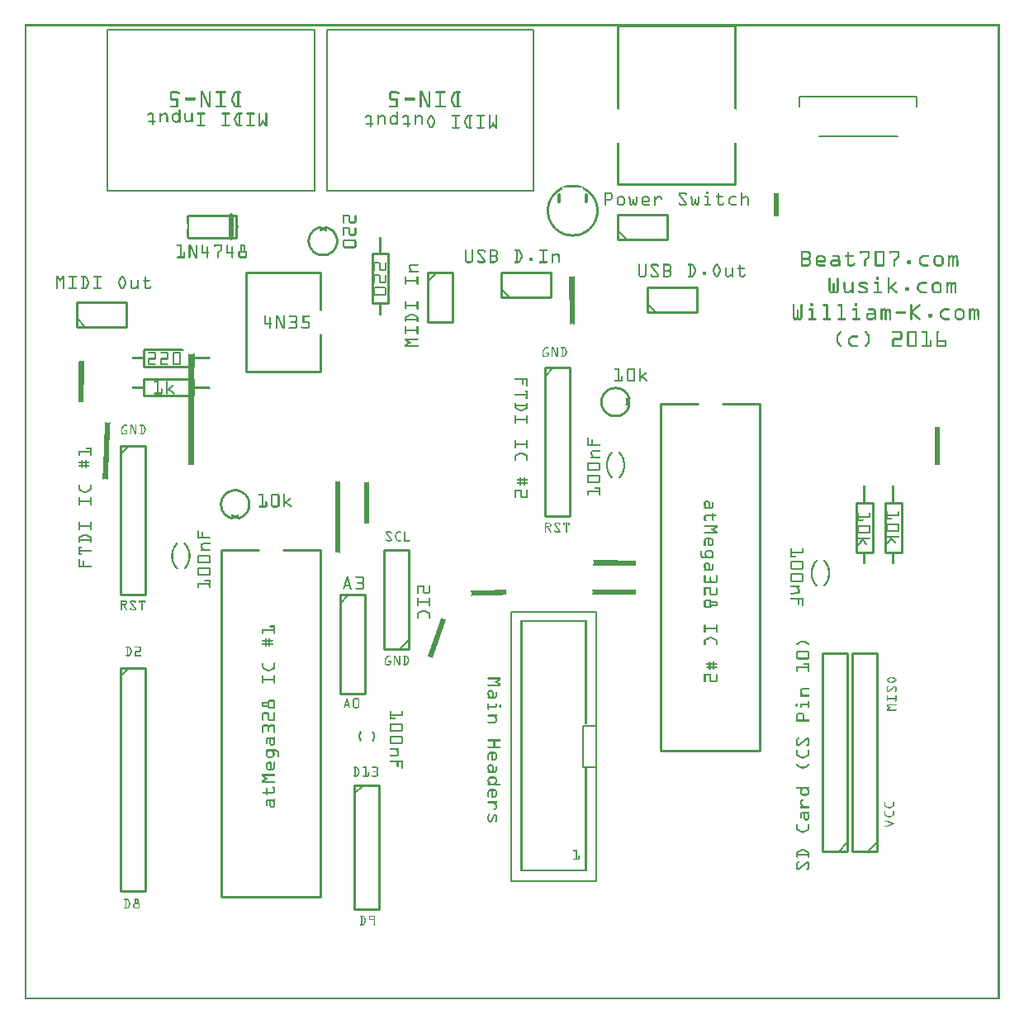
<source format=gto>
G04 MADE WITH FRITZING*
G04 WWW.FRITZING.ORG*
G04 DOUBLE SIDED*
G04 HOLES PLATED*
G04 CONTOUR ON CENTER OF CONTOUR VECTOR*
%ASAXBY*%
%FSLAX23Y23*%
%MOIN*%
%OFA0B0*%
%SFA1.0B1.0*%
%ADD10R,0.354200X1.095200X0.338200X1.079200*%
%ADD11C,0.008000*%
%ADD12R,0.063000X0.173200X0.047000X0.157200*%
%ADD13C,0.010000*%
%ADD14C,0.005000*%
%ADD15C,0.020000*%
%ADD16R,0.001000X0.001000*%
%LNSILK1*%
G90*
G70*
G54D11*
X1963Y1565D02*
X2309Y1565D01*
X2309Y478D01*
X1963Y478D01*
X1963Y1565D01*
D02*
X2254Y1104D02*
X2309Y1104D01*
X2309Y939D01*
X2254Y939D01*
X2254Y1104D01*
D02*
G54D13*
X387Y1340D02*
X387Y440D01*
D02*
X387Y440D02*
X487Y440D01*
D02*
X487Y440D02*
X487Y1340D01*
D02*
X487Y1340D02*
X387Y1340D01*
G54D14*
D02*
X387Y1305D02*
X422Y1340D01*
G54D13*
D02*
X1332Y867D02*
X1332Y367D01*
D02*
X1332Y367D02*
X1432Y367D01*
D02*
X1432Y367D02*
X1432Y867D01*
D02*
X1432Y867D02*
X1332Y867D01*
G54D14*
D02*
X1332Y832D02*
X1367Y867D01*
G54D13*
D02*
X2395Y3070D02*
X2595Y3070D01*
D02*
X2595Y3070D02*
X2595Y3170D01*
D02*
X2595Y3170D02*
X2395Y3170D01*
D02*
X2395Y3170D02*
X2395Y3070D01*
G54D14*
D02*
X2430Y3070D02*
X2395Y3105D01*
G54D13*
D02*
X1273Y1635D02*
X1273Y1235D01*
D02*
X1273Y1235D02*
X1373Y1235D01*
D02*
X1373Y1235D02*
X1373Y1635D01*
D02*
X1373Y1635D02*
X1273Y1635D01*
G54D14*
D02*
X1273Y1600D02*
X1308Y1635D01*
G54D13*
D02*
X2395Y3931D02*
X2869Y3931D01*
D02*
X2395Y3291D02*
X2869Y3291D01*
G54D11*
D02*
X3602Y3644D02*
X3129Y3644D01*
D02*
X3602Y3644D02*
X3602Y3605D01*
D02*
X3129Y3644D02*
X3129Y3605D01*
D02*
X3208Y3487D02*
X3523Y3487D01*
G54D13*
D02*
X1628Y2934D02*
X1628Y2734D01*
D02*
X1628Y2734D02*
X1728Y2734D01*
D02*
X1728Y2734D02*
X1728Y2934D01*
D02*
X1728Y2934D02*
X1628Y2934D01*
G54D14*
D02*
X1628Y2899D02*
X1663Y2934D01*
G54D13*
D02*
X210Y2716D02*
X410Y2716D01*
D02*
X410Y2716D02*
X410Y2816D01*
D02*
X410Y2816D02*
X210Y2816D01*
D02*
X210Y2816D02*
X210Y2716D01*
G54D14*
D02*
X245Y2716D02*
X210Y2751D01*
G54D13*
D02*
X1196Y2934D02*
X896Y2934D01*
D02*
X896Y2934D02*
X896Y2534D01*
D02*
X896Y2534D02*
X1196Y2534D01*
D02*
X1196Y2934D02*
X1196Y2784D01*
D02*
X1196Y2684D02*
X1196Y2534D01*
D02*
X856Y3075D02*
X661Y3075D01*
D02*
X661Y3165D02*
X856Y3165D01*
D02*
X856Y3165D02*
X856Y3075D01*
G54D15*
D02*
X836Y3165D02*
X836Y3075D01*
G54D13*
D02*
X1923Y2834D02*
X2123Y2834D01*
D02*
X2123Y2834D02*
X2123Y2934D01*
D02*
X2123Y2934D02*
X1923Y2934D01*
D02*
X1923Y2934D02*
X1923Y2834D01*
G54D14*
D02*
X1958Y2834D02*
X1923Y2869D01*
G54D13*
D02*
X2513Y2775D02*
X2713Y2775D01*
D02*
X2713Y2775D02*
X2713Y2875D01*
D02*
X2713Y2875D02*
X2513Y2875D01*
D02*
X2513Y2875D02*
X2513Y2775D01*
G54D14*
D02*
X2548Y2775D02*
X2513Y2810D01*
G54D11*
D02*
X1170Y3916D02*
X336Y3916D01*
D02*
X336Y3916D02*
X336Y3267D01*
D02*
X336Y3267D02*
X1170Y3267D01*
D02*
X1170Y3267D02*
X1170Y3916D01*
D02*
X2056Y3916D02*
X1222Y3916D01*
D02*
X1222Y3916D02*
X1222Y3267D01*
D02*
X1222Y3267D02*
X2056Y3267D01*
D02*
X2056Y3267D02*
X2056Y3916D01*
G54D13*
D02*
X1469Y3011D02*
X1469Y2811D01*
D02*
X1469Y2811D02*
X1403Y2811D01*
D02*
X1403Y2811D02*
X1403Y3011D01*
D02*
X1403Y3011D02*
X1469Y3011D01*
D02*
X387Y2237D02*
X387Y1637D01*
D02*
X387Y1637D02*
X487Y1637D01*
D02*
X487Y1637D02*
X487Y2237D01*
D02*
X487Y2237D02*
X387Y2237D01*
G54D14*
D02*
X387Y2202D02*
X422Y2237D01*
G54D13*
D02*
X2100Y2552D02*
X2100Y1952D01*
D02*
X2100Y1952D02*
X2200Y1952D01*
D02*
X2200Y1952D02*
X2200Y2552D01*
D02*
X2200Y2552D02*
X2100Y2552D01*
G54D14*
D02*
X2100Y2517D02*
X2135Y2552D01*
G54D13*
D02*
X3440Y599D02*
X3440Y1399D01*
D02*
X3440Y1399D02*
X3340Y1399D01*
D02*
X3340Y1399D02*
X3340Y599D01*
D02*
X3340Y599D02*
X3440Y599D01*
G54D14*
D02*
X3440Y634D02*
X3405Y599D01*
G54D13*
D02*
X3322Y599D02*
X3322Y1399D01*
D02*
X3322Y1399D02*
X3222Y1399D01*
D02*
X3222Y1399D02*
X3222Y599D01*
D02*
X3222Y599D02*
X3322Y599D01*
G54D14*
D02*
X3322Y634D02*
X3287Y599D01*
G54D13*
D02*
X1550Y1417D02*
X1550Y1817D01*
D02*
X1550Y1817D02*
X1450Y1817D01*
D02*
X1450Y1817D02*
X1450Y1417D01*
D02*
X1450Y1417D02*
X1550Y1417D01*
G54D14*
D02*
X1550Y1452D02*
X1515Y1417D01*
G54D13*
D02*
X796Y1815D02*
X796Y415D01*
D02*
X796Y415D02*
X1196Y415D01*
D02*
X1196Y415D02*
X1196Y1815D01*
D02*
X796Y1815D02*
X946Y1815D01*
D02*
X1046Y1815D02*
X1196Y1815D01*
D02*
X2568Y2407D02*
X2568Y1007D01*
D02*
X2568Y1007D02*
X2968Y1007D01*
D02*
X2968Y1007D02*
X2968Y2407D01*
D02*
X2568Y2407D02*
X2718Y2407D01*
D02*
X2818Y2407D02*
X2968Y2407D01*
D02*
X3541Y2007D02*
X3541Y1807D01*
D02*
X3541Y1807D02*
X3475Y1807D01*
D02*
X3475Y1807D02*
X3475Y2007D01*
D02*
X3475Y2007D02*
X3541Y2007D01*
D02*
X3423Y2007D02*
X3423Y1807D01*
D02*
X3423Y1807D02*
X3357Y1807D01*
D02*
X3357Y1807D02*
X3357Y2007D01*
D02*
X3357Y2007D02*
X3423Y2007D01*
D02*
X682Y2438D02*
X482Y2438D01*
D02*
X482Y2438D02*
X482Y2504D01*
D02*
X482Y2504D02*
X682Y2504D01*
D02*
X682Y2504D02*
X682Y2438D01*
D02*
X682Y2556D02*
X482Y2556D01*
D02*
X482Y2556D02*
X482Y2622D01*
G54D16*
X0Y3937D02*
X3936Y3937D01*
X0Y3936D02*
X3936Y3936D01*
X0Y3935D02*
X3936Y3935D01*
X0Y3934D02*
X3936Y3934D01*
X0Y3933D02*
X3936Y3933D01*
X0Y3932D02*
X3936Y3932D01*
X0Y3931D02*
X3936Y3931D01*
X0Y3930D02*
X3936Y3930D01*
X0Y3929D02*
X7Y3929D01*
X2390Y3929D02*
X2399Y3929D01*
X2864Y3929D02*
X2873Y3929D01*
X3929Y3929D02*
X3936Y3929D01*
X0Y3928D02*
X7Y3928D01*
X2390Y3928D02*
X2399Y3928D01*
X2864Y3928D02*
X2873Y3928D01*
X3929Y3928D02*
X3936Y3928D01*
X0Y3927D02*
X7Y3927D01*
X2390Y3927D02*
X2399Y3927D01*
X2864Y3927D02*
X2873Y3927D01*
X3929Y3927D02*
X3936Y3927D01*
X0Y3926D02*
X7Y3926D01*
X2390Y3926D02*
X2399Y3926D01*
X2864Y3926D02*
X2873Y3926D01*
X3929Y3926D02*
X3936Y3926D01*
X0Y3925D02*
X7Y3925D01*
X2390Y3925D02*
X2399Y3925D01*
X2864Y3925D02*
X2873Y3925D01*
X3929Y3925D02*
X3936Y3925D01*
X0Y3924D02*
X7Y3924D01*
X2390Y3924D02*
X2399Y3924D01*
X2864Y3924D02*
X2873Y3924D01*
X3929Y3924D02*
X3936Y3924D01*
X0Y3923D02*
X7Y3923D01*
X2390Y3923D02*
X2399Y3923D01*
X2864Y3923D02*
X2873Y3923D01*
X3929Y3923D02*
X3936Y3923D01*
X0Y3922D02*
X7Y3922D01*
X2390Y3922D02*
X2399Y3922D01*
X2864Y3922D02*
X2873Y3922D01*
X3929Y3922D02*
X3936Y3922D01*
X0Y3921D02*
X7Y3921D01*
X2390Y3921D02*
X2399Y3921D01*
X2864Y3921D02*
X2873Y3921D01*
X3929Y3921D02*
X3936Y3921D01*
X0Y3920D02*
X7Y3920D01*
X2390Y3920D02*
X2399Y3920D01*
X2864Y3920D02*
X2873Y3920D01*
X3929Y3920D02*
X3936Y3920D01*
X0Y3919D02*
X7Y3919D01*
X2390Y3919D02*
X2399Y3919D01*
X2864Y3919D02*
X2873Y3919D01*
X3929Y3919D02*
X3936Y3919D01*
X0Y3918D02*
X7Y3918D01*
X2390Y3918D02*
X2399Y3918D01*
X2864Y3918D02*
X2873Y3918D01*
X3929Y3918D02*
X3936Y3918D01*
X0Y3917D02*
X7Y3917D01*
X2390Y3917D02*
X2399Y3917D01*
X2864Y3917D02*
X2873Y3917D01*
X3929Y3917D02*
X3936Y3917D01*
X0Y3916D02*
X7Y3916D01*
X2390Y3916D02*
X2399Y3916D01*
X2864Y3916D02*
X2873Y3916D01*
X3929Y3916D02*
X3936Y3916D01*
X0Y3915D02*
X7Y3915D01*
X2390Y3915D02*
X2399Y3915D01*
X2864Y3915D02*
X2873Y3915D01*
X3929Y3915D02*
X3936Y3915D01*
X0Y3914D02*
X7Y3914D01*
X2390Y3914D02*
X2399Y3914D01*
X2864Y3914D02*
X2873Y3914D01*
X3929Y3914D02*
X3936Y3914D01*
X0Y3913D02*
X7Y3913D01*
X2390Y3913D02*
X2399Y3913D01*
X2864Y3913D02*
X2873Y3913D01*
X3929Y3913D02*
X3936Y3913D01*
X0Y3912D02*
X7Y3912D01*
X2390Y3912D02*
X2399Y3912D01*
X2864Y3912D02*
X2873Y3912D01*
X3929Y3912D02*
X3936Y3912D01*
X0Y3911D02*
X7Y3911D01*
X2390Y3911D02*
X2399Y3911D01*
X2864Y3911D02*
X2873Y3911D01*
X3929Y3911D02*
X3936Y3911D01*
X0Y3910D02*
X7Y3910D01*
X2390Y3910D02*
X2399Y3910D01*
X2864Y3910D02*
X2873Y3910D01*
X3929Y3910D02*
X3936Y3910D01*
X0Y3909D02*
X7Y3909D01*
X2390Y3909D02*
X2399Y3909D01*
X2864Y3909D02*
X2873Y3909D01*
X3929Y3909D02*
X3936Y3909D01*
X0Y3908D02*
X7Y3908D01*
X2390Y3908D02*
X2399Y3908D01*
X2864Y3908D02*
X2873Y3908D01*
X3929Y3908D02*
X3936Y3908D01*
X0Y3907D02*
X7Y3907D01*
X2390Y3907D02*
X2399Y3907D01*
X2864Y3907D02*
X2873Y3907D01*
X3929Y3907D02*
X3936Y3907D01*
X0Y3906D02*
X7Y3906D01*
X2390Y3906D02*
X2399Y3906D01*
X2864Y3906D02*
X2873Y3906D01*
X3929Y3906D02*
X3936Y3906D01*
X0Y3905D02*
X7Y3905D01*
X2390Y3905D02*
X2399Y3905D01*
X2864Y3905D02*
X2873Y3905D01*
X3929Y3905D02*
X3936Y3905D01*
X0Y3904D02*
X7Y3904D01*
X2390Y3904D02*
X2399Y3904D01*
X2864Y3904D02*
X2873Y3904D01*
X3929Y3904D02*
X3936Y3904D01*
X0Y3903D02*
X7Y3903D01*
X2390Y3903D02*
X2399Y3903D01*
X2864Y3903D02*
X2873Y3903D01*
X3929Y3903D02*
X3936Y3903D01*
X0Y3902D02*
X7Y3902D01*
X2390Y3902D02*
X2399Y3902D01*
X2864Y3902D02*
X2873Y3902D01*
X3929Y3902D02*
X3936Y3902D01*
X0Y3901D02*
X7Y3901D01*
X2390Y3901D02*
X2399Y3901D01*
X2864Y3901D02*
X2873Y3901D01*
X3929Y3901D02*
X3936Y3901D01*
X0Y3900D02*
X7Y3900D01*
X2390Y3900D02*
X2399Y3900D01*
X2864Y3900D02*
X2873Y3900D01*
X3929Y3900D02*
X3936Y3900D01*
X0Y3899D02*
X7Y3899D01*
X2390Y3899D02*
X2399Y3899D01*
X2864Y3899D02*
X2873Y3899D01*
X3929Y3899D02*
X3936Y3899D01*
X0Y3898D02*
X7Y3898D01*
X2390Y3898D02*
X2399Y3898D01*
X2864Y3898D02*
X2873Y3898D01*
X3929Y3898D02*
X3936Y3898D01*
X0Y3897D02*
X7Y3897D01*
X2390Y3897D02*
X2399Y3897D01*
X2864Y3897D02*
X2873Y3897D01*
X3929Y3897D02*
X3936Y3897D01*
X0Y3896D02*
X7Y3896D01*
X2390Y3896D02*
X2399Y3896D01*
X2864Y3896D02*
X2873Y3896D01*
X3929Y3896D02*
X3936Y3896D01*
X0Y3895D02*
X7Y3895D01*
X2390Y3895D02*
X2399Y3895D01*
X2864Y3895D02*
X2873Y3895D01*
X3929Y3895D02*
X3936Y3895D01*
X0Y3894D02*
X7Y3894D01*
X2390Y3894D02*
X2399Y3894D01*
X2864Y3894D02*
X2873Y3894D01*
X3929Y3894D02*
X3936Y3894D01*
X0Y3893D02*
X7Y3893D01*
X2390Y3893D02*
X2399Y3893D01*
X2864Y3893D02*
X2873Y3893D01*
X3929Y3893D02*
X3936Y3893D01*
X0Y3892D02*
X7Y3892D01*
X2390Y3892D02*
X2399Y3892D01*
X2864Y3892D02*
X2873Y3892D01*
X3929Y3892D02*
X3936Y3892D01*
X0Y3891D02*
X7Y3891D01*
X2390Y3891D02*
X2399Y3891D01*
X2864Y3891D02*
X2873Y3891D01*
X3929Y3891D02*
X3936Y3891D01*
X0Y3890D02*
X7Y3890D01*
X2390Y3890D02*
X2399Y3890D01*
X2864Y3890D02*
X2873Y3890D01*
X3929Y3890D02*
X3936Y3890D01*
X0Y3889D02*
X7Y3889D01*
X2390Y3889D02*
X2399Y3889D01*
X2864Y3889D02*
X2873Y3889D01*
X3929Y3889D02*
X3936Y3889D01*
X0Y3888D02*
X7Y3888D01*
X2390Y3888D02*
X2399Y3888D01*
X2864Y3888D02*
X2873Y3888D01*
X3929Y3888D02*
X3936Y3888D01*
X0Y3887D02*
X7Y3887D01*
X2390Y3887D02*
X2399Y3887D01*
X2864Y3887D02*
X2873Y3887D01*
X3929Y3887D02*
X3936Y3887D01*
X0Y3886D02*
X7Y3886D01*
X2390Y3886D02*
X2399Y3886D01*
X2864Y3886D02*
X2873Y3886D01*
X3929Y3886D02*
X3936Y3886D01*
X0Y3885D02*
X7Y3885D01*
X2390Y3885D02*
X2399Y3885D01*
X2864Y3885D02*
X2873Y3885D01*
X3929Y3885D02*
X3936Y3885D01*
X0Y3884D02*
X7Y3884D01*
X2390Y3884D02*
X2399Y3884D01*
X2864Y3884D02*
X2873Y3884D01*
X3929Y3884D02*
X3936Y3884D01*
X0Y3883D02*
X7Y3883D01*
X2390Y3883D02*
X2399Y3883D01*
X2864Y3883D02*
X2873Y3883D01*
X3929Y3883D02*
X3936Y3883D01*
X0Y3882D02*
X7Y3882D01*
X2390Y3882D02*
X2399Y3882D01*
X2864Y3882D02*
X2873Y3882D01*
X3929Y3882D02*
X3936Y3882D01*
X0Y3881D02*
X7Y3881D01*
X2390Y3881D02*
X2399Y3881D01*
X2864Y3881D02*
X2873Y3881D01*
X3929Y3881D02*
X3936Y3881D01*
X0Y3880D02*
X7Y3880D01*
X2390Y3880D02*
X2399Y3880D01*
X2864Y3880D02*
X2873Y3880D01*
X3929Y3880D02*
X3936Y3880D01*
X0Y3879D02*
X7Y3879D01*
X2390Y3879D02*
X2399Y3879D01*
X2864Y3879D02*
X2873Y3879D01*
X3929Y3879D02*
X3936Y3879D01*
X0Y3878D02*
X7Y3878D01*
X2390Y3878D02*
X2399Y3878D01*
X2864Y3878D02*
X2873Y3878D01*
X3929Y3878D02*
X3936Y3878D01*
X0Y3877D02*
X7Y3877D01*
X2390Y3877D02*
X2399Y3877D01*
X2864Y3877D02*
X2873Y3877D01*
X3929Y3877D02*
X3936Y3877D01*
X0Y3876D02*
X7Y3876D01*
X2390Y3876D02*
X2399Y3876D01*
X2864Y3876D02*
X2873Y3876D01*
X3929Y3876D02*
X3936Y3876D01*
X0Y3875D02*
X7Y3875D01*
X2390Y3875D02*
X2399Y3875D01*
X2864Y3875D02*
X2873Y3875D01*
X3929Y3875D02*
X3936Y3875D01*
X0Y3874D02*
X7Y3874D01*
X2390Y3874D02*
X2399Y3874D01*
X2864Y3874D02*
X2873Y3874D01*
X3929Y3874D02*
X3936Y3874D01*
X0Y3873D02*
X7Y3873D01*
X2390Y3873D02*
X2399Y3873D01*
X2864Y3873D02*
X2873Y3873D01*
X3929Y3873D02*
X3936Y3873D01*
X0Y3872D02*
X7Y3872D01*
X2390Y3872D02*
X2399Y3872D01*
X2864Y3872D02*
X2873Y3872D01*
X3929Y3872D02*
X3936Y3872D01*
X0Y3871D02*
X7Y3871D01*
X2390Y3871D02*
X2399Y3871D01*
X2864Y3871D02*
X2873Y3871D01*
X3929Y3871D02*
X3936Y3871D01*
X0Y3870D02*
X7Y3870D01*
X2390Y3870D02*
X2399Y3870D01*
X2864Y3870D02*
X2873Y3870D01*
X3929Y3870D02*
X3936Y3870D01*
X0Y3869D02*
X7Y3869D01*
X2390Y3869D02*
X2399Y3869D01*
X2864Y3869D02*
X2873Y3869D01*
X3929Y3869D02*
X3936Y3869D01*
X0Y3868D02*
X7Y3868D01*
X2390Y3868D02*
X2399Y3868D01*
X2864Y3868D02*
X2873Y3868D01*
X3929Y3868D02*
X3936Y3868D01*
X0Y3867D02*
X7Y3867D01*
X2390Y3867D02*
X2399Y3867D01*
X2864Y3867D02*
X2873Y3867D01*
X3929Y3867D02*
X3936Y3867D01*
X0Y3866D02*
X7Y3866D01*
X2390Y3866D02*
X2399Y3866D01*
X2864Y3866D02*
X2873Y3866D01*
X3929Y3866D02*
X3936Y3866D01*
X0Y3865D02*
X7Y3865D01*
X2390Y3865D02*
X2399Y3865D01*
X2864Y3865D02*
X2873Y3865D01*
X3929Y3865D02*
X3936Y3865D01*
X0Y3864D02*
X7Y3864D01*
X2390Y3864D02*
X2399Y3864D01*
X2864Y3864D02*
X2873Y3864D01*
X3929Y3864D02*
X3936Y3864D01*
X0Y3863D02*
X7Y3863D01*
X2390Y3863D02*
X2399Y3863D01*
X2864Y3863D02*
X2873Y3863D01*
X3929Y3863D02*
X3936Y3863D01*
X0Y3862D02*
X7Y3862D01*
X2390Y3862D02*
X2399Y3862D01*
X2864Y3862D02*
X2873Y3862D01*
X3929Y3862D02*
X3936Y3862D01*
X0Y3861D02*
X7Y3861D01*
X2390Y3861D02*
X2399Y3861D01*
X2864Y3861D02*
X2873Y3861D01*
X3929Y3861D02*
X3936Y3861D01*
X0Y3860D02*
X7Y3860D01*
X2390Y3860D02*
X2399Y3860D01*
X2864Y3860D02*
X2873Y3860D01*
X3929Y3860D02*
X3936Y3860D01*
X0Y3859D02*
X7Y3859D01*
X2390Y3859D02*
X2399Y3859D01*
X2864Y3859D02*
X2873Y3859D01*
X3929Y3859D02*
X3936Y3859D01*
X0Y3858D02*
X7Y3858D01*
X2390Y3858D02*
X2399Y3858D01*
X2864Y3858D02*
X2873Y3858D01*
X3929Y3858D02*
X3936Y3858D01*
X0Y3857D02*
X7Y3857D01*
X2390Y3857D02*
X2399Y3857D01*
X2864Y3857D02*
X2873Y3857D01*
X3929Y3857D02*
X3936Y3857D01*
X0Y3856D02*
X7Y3856D01*
X2390Y3856D02*
X2399Y3856D01*
X2864Y3856D02*
X2873Y3856D01*
X3929Y3856D02*
X3936Y3856D01*
X0Y3855D02*
X7Y3855D01*
X2390Y3855D02*
X2399Y3855D01*
X2864Y3855D02*
X2873Y3855D01*
X3929Y3855D02*
X3936Y3855D01*
X0Y3854D02*
X7Y3854D01*
X2390Y3854D02*
X2399Y3854D01*
X2864Y3854D02*
X2873Y3854D01*
X3929Y3854D02*
X3936Y3854D01*
X0Y3853D02*
X7Y3853D01*
X2390Y3853D02*
X2399Y3853D01*
X2864Y3853D02*
X2873Y3853D01*
X3929Y3853D02*
X3936Y3853D01*
X0Y3852D02*
X7Y3852D01*
X2390Y3852D02*
X2399Y3852D01*
X2864Y3852D02*
X2873Y3852D01*
X3929Y3852D02*
X3936Y3852D01*
X0Y3851D02*
X7Y3851D01*
X2390Y3851D02*
X2399Y3851D01*
X2864Y3851D02*
X2873Y3851D01*
X3929Y3851D02*
X3936Y3851D01*
X0Y3850D02*
X7Y3850D01*
X2390Y3850D02*
X2399Y3850D01*
X2864Y3850D02*
X2873Y3850D01*
X3929Y3850D02*
X3936Y3850D01*
X0Y3849D02*
X7Y3849D01*
X2390Y3849D02*
X2399Y3849D01*
X2864Y3849D02*
X2873Y3849D01*
X3929Y3849D02*
X3936Y3849D01*
X0Y3848D02*
X7Y3848D01*
X2390Y3848D02*
X2399Y3848D01*
X2864Y3848D02*
X2873Y3848D01*
X3929Y3848D02*
X3936Y3848D01*
X0Y3847D02*
X7Y3847D01*
X2390Y3847D02*
X2399Y3847D01*
X2864Y3847D02*
X2873Y3847D01*
X3929Y3847D02*
X3936Y3847D01*
X0Y3846D02*
X7Y3846D01*
X2390Y3846D02*
X2399Y3846D01*
X2864Y3846D02*
X2873Y3846D01*
X3929Y3846D02*
X3936Y3846D01*
X0Y3845D02*
X7Y3845D01*
X2390Y3845D02*
X2399Y3845D01*
X2864Y3845D02*
X2873Y3845D01*
X3929Y3845D02*
X3936Y3845D01*
X0Y3844D02*
X7Y3844D01*
X2390Y3844D02*
X2399Y3844D01*
X2864Y3844D02*
X2873Y3844D01*
X3929Y3844D02*
X3936Y3844D01*
X0Y3843D02*
X7Y3843D01*
X2390Y3843D02*
X2399Y3843D01*
X2864Y3843D02*
X2873Y3843D01*
X3929Y3843D02*
X3936Y3843D01*
X0Y3842D02*
X7Y3842D01*
X2390Y3842D02*
X2399Y3842D01*
X2864Y3842D02*
X2873Y3842D01*
X3929Y3842D02*
X3936Y3842D01*
X0Y3841D02*
X7Y3841D01*
X2390Y3841D02*
X2399Y3841D01*
X2864Y3841D02*
X2873Y3841D01*
X3929Y3841D02*
X3936Y3841D01*
X0Y3840D02*
X7Y3840D01*
X2390Y3840D02*
X2399Y3840D01*
X2864Y3840D02*
X2873Y3840D01*
X3929Y3840D02*
X3936Y3840D01*
X0Y3839D02*
X7Y3839D01*
X2390Y3839D02*
X2399Y3839D01*
X2864Y3839D02*
X2873Y3839D01*
X3929Y3839D02*
X3936Y3839D01*
X0Y3838D02*
X7Y3838D01*
X2390Y3838D02*
X2399Y3838D01*
X2864Y3838D02*
X2873Y3838D01*
X3929Y3838D02*
X3936Y3838D01*
X0Y3837D02*
X7Y3837D01*
X2390Y3837D02*
X2399Y3837D01*
X2864Y3837D02*
X2873Y3837D01*
X3929Y3837D02*
X3936Y3837D01*
X0Y3836D02*
X7Y3836D01*
X2390Y3836D02*
X2399Y3836D01*
X2864Y3836D02*
X2873Y3836D01*
X3929Y3836D02*
X3936Y3836D01*
X0Y3835D02*
X7Y3835D01*
X2390Y3835D02*
X2399Y3835D01*
X2864Y3835D02*
X2873Y3835D01*
X3929Y3835D02*
X3936Y3835D01*
X0Y3834D02*
X7Y3834D01*
X2390Y3834D02*
X2399Y3834D01*
X2864Y3834D02*
X2873Y3834D01*
X3929Y3834D02*
X3936Y3834D01*
X0Y3833D02*
X7Y3833D01*
X2390Y3833D02*
X2399Y3833D01*
X2864Y3833D02*
X2873Y3833D01*
X3929Y3833D02*
X3936Y3833D01*
X0Y3832D02*
X7Y3832D01*
X2390Y3832D02*
X2399Y3832D01*
X2864Y3832D02*
X2873Y3832D01*
X3929Y3832D02*
X3936Y3832D01*
X0Y3831D02*
X7Y3831D01*
X2390Y3831D02*
X2399Y3831D01*
X2864Y3831D02*
X2873Y3831D01*
X3929Y3831D02*
X3936Y3831D01*
X0Y3830D02*
X7Y3830D01*
X2390Y3830D02*
X2399Y3830D01*
X2864Y3830D02*
X2873Y3830D01*
X3929Y3830D02*
X3936Y3830D01*
X0Y3829D02*
X7Y3829D01*
X2390Y3829D02*
X2399Y3829D01*
X2864Y3829D02*
X2873Y3829D01*
X3929Y3829D02*
X3936Y3829D01*
X0Y3828D02*
X7Y3828D01*
X2390Y3828D02*
X2399Y3828D01*
X2864Y3828D02*
X2873Y3828D01*
X3929Y3828D02*
X3936Y3828D01*
X0Y3827D02*
X7Y3827D01*
X2390Y3827D02*
X2399Y3827D01*
X2864Y3827D02*
X2873Y3827D01*
X3929Y3827D02*
X3936Y3827D01*
X0Y3826D02*
X7Y3826D01*
X2390Y3826D02*
X2399Y3826D01*
X2864Y3826D02*
X2873Y3826D01*
X3929Y3826D02*
X3936Y3826D01*
X0Y3825D02*
X7Y3825D01*
X2390Y3825D02*
X2399Y3825D01*
X2864Y3825D02*
X2873Y3825D01*
X3929Y3825D02*
X3936Y3825D01*
X0Y3824D02*
X7Y3824D01*
X2390Y3824D02*
X2399Y3824D01*
X2864Y3824D02*
X2873Y3824D01*
X3929Y3824D02*
X3936Y3824D01*
X0Y3823D02*
X7Y3823D01*
X2390Y3823D02*
X2399Y3823D01*
X2864Y3823D02*
X2873Y3823D01*
X3929Y3823D02*
X3936Y3823D01*
X0Y3822D02*
X7Y3822D01*
X2390Y3822D02*
X2399Y3822D01*
X2864Y3822D02*
X2873Y3822D01*
X3929Y3822D02*
X3936Y3822D01*
X0Y3821D02*
X7Y3821D01*
X2390Y3821D02*
X2399Y3821D01*
X2864Y3821D02*
X2873Y3821D01*
X3929Y3821D02*
X3936Y3821D01*
X0Y3820D02*
X7Y3820D01*
X2390Y3820D02*
X2399Y3820D01*
X2864Y3820D02*
X2873Y3820D01*
X3929Y3820D02*
X3936Y3820D01*
X0Y3819D02*
X7Y3819D01*
X2390Y3819D02*
X2399Y3819D01*
X2864Y3819D02*
X2873Y3819D01*
X3929Y3819D02*
X3936Y3819D01*
X0Y3818D02*
X7Y3818D01*
X2390Y3818D02*
X2399Y3818D01*
X2864Y3818D02*
X2873Y3818D01*
X3929Y3818D02*
X3936Y3818D01*
X0Y3817D02*
X7Y3817D01*
X2390Y3817D02*
X2399Y3817D01*
X2864Y3817D02*
X2873Y3817D01*
X3929Y3817D02*
X3936Y3817D01*
X0Y3816D02*
X7Y3816D01*
X2390Y3816D02*
X2399Y3816D01*
X2864Y3816D02*
X2873Y3816D01*
X3929Y3816D02*
X3936Y3816D01*
X0Y3815D02*
X7Y3815D01*
X2390Y3815D02*
X2399Y3815D01*
X2864Y3815D02*
X2873Y3815D01*
X3929Y3815D02*
X3936Y3815D01*
X0Y3814D02*
X7Y3814D01*
X2390Y3814D02*
X2399Y3814D01*
X2864Y3814D02*
X2873Y3814D01*
X3929Y3814D02*
X3936Y3814D01*
X0Y3813D02*
X7Y3813D01*
X2390Y3813D02*
X2399Y3813D01*
X2864Y3813D02*
X2873Y3813D01*
X3929Y3813D02*
X3936Y3813D01*
X0Y3812D02*
X7Y3812D01*
X2390Y3812D02*
X2399Y3812D01*
X2864Y3812D02*
X2873Y3812D01*
X3929Y3812D02*
X3936Y3812D01*
X0Y3811D02*
X7Y3811D01*
X2390Y3811D02*
X2399Y3811D01*
X2864Y3811D02*
X2873Y3811D01*
X3929Y3811D02*
X3936Y3811D01*
X0Y3810D02*
X7Y3810D01*
X2390Y3810D02*
X2399Y3810D01*
X2864Y3810D02*
X2873Y3810D01*
X3929Y3810D02*
X3936Y3810D01*
X0Y3809D02*
X7Y3809D01*
X2390Y3809D02*
X2399Y3809D01*
X2864Y3809D02*
X2873Y3809D01*
X3929Y3809D02*
X3936Y3809D01*
X0Y3808D02*
X7Y3808D01*
X2390Y3808D02*
X2399Y3808D01*
X2864Y3808D02*
X2873Y3808D01*
X3929Y3808D02*
X3936Y3808D01*
X0Y3807D02*
X7Y3807D01*
X2390Y3807D02*
X2399Y3807D01*
X2864Y3807D02*
X2873Y3807D01*
X3929Y3807D02*
X3936Y3807D01*
X0Y3806D02*
X7Y3806D01*
X2390Y3806D02*
X2399Y3806D01*
X2864Y3806D02*
X2873Y3806D01*
X3929Y3806D02*
X3936Y3806D01*
X0Y3805D02*
X7Y3805D01*
X2390Y3805D02*
X2399Y3805D01*
X2864Y3805D02*
X2873Y3805D01*
X3929Y3805D02*
X3936Y3805D01*
X0Y3804D02*
X7Y3804D01*
X2390Y3804D02*
X2399Y3804D01*
X2864Y3804D02*
X2873Y3804D01*
X3929Y3804D02*
X3936Y3804D01*
X0Y3803D02*
X7Y3803D01*
X2390Y3803D02*
X2399Y3803D01*
X2864Y3803D02*
X2873Y3803D01*
X3929Y3803D02*
X3936Y3803D01*
X0Y3802D02*
X7Y3802D01*
X2390Y3802D02*
X2399Y3802D01*
X2864Y3802D02*
X2873Y3802D01*
X3929Y3802D02*
X3936Y3802D01*
X0Y3801D02*
X7Y3801D01*
X2390Y3801D02*
X2399Y3801D01*
X2864Y3801D02*
X2873Y3801D01*
X3929Y3801D02*
X3936Y3801D01*
X0Y3800D02*
X7Y3800D01*
X2390Y3800D02*
X2399Y3800D01*
X2864Y3800D02*
X2873Y3800D01*
X3929Y3800D02*
X3936Y3800D01*
X0Y3799D02*
X7Y3799D01*
X2390Y3799D02*
X2399Y3799D01*
X2864Y3799D02*
X2873Y3799D01*
X3929Y3799D02*
X3936Y3799D01*
X0Y3798D02*
X7Y3798D01*
X2390Y3798D02*
X2399Y3798D01*
X2864Y3798D02*
X2873Y3798D01*
X3929Y3798D02*
X3936Y3798D01*
X0Y3797D02*
X7Y3797D01*
X2390Y3797D02*
X2399Y3797D01*
X2864Y3797D02*
X2873Y3797D01*
X3929Y3797D02*
X3936Y3797D01*
X0Y3796D02*
X7Y3796D01*
X2390Y3796D02*
X2399Y3796D01*
X2864Y3796D02*
X2873Y3796D01*
X3929Y3796D02*
X3936Y3796D01*
X0Y3795D02*
X7Y3795D01*
X2390Y3795D02*
X2399Y3795D01*
X2864Y3795D02*
X2873Y3795D01*
X3929Y3795D02*
X3936Y3795D01*
X0Y3794D02*
X7Y3794D01*
X2390Y3794D02*
X2399Y3794D01*
X2864Y3794D02*
X2873Y3794D01*
X3929Y3794D02*
X3936Y3794D01*
X0Y3793D02*
X7Y3793D01*
X2390Y3793D02*
X2399Y3793D01*
X2864Y3793D02*
X2873Y3793D01*
X3929Y3793D02*
X3936Y3793D01*
X0Y3792D02*
X7Y3792D01*
X2390Y3792D02*
X2399Y3792D01*
X2864Y3792D02*
X2873Y3792D01*
X3929Y3792D02*
X3936Y3792D01*
X0Y3791D02*
X7Y3791D01*
X2390Y3791D02*
X2399Y3791D01*
X2864Y3791D02*
X2873Y3791D01*
X3929Y3791D02*
X3936Y3791D01*
X0Y3790D02*
X7Y3790D01*
X2390Y3790D02*
X2399Y3790D01*
X2864Y3790D02*
X2873Y3790D01*
X3929Y3790D02*
X3936Y3790D01*
X0Y3789D02*
X7Y3789D01*
X2390Y3789D02*
X2399Y3789D01*
X2864Y3789D02*
X2873Y3789D01*
X3929Y3789D02*
X3936Y3789D01*
X0Y3788D02*
X7Y3788D01*
X2390Y3788D02*
X2399Y3788D01*
X2864Y3788D02*
X2873Y3788D01*
X3929Y3788D02*
X3936Y3788D01*
X0Y3787D02*
X7Y3787D01*
X2390Y3787D02*
X2399Y3787D01*
X2864Y3787D02*
X2873Y3787D01*
X3929Y3787D02*
X3936Y3787D01*
X0Y3786D02*
X7Y3786D01*
X2390Y3786D02*
X2399Y3786D01*
X2864Y3786D02*
X2873Y3786D01*
X3929Y3786D02*
X3936Y3786D01*
X0Y3785D02*
X7Y3785D01*
X2390Y3785D02*
X2399Y3785D01*
X2864Y3785D02*
X2873Y3785D01*
X3929Y3785D02*
X3936Y3785D01*
X0Y3784D02*
X7Y3784D01*
X2390Y3784D02*
X2399Y3784D01*
X2864Y3784D02*
X2873Y3784D01*
X3929Y3784D02*
X3936Y3784D01*
X0Y3783D02*
X7Y3783D01*
X2390Y3783D02*
X2399Y3783D01*
X2864Y3783D02*
X2873Y3783D01*
X3929Y3783D02*
X3936Y3783D01*
X0Y3782D02*
X7Y3782D01*
X2390Y3782D02*
X2399Y3782D01*
X2864Y3782D02*
X2873Y3782D01*
X3929Y3782D02*
X3936Y3782D01*
X0Y3781D02*
X7Y3781D01*
X2390Y3781D02*
X2399Y3781D01*
X2864Y3781D02*
X2873Y3781D01*
X3929Y3781D02*
X3936Y3781D01*
X0Y3780D02*
X7Y3780D01*
X2390Y3780D02*
X2399Y3780D01*
X2864Y3780D02*
X2873Y3780D01*
X3929Y3780D02*
X3936Y3780D01*
X0Y3779D02*
X7Y3779D01*
X2390Y3779D02*
X2399Y3779D01*
X2864Y3779D02*
X2873Y3779D01*
X3929Y3779D02*
X3936Y3779D01*
X0Y3778D02*
X7Y3778D01*
X2390Y3778D02*
X2399Y3778D01*
X2864Y3778D02*
X2873Y3778D01*
X3929Y3778D02*
X3936Y3778D01*
X0Y3777D02*
X7Y3777D01*
X2390Y3777D02*
X2399Y3777D01*
X2864Y3777D02*
X2873Y3777D01*
X3929Y3777D02*
X3936Y3777D01*
X0Y3776D02*
X7Y3776D01*
X2390Y3776D02*
X2399Y3776D01*
X2864Y3776D02*
X2873Y3776D01*
X3929Y3776D02*
X3936Y3776D01*
X0Y3775D02*
X7Y3775D01*
X2390Y3775D02*
X2399Y3775D01*
X2864Y3775D02*
X2873Y3775D01*
X3929Y3775D02*
X3936Y3775D01*
X0Y3774D02*
X7Y3774D01*
X2390Y3774D02*
X2399Y3774D01*
X2864Y3774D02*
X2873Y3774D01*
X3929Y3774D02*
X3936Y3774D01*
X0Y3773D02*
X7Y3773D01*
X2390Y3773D02*
X2399Y3773D01*
X2864Y3773D02*
X2873Y3773D01*
X3929Y3773D02*
X3936Y3773D01*
X0Y3772D02*
X7Y3772D01*
X2390Y3772D02*
X2399Y3772D01*
X2864Y3772D02*
X2873Y3772D01*
X3929Y3772D02*
X3936Y3772D01*
X0Y3771D02*
X7Y3771D01*
X2390Y3771D02*
X2399Y3771D01*
X2864Y3771D02*
X2873Y3771D01*
X3929Y3771D02*
X3936Y3771D01*
X0Y3770D02*
X7Y3770D01*
X2390Y3770D02*
X2399Y3770D01*
X2864Y3770D02*
X2873Y3770D01*
X3929Y3770D02*
X3936Y3770D01*
X0Y3769D02*
X7Y3769D01*
X2390Y3769D02*
X2399Y3769D01*
X2864Y3769D02*
X2873Y3769D01*
X3929Y3769D02*
X3936Y3769D01*
X0Y3768D02*
X7Y3768D01*
X2390Y3768D02*
X2399Y3768D01*
X2864Y3768D02*
X2873Y3768D01*
X3929Y3768D02*
X3936Y3768D01*
X0Y3767D02*
X7Y3767D01*
X2390Y3767D02*
X2399Y3767D01*
X2864Y3767D02*
X2873Y3767D01*
X3929Y3767D02*
X3936Y3767D01*
X0Y3766D02*
X7Y3766D01*
X2390Y3766D02*
X2399Y3766D01*
X2864Y3766D02*
X2873Y3766D01*
X3929Y3766D02*
X3936Y3766D01*
X0Y3765D02*
X7Y3765D01*
X2390Y3765D02*
X2399Y3765D01*
X2864Y3765D02*
X2873Y3765D01*
X3929Y3765D02*
X3936Y3765D01*
X0Y3764D02*
X7Y3764D01*
X2390Y3764D02*
X2399Y3764D01*
X2864Y3764D02*
X2873Y3764D01*
X3929Y3764D02*
X3936Y3764D01*
X0Y3763D02*
X7Y3763D01*
X2390Y3763D02*
X2399Y3763D01*
X2864Y3763D02*
X2873Y3763D01*
X3929Y3763D02*
X3936Y3763D01*
X0Y3762D02*
X7Y3762D01*
X2390Y3762D02*
X2399Y3762D01*
X2864Y3762D02*
X2873Y3762D01*
X3929Y3762D02*
X3936Y3762D01*
X0Y3761D02*
X7Y3761D01*
X2390Y3761D02*
X2399Y3761D01*
X2864Y3761D02*
X2873Y3761D01*
X3929Y3761D02*
X3936Y3761D01*
X0Y3760D02*
X7Y3760D01*
X2390Y3760D02*
X2399Y3760D01*
X2864Y3760D02*
X2873Y3760D01*
X3929Y3760D02*
X3936Y3760D01*
X0Y3759D02*
X7Y3759D01*
X2390Y3759D02*
X2399Y3759D01*
X2864Y3759D02*
X2873Y3759D01*
X3929Y3759D02*
X3936Y3759D01*
X0Y3758D02*
X7Y3758D01*
X2390Y3758D02*
X2399Y3758D01*
X2864Y3758D02*
X2873Y3758D01*
X3929Y3758D02*
X3936Y3758D01*
X0Y3757D02*
X7Y3757D01*
X2390Y3757D02*
X2399Y3757D01*
X2864Y3757D02*
X2873Y3757D01*
X3929Y3757D02*
X3936Y3757D01*
X0Y3756D02*
X7Y3756D01*
X2390Y3756D02*
X2399Y3756D01*
X2864Y3756D02*
X2873Y3756D01*
X3929Y3756D02*
X3936Y3756D01*
X0Y3755D02*
X7Y3755D01*
X2390Y3755D02*
X2399Y3755D01*
X2864Y3755D02*
X2873Y3755D01*
X3929Y3755D02*
X3936Y3755D01*
X0Y3754D02*
X7Y3754D01*
X2390Y3754D02*
X2399Y3754D01*
X2864Y3754D02*
X2873Y3754D01*
X3929Y3754D02*
X3936Y3754D01*
X0Y3753D02*
X7Y3753D01*
X2390Y3753D02*
X2399Y3753D01*
X2864Y3753D02*
X2873Y3753D01*
X3929Y3753D02*
X3936Y3753D01*
X0Y3752D02*
X7Y3752D01*
X2390Y3752D02*
X2399Y3752D01*
X2864Y3752D02*
X2873Y3752D01*
X3929Y3752D02*
X3936Y3752D01*
X0Y3751D02*
X7Y3751D01*
X2390Y3751D02*
X2399Y3751D01*
X2864Y3751D02*
X2873Y3751D01*
X3929Y3751D02*
X3936Y3751D01*
X0Y3750D02*
X7Y3750D01*
X2390Y3750D02*
X2399Y3750D01*
X2864Y3750D02*
X2873Y3750D01*
X3929Y3750D02*
X3936Y3750D01*
X0Y3749D02*
X7Y3749D01*
X2390Y3749D02*
X2399Y3749D01*
X2864Y3749D02*
X2873Y3749D01*
X3929Y3749D02*
X3936Y3749D01*
X0Y3748D02*
X7Y3748D01*
X2390Y3748D02*
X2399Y3748D01*
X2864Y3748D02*
X2873Y3748D01*
X3929Y3748D02*
X3936Y3748D01*
X0Y3747D02*
X7Y3747D01*
X2390Y3747D02*
X2399Y3747D01*
X2864Y3747D02*
X2873Y3747D01*
X3929Y3747D02*
X3936Y3747D01*
X0Y3746D02*
X7Y3746D01*
X2390Y3746D02*
X2399Y3746D01*
X2864Y3746D02*
X2873Y3746D01*
X3929Y3746D02*
X3936Y3746D01*
X0Y3745D02*
X7Y3745D01*
X2390Y3745D02*
X2399Y3745D01*
X2864Y3745D02*
X2873Y3745D01*
X3929Y3745D02*
X3936Y3745D01*
X0Y3744D02*
X7Y3744D01*
X2390Y3744D02*
X2399Y3744D01*
X2864Y3744D02*
X2873Y3744D01*
X3929Y3744D02*
X3936Y3744D01*
X0Y3743D02*
X7Y3743D01*
X2390Y3743D02*
X2399Y3743D01*
X2864Y3743D02*
X2873Y3743D01*
X3929Y3743D02*
X3936Y3743D01*
X0Y3742D02*
X7Y3742D01*
X2390Y3742D02*
X2399Y3742D01*
X2864Y3742D02*
X2873Y3742D01*
X3929Y3742D02*
X3936Y3742D01*
X0Y3741D02*
X7Y3741D01*
X2390Y3741D02*
X2399Y3741D01*
X2864Y3741D02*
X2873Y3741D01*
X3929Y3741D02*
X3936Y3741D01*
X0Y3740D02*
X7Y3740D01*
X2390Y3740D02*
X2399Y3740D01*
X2864Y3740D02*
X2873Y3740D01*
X3929Y3740D02*
X3936Y3740D01*
X0Y3739D02*
X7Y3739D01*
X2390Y3739D02*
X2399Y3739D01*
X2864Y3739D02*
X2873Y3739D01*
X3929Y3739D02*
X3936Y3739D01*
X0Y3738D02*
X7Y3738D01*
X2390Y3738D02*
X2399Y3738D01*
X2864Y3738D02*
X2873Y3738D01*
X3929Y3738D02*
X3936Y3738D01*
X0Y3737D02*
X7Y3737D01*
X2390Y3737D02*
X2399Y3737D01*
X2864Y3737D02*
X2873Y3737D01*
X3929Y3737D02*
X3936Y3737D01*
X0Y3736D02*
X7Y3736D01*
X2390Y3736D02*
X2399Y3736D01*
X2864Y3736D02*
X2873Y3736D01*
X3929Y3736D02*
X3936Y3736D01*
X0Y3735D02*
X7Y3735D01*
X2390Y3735D02*
X2399Y3735D01*
X2864Y3735D02*
X2873Y3735D01*
X3929Y3735D02*
X3936Y3735D01*
X0Y3734D02*
X7Y3734D01*
X2390Y3734D02*
X2399Y3734D01*
X2864Y3734D02*
X2873Y3734D01*
X3929Y3734D02*
X3936Y3734D01*
X0Y3733D02*
X7Y3733D01*
X2390Y3733D02*
X2399Y3733D01*
X2864Y3733D02*
X2873Y3733D01*
X3929Y3733D02*
X3936Y3733D01*
X0Y3732D02*
X7Y3732D01*
X2390Y3732D02*
X2399Y3732D01*
X2864Y3732D02*
X2873Y3732D01*
X3929Y3732D02*
X3936Y3732D01*
X0Y3731D02*
X7Y3731D01*
X2390Y3731D02*
X2399Y3731D01*
X2864Y3731D02*
X2873Y3731D01*
X3929Y3731D02*
X3936Y3731D01*
X0Y3730D02*
X7Y3730D01*
X2390Y3730D02*
X2399Y3730D01*
X2864Y3730D02*
X2873Y3730D01*
X3929Y3730D02*
X3936Y3730D01*
X0Y3729D02*
X7Y3729D01*
X2390Y3729D02*
X2399Y3729D01*
X2864Y3729D02*
X2873Y3729D01*
X3929Y3729D02*
X3936Y3729D01*
X0Y3728D02*
X7Y3728D01*
X2390Y3728D02*
X2399Y3728D01*
X2864Y3728D02*
X2873Y3728D01*
X3929Y3728D02*
X3936Y3728D01*
X0Y3727D02*
X7Y3727D01*
X2390Y3727D02*
X2399Y3727D01*
X2864Y3727D02*
X2873Y3727D01*
X3929Y3727D02*
X3936Y3727D01*
X0Y3726D02*
X7Y3726D01*
X2390Y3726D02*
X2399Y3726D01*
X2864Y3726D02*
X2873Y3726D01*
X3929Y3726D02*
X3936Y3726D01*
X0Y3725D02*
X7Y3725D01*
X2390Y3725D02*
X2399Y3725D01*
X2864Y3725D02*
X2873Y3725D01*
X3929Y3725D02*
X3936Y3725D01*
X0Y3724D02*
X7Y3724D01*
X2390Y3724D02*
X2399Y3724D01*
X2864Y3724D02*
X2873Y3724D01*
X3929Y3724D02*
X3936Y3724D01*
X0Y3723D02*
X7Y3723D01*
X2390Y3723D02*
X2399Y3723D01*
X2864Y3723D02*
X2873Y3723D01*
X3929Y3723D02*
X3936Y3723D01*
X0Y3722D02*
X7Y3722D01*
X2390Y3722D02*
X2399Y3722D01*
X2864Y3722D02*
X2873Y3722D01*
X3929Y3722D02*
X3936Y3722D01*
X0Y3721D02*
X7Y3721D01*
X2390Y3721D02*
X2399Y3721D01*
X2864Y3721D02*
X2873Y3721D01*
X3929Y3721D02*
X3936Y3721D01*
X0Y3720D02*
X7Y3720D01*
X2390Y3720D02*
X2399Y3720D01*
X2864Y3720D02*
X2873Y3720D01*
X3929Y3720D02*
X3936Y3720D01*
X0Y3719D02*
X7Y3719D01*
X2390Y3719D02*
X2399Y3719D01*
X2864Y3719D02*
X2873Y3719D01*
X3929Y3719D02*
X3936Y3719D01*
X0Y3718D02*
X7Y3718D01*
X2390Y3718D02*
X2399Y3718D01*
X2864Y3718D02*
X2873Y3718D01*
X3929Y3718D02*
X3936Y3718D01*
X0Y3717D02*
X7Y3717D01*
X2390Y3717D02*
X2399Y3717D01*
X2864Y3717D02*
X2873Y3717D01*
X3929Y3717D02*
X3936Y3717D01*
X0Y3716D02*
X7Y3716D01*
X2390Y3716D02*
X2399Y3716D01*
X2864Y3716D02*
X2873Y3716D01*
X3929Y3716D02*
X3936Y3716D01*
X0Y3715D02*
X7Y3715D01*
X2390Y3715D02*
X2399Y3715D01*
X2864Y3715D02*
X2873Y3715D01*
X3929Y3715D02*
X3936Y3715D01*
X0Y3714D02*
X7Y3714D01*
X2390Y3714D02*
X2399Y3714D01*
X2864Y3714D02*
X2873Y3714D01*
X3929Y3714D02*
X3936Y3714D01*
X0Y3713D02*
X7Y3713D01*
X2390Y3713D02*
X2399Y3713D01*
X2864Y3713D02*
X2873Y3713D01*
X3929Y3713D02*
X3936Y3713D01*
X0Y3712D02*
X7Y3712D01*
X2390Y3712D02*
X2399Y3712D01*
X2864Y3712D02*
X2873Y3712D01*
X3929Y3712D02*
X3936Y3712D01*
X0Y3711D02*
X7Y3711D01*
X2390Y3711D02*
X2399Y3711D01*
X2864Y3711D02*
X2873Y3711D01*
X3929Y3711D02*
X3936Y3711D01*
X0Y3710D02*
X7Y3710D01*
X2390Y3710D02*
X2399Y3710D01*
X2864Y3710D02*
X2873Y3710D01*
X3929Y3710D02*
X3936Y3710D01*
X0Y3709D02*
X7Y3709D01*
X2390Y3709D02*
X2399Y3709D01*
X2864Y3709D02*
X2873Y3709D01*
X3929Y3709D02*
X3936Y3709D01*
X0Y3708D02*
X7Y3708D01*
X2390Y3708D02*
X2399Y3708D01*
X2864Y3708D02*
X2873Y3708D01*
X3929Y3708D02*
X3936Y3708D01*
X0Y3707D02*
X7Y3707D01*
X2390Y3707D02*
X2399Y3707D01*
X2864Y3707D02*
X2873Y3707D01*
X3929Y3707D02*
X3936Y3707D01*
X0Y3706D02*
X7Y3706D01*
X2390Y3706D02*
X2399Y3706D01*
X2864Y3706D02*
X2873Y3706D01*
X3929Y3706D02*
X3936Y3706D01*
X0Y3705D02*
X7Y3705D01*
X2390Y3705D02*
X2399Y3705D01*
X2864Y3705D02*
X2873Y3705D01*
X3929Y3705D02*
X3936Y3705D01*
X0Y3704D02*
X7Y3704D01*
X2390Y3704D02*
X2399Y3704D01*
X2864Y3704D02*
X2873Y3704D01*
X3929Y3704D02*
X3936Y3704D01*
X0Y3703D02*
X7Y3703D01*
X2390Y3703D02*
X2399Y3703D01*
X2864Y3703D02*
X2873Y3703D01*
X3929Y3703D02*
X3936Y3703D01*
X0Y3702D02*
X7Y3702D01*
X2390Y3702D02*
X2399Y3702D01*
X2864Y3702D02*
X2873Y3702D01*
X3929Y3702D02*
X3936Y3702D01*
X0Y3701D02*
X7Y3701D01*
X2390Y3701D02*
X2399Y3701D01*
X2864Y3701D02*
X2873Y3701D01*
X3929Y3701D02*
X3936Y3701D01*
X0Y3700D02*
X7Y3700D01*
X2390Y3700D02*
X2399Y3700D01*
X2864Y3700D02*
X2873Y3700D01*
X3929Y3700D02*
X3936Y3700D01*
X0Y3699D02*
X7Y3699D01*
X2390Y3699D02*
X2399Y3699D01*
X2864Y3699D02*
X2873Y3699D01*
X3929Y3699D02*
X3936Y3699D01*
X0Y3698D02*
X7Y3698D01*
X2390Y3698D02*
X2399Y3698D01*
X2864Y3698D02*
X2873Y3698D01*
X3929Y3698D02*
X3936Y3698D01*
X0Y3697D02*
X7Y3697D01*
X2390Y3697D02*
X2399Y3697D01*
X2864Y3697D02*
X2873Y3697D01*
X3929Y3697D02*
X3936Y3697D01*
X0Y3696D02*
X7Y3696D01*
X2390Y3696D02*
X2399Y3696D01*
X2864Y3696D02*
X2873Y3696D01*
X3929Y3696D02*
X3936Y3696D01*
X0Y3695D02*
X7Y3695D01*
X2390Y3695D02*
X2399Y3695D01*
X2864Y3695D02*
X2873Y3695D01*
X3929Y3695D02*
X3936Y3695D01*
X0Y3694D02*
X7Y3694D01*
X2390Y3694D02*
X2399Y3694D01*
X2864Y3694D02*
X2873Y3694D01*
X3929Y3694D02*
X3936Y3694D01*
X0Y3693D02*
X7Y3693D01*
X2390Y3693D02*
X2399Y3693D01*
X2864Y3693D02*
X2873Y3693D01*
X3929Y3693D02*
X3936Y3693D01*
X0Y3692D02*
X7Y3692D01*
X2390Y3692D02*
X2399Y3692D01*
X2864Y3692D02*
X2873Y3692D01*
X3929Y3692D02*
X3936Y3692D01*
X0Y3691D02*
X7Y3691D01*
X2390Y3691D02*
X2399Y3691D01*
X2864Y3691D02*
X2873Y3691D01*
X3929Y3691D02*
X3936Y3691D01*
X0Y3690D02*
X7Y3690D01*
X2390Y3690D02*
X2399Y3690D01*
X2864Y3690D02*
X2873Y3690D01*
X3929Y3690D02*
X3936Y3690D01*
X0Y3689D02*
X7Y3689D01*
X2390Y3689D02*
X2399Y3689D01*
X2864Y3689D02*
X2873Y3689D01*
X3929Y3689D02*
X3936Y3689D01*
X0Y3688D02*
X7Y3688D01*
X2390Y3688D02*
X2399Y3688D01*
X2864Y3688D02*
X2873Y3688D01*
X3929Y3688D02*
X3936Y3688D01*
X0Y3687D02*
X7Y3687D01*
X2390Y3687D02*
X2399Y3687D01*
X2864Y3687D02*
X2873Y3687D01*
X3929Y3687D02*
X3936Y3687D01*
X0Y3686D02*
X7Y3686D01*
X2390Y3686D02*
X2399Y3686D01*
X2864Y3686D02*
X2873Y3686D01*
X3929Y3686D02*
X3936Y3686D01*
X0Y3685D02*
X7Y3685D01*
X2390Y3685D02*
X2399Y3685D01*
X2864Y3685D02*
X2873Y3685D01*
X3929Y3685D02*
X3936Y3685D01*
X0Y3684D02*
X7Y3684D01*
X2390Y3684D02*
X2399Y3684D01*
X2864Y3684D02*
X2873Y3684D01*
X3929Y3684D02*
X3936Y3684D01*
X0Y3683D02*
X7Y3683D01*
X2390Y3683D02*
X2399Y3683D01*
X2864Y3683D02*
X2873Y3683D01*
X3929Y3683D02*
X3936Y3683D01*
X0Y3682D02*
X7Y3682D01*
X2390Y3682D02*
X2399Y3682D01*
X2864Y3682D02*
X2873Y3682D01*
X3929Y3682D02*
X3936Y3682D01*
X0Y3681D02*
X7Y3681D01*
X2390Y3681D02*
X2399Y3681D01*
X2864Y3681D02*
X2873Y3681D01*
X3929Y3681D02*
X3936Y3681D01*
X0Y3680D02*
X7Y3680D01*
X2390Y3680D02*
X2399Y3680D01*
X2864Y3680D02*
X2873Y3680D01*
X3929Y3680D02*
X3936Y3680D01*
X0Y3679D02*
X7Y3679D01*
X2390Y3679D02*
X2399Y3679D01*
X2864Y3679D02*
X2873Y3679D01*
X3929Y3679D02*
X3936Y3679D01*
X0Y3678D02*
X7Y3678D01*
X2390Y3678D02*
X2399Y3678D01*
X2864Y3678D02*
X2873Y3678D01*
X3929Y3678D02*
X3936Y3678D01*
X0Y3677D02*
X7Y3677D01*
X2390Y3677D02*
X2399Y3677D01*
X2864Y3677D02*
X2873Y3677D01*
X3929Y3677D02*
X3936Y3677D01*
X0Y3676D02*
X7Y3676D01*
X2390Y3676D02*
X2399Y3676D01*
X2864Y3676D02*
X2873Y3676D01*
X3929Y3676D02*
X3936Y3676D01*
X0Y3675D02*
X7Y3675D01*
X2390Y3675D02*
X2399Y3675D01*
X2864Y3675D02*
X2873Y3675D01*
X3929Y3675D02*
X3936Y3675D01*
X0Y3674D02*
X7Y3674D01*
X2390Y3674D02*
X2399Y3674D01*
X2864Y3674D02*
X2873Y3674D01*
X3929Y3674D02*
X3936Y3674D01*
X0Y3673D02*
X7Y3673D01*
X2390Y3673D02*
X2399Y3673D01*
X2864Y3673D02*
X2873Y3673D01*
X3929Y3673D02*
X3936Y3673D01*
X0Y3672D02*
X7Y3672D01*
X2390Y3672D02*
X2399Y3672D01*
X2864Y3672D02*
X2873Y3672D01*
X3929Y3672D02*
X3936Y3672D01*
X0Y3671D02*
X7Y3671D01*
X2390Y3671D02*
X2399Y3671D01*
X2864Y3671D02*
X2873Y3671D01*
X3929Y3671D02*
X3936Y3671D01*
X0Y3670D02*
X7Y3670D01*
X2390Y3670D02*
X2399Y3670D01*
X2864Y3670D02*
X2873Y3670D01*
X3929Y3670D02*
X3936Y3670D01*
X0Y3669D02*
X7Y3669D01*
X2390Y3669D02*
X2399Y3669D01*
X2864Y3669D02*
X2873Y3669D01*
X3929Y3669D02*
X3936Y3669D01*
X0Y3668D02*
X7Y3668D01*
X2390Y3668D02*
X2399Y3668D01*
X2864Y3668D02*
X2873Y3668D01*
X3929Y3668D02*
X3936Y3668D01*
X0Y3667D02*
X7Y3667D01*
X594Y3667D02*
X616Y3667D01*
X710Y3667D02*
X721Y3667D01*
X748Y3667D02*
X749Y3667D01*
X775Y3667D02*
X810Y3667D01*
X854Y3667D02*
X872Y3667D01*
X1479Y3667D02*
X1502Y3667D01*
X1596Y3667D02*
X1606Y3667D01*
X1633Y3667D02*
X1634Y3667D01*
X1661Y3667D02*
X1696Y3667D01*
X1740Y3667D02*
X1758Y3667D01*
X2390Y3667D02*
X2399Y3667D01*
X2864Y3667D02*
X2873Y3667D01*
X3929Y3667D02*
X3936Y3667D01*
X0Y3666D02*
X7Y3666D01*
X591Y3666D02*
X620Y3666D01*
X710Y3666D02*
X721Y3666D01*
X746Y3666D02*
X750Y3666D01*
X773Y3666D02*
X812Y3666D01*
X851Y3666D02*
X874Y3666D01*
X1477Y3666D02*
X1505Y3666D01*
X1596Y3666D02*
X1607Y3666D01*
X1631Y3666D02*
X1636Y3666D01*
X1659Y3666D02*
X1698Y3666D01*
X1736Y3666D02*
X1760Y3666D01*
X2390Y3666D02*
X2399Y3666D01*
X2864Y3666D02*
X2873Y3666D01*
X3929Y3666D02*
X3936Y3666D01*
X0Y3665D02*
X7Y3665D01*
X590Y3665D02*
X622Y3665D01*
X710Y3665D02*
X722Y3665D01*
X745Y3665D02*
X751Y3665D01*
X773Y3665D02*
X813Y3665D01*
X849Y3665D02*
X875Y3665D01*
X1475Y3665D02*
X1508Y3665D01*
X1596Y3665D02*
X1607Y3665D01*
X1631Y3665D02*
X1637Y3665D01*
X1658Y3665D02*
X1699Y3665D01*
X1735Y3665D02*
X1761Y3665D01*
X2390Y3665D02*
X2399Y3665D01*
X2864Y3665D02*
X2873Y3665D01*
X3929Y3665D02*
X3936Y3665D01*
X0Y3664D02*
X7Y3664D01*
X589Y3664D02*
X624Y3664D01*
X710Y3664D02*
X722Y3664D01*
X744Y3664D02*
X752Y3664D01*
X772Y3664D02*
X813Y3664D01*
X848Y3664D02*
X875Y3664D01*
X1475Y3664D02*
X1510Y3664D01*
X1596Y3664D02*
X1608Y3664D01*
X1630Y3664D02*
X1637Y3664D01*
X1658Y3664D02*
X1699Y3664D01*
X1733Y3664D02*
X1761Y3664D01*
X2390Y3664D02*
X2399Y3664D01*
X2864Y3664D02*
X2873Y3664D01*
X3929Y3664D02*
X3936Y3664D01*
X0Y3663D02*
X7Y3663D01*
X588Y3663D02*
X626Y3663D01*
X710Y3663D02*
X722Y3663D01*
X744Y3663D02*
X752Y3663D01*
X772Y3663D02*
X814Y3663D01*
X847Y3663D02*
X875Y3663D01*
X1474Y3663D02*
X1512Y3663D01*
X1596Y3663D02*
X1608Y3663D01*
X1630Y3663D02*
X1638Y3663D01*
X1658Y3663D02*
X1699Y3663D01*
X1732Y3663D02*
X1761Y3663D01*
X2390Y3663D02*
X2399Y3663D01*
X2864Y3663D02*
X2873Y3663D01*
X3929Y3663D02*
X3936Y3663D01*
X0Y3662D02*
X7Y3662D01*
X587Y3662D02*
X627Y3662D01*
X710Y3662D02*
X723Y3662D01*
X744Y3662D02*
X752Y3662D01*
X772Y3662D02*
X813Y3662D01*
X846Y3662D02*
X875Y3662D01*
X1473Y3662D02*
X1513Y3662D01*
X1596Y3662D02*
X1609Y3662D01*
X1630Y3662D02*
X1638Y3662D01*
X1658Y3662D02*
X1699Y3662D01*
X1731Y3662D02*
X1761Y3662D01*
X2390Y3662D02*
X2399Y3662D01*
X2864Y3662D02*
X2873Y3662D01*
X3929Y3662D02*
X3936Y3662D01*
X0Y3661D02*
X7Y3661D01*
X587Y3661D02*
X628Y3661D01*
X710Y3661D02*
X723Y3661D01*
X744Y3661D02*
X752Y3661D01*
X772Y3661D02*
X813Y3661D01*
X845Y3661D02*
X875Y3661D01*
X1473Y3661D02*
X1514Y3661D01*
X1596Y3661D02*
X1609Y3661D01*
X1630Y3661D02*
X1638Y3661D01*
X1658Y3661D02*
X1699Y3661D01*
X1731Y3661D02*
X1761Y3661D01*
X2390Y3661D02*
X2399Y3661D01*
X2864Y3661D02*
X2873Y3661D01*
X3929Y3661D02*
X3936Y3661D01*
X0Y3660D02*
X7Y3660D01*
X587Y3660D02*
X628Y3660D01*
X710Y3660D02*
X724Y3660D01*
X744Y3660D02*
X752Y3660D01*
X773Y3660D02*
X812Y3660D01*
X844Y3660D02*
X874Y3660D01*
X1473Y3660D02*
X1514Y3660D01*
X1596Y3660D02*
X1610Y3660D01*
X1630Y3660D02*
X1638Y3660D01*
X1659Y3660D02*
X1698Y3660D01*
X1730Y3660D02*
X1760Y3660D01*
X2390Y3660D02*
X2399Y3660D01*
X2864Y3660D02*
X2873Y3660D01*
X3929Y3660D02*
X3936Y3660D01*
X0Y3659D02*
X7Y3659D01*
X587Y3659D02*
X628Y3659D01*
X710Y3659D02*
X724Y3659D01*
X744Y3659D02*
X752Y3659D01*
X774Y3659D02*
X811Y3659D01*
X844Y3659D02*
X873Y3659D01*
X1472Y3659D02*
X1514Y3659D01*
X1596Y3659D02*
X1610Y3659D01*
X1630Y3659D02*
X1638Y3659D01*
X1660Y3659D02*
X1697Y3659D01*
X1730Y3659D02*
X1759Y3659D01*
X2390Y3659D02*
X2399Y3659D01*
X2864Y3659D02*
X2873Y3659D01*
X3929Y3659D02*
X3936Y3659D01*
X0Y3658D02*
X7Y3658D01*
X587Y3658D02*
X594Y3658D01*
X617Y3658D02*
X628Y3658D01*
X710Y3658D02*
X725Y3658D01*
X744Y3658D02*
X752Y3658D01*
X789Y3658D02*
X797Y3658D01*
X843Y3658D02*
X853Y3658D01*
X859Y3658D02*
X867Y3658D01*
X1472Y3658D02*
X1480Y3658D01*
X1503Y3658D02*
X1514Y3658D01*
X1596Y3658D02*
X1610Y3658D01*
X1630Y3658D02*
X1638Y3658D01*
X1675Y3658D02*
X1682Y3658D01*
X1729Y3658D02*
X1739Y3658D01*
X1745Y3658D02*
X1753Y3658D01*
X2390Y3658D02*
X2399Y3658D01*
X2864Y3658D02*
X2873Y3658D01*
X3929Y3658D02*
X3936Y3658D01*
X0Y3657D02*
X7Y3657D01*
X587Y3657D02*
X594Y3657D01*
X619Y3657D02*
X628Y3657D01*
X710Y3657D02*
X725Y3657D01*
X744Y3657D02*
X752Y3657D01*
X789Y3657D02*
X797Y3657D01*
X843Y3657D02*
X852Y3657D01*
X859Y3657D02*
X867Y3657D01*
X1472Y3657D02*
X1480Y3657D01*
X1505Y3657D02*
X1513Y3657D01*
X1596Y3657D02*
X1611Y3657D01*
X1630Y3657D02*
X1638Y3657D01*
X1675Y3657D02*
X1682Y3657D01*
X1729Y3657D02*
X1738Y3657D01*
X1745Y3657D02*
X1753Y3657D01*
X2390Y3657D02*
X2399Y3657D01*
X2864Y3657D02*
X2873Y3657D01*
X3929Y3657D02*
X3936Y3657D01*
X0Y3656D02*
X7Y3656D01*
X587Y3656D02*
X594Y3656D01*
X622Y3656D02*
X627Y3656D01*
X710Y3656D02*
X726Y3656D01*
X744Y3656D02*
X752Y3656D01*
X789Y3656D02*
X797Y3656D01*
X842Y3656D02*
X851Y3656D01*
X859Y3656D02*
X867Y3656D01*
X1472Y3656D02*
X1480Y3656D01*
X1507Y3656D02*
X1513Y3656D01*
X1596Y3656D02*
X1611Y3656D01*
X1630Y3656D02*
X1638Y3656D01*
X1675Y3656D02*
X1682Y3656D01*
X1728Y3656D02*
X1737Y3656D01*
X1745Y3656D02*
X1753Y3656D01*
X2390Y3656D02*
X2399Y3656D01*
X2864Y3656D02*
X2873Y3656D01*
X3929Y3656D02*
X3936Y3656D01*
X0Y3655D02*
X7Y3655D01*
X587Y3655D02*
X594Y3655D01*
X710Y3655D02*
X726Y3655D01*
X744Y3655D02*
X752Y3655D01*
X789Y3655D02*
X797Y3655D01*
X842Y3655D02*
X851Y3655D01*
X859Y3655D02*
X867Y3655D01*
X1472Y3655D02*
X1480Y3655D01*
X1510Y3655D02*
X1510Y3655D01*
X1596Y3655D02*
X1612Y3655D01*
X1630Y3655D02*
X1638Y3655D01*
X1675Y3655D02*
X1682Y3655D01*
X1728Y3655D02*
X1737Y3655D01*
X1745Y3655D02*
X1753Y3655D01*
X2390Y3655D02*
X2399Y3655D01*
X2864Y3655D02*
X2873Y3655D01*
X3929Y3655D02*
X3936Y3655D01*
X0Y3654D02*
X7Y3654D01*
X587Y3654D02*
X594Y3654D01*
X710Y3654D02*
X726Y3654D01*
X744Y3654D02*
X752Y3654D01*
X789Y3654D02*
X797Y3654D01*
X842Y3654D02*
X850Y3654D01*
X859Y3654D02*
X867Y3654D01*
X1472Y3654D02*
X1480Y3654D01*
X1596Y3654D02*
X1612Y3654D01*
X1630Y3654D02*
X1638Y3654D01*
X1675Y3654D02*
X1682Y3654D01*
X1727Y3654D02*
X1736Y3654D01*
X1745Y3654D02*
X1753Y3654D01*
X2390Y3654D02*
X2399Y3654D01*
X2864Y3654D02*
X2873Y3654D01*
X3929Y3654D02*
X3936Y3654D01*
X0Y3653D02*
X7Y3653D01*
X587Y3653D02*
X594Y3653D01*
X710Y3653D02*
X727Y3653D01*
X744Y3653D02*
X752Y3653D01*
X789Y3653D02*
X797Y3653D01*
X841Y3653D02*
X850Y3653D01*
X859Y3653D02*
X867Y3653D01*
X1472Y3653D02*
X1480Y3653D01*
X1596Y3653D02*
X1613Y3653D01*
X1630Y3653D02*
X1638Y3653D01*
X1675Y3653D02*
X1682Y3653D01*
X1727Y3653D02*
X1736Y3653D01*
X1745Y3653D02*
X1753Y3653D01*
X2390Y3653D02*
X2399Y3653D01*
X2864Y3653D02*
X2873Y3653D01*
X3929Y3653D02*
X3936Y3653D01*
X0Y3652D02*
X7Y3652D01*
X587Y3652D02*
X594Y3652D01*
X710Y3652D02*
X727Y3652D01*
X744Y3652D02*
X752Y3652D01*
X789Y3652D02*
X797Y3652D01*
X841Y3652D02*
X849Y3652D01*
X859Y3652D02*
X867Y3652D01*
X1472Y3652D02*
X1480Y3652D01*
X1596Y3652D02*
X1613Y3652D01*
X1630Y3652D02*
X1638Y3652D01*
X1675Y3652D02*
X1682Y3652D01*
X1726Y3652D02*
X1735Y3652D01*
X1745Y3652D02*
X1753Y3652D01*
X2390Y3652D02*
X2399Y3652D01*
X2864Y3652D02*
X2873Y3652D01*
X3929Y3652D02*
X3936Y3652D01*
X0Y3651D02*
X7Y3651D01*
X587Y3651D02*
X594Y3651D01*
X710Y3651D02*
X728Y3651D01*
X744Y3651D02*
X752Y3651D01*
X789Y3651D02*
X797Y3651D01*
X840Y3651D02*
X849Y3651D01*
X859Y3651D02*
X867Y3651D01*
X1472Y3651D02*
X1480Y3651D01*
X1596Y3651D02*
X1614Y3651D01*
X1630Y3651D02*
X1638Y3651D01*
X1675Y3651D02*
X1682Y3651D01*
X1726Y3651D02*
X1735Y3651D01*
X1745Y3651D02*
X1753Y3651D01*
X2390Y3651D02*
X2399Y3651D01*
X2864Y3651D02*
X2873Y3651D01*
X3929Y3651D02*
X3936Y3651D01*
X0Y3650D02*
X7Y3650D01*
X587Y3650D02*
X594Y3650D01*
X710Y3650D02*
X718Y3650D01*
X720Y3650D02*
X728Y3650D01*
X744Y3650D02*
X752Y3650D01*
X789Y3650D02*
X797Y3650D01*
X840Y3650D02*
X848Y3650D01*
X859Y3650D02*
X867Y3650D01*
X1472Y3650D02*
X1480Y3650D01*
X1596Y3650D02*
X1614Y3650D01*
X1630Y3650D02*
X1638Y3650D01*
X1675Y3650D02*
X1682Y3650D01*
X1725Y3650D02*
X1734Y3650D01*
X1745Y3650D02*
X1753Y3650D01*
X2390Y3650D02*
X2399Y3650D01*
X2864Y3650D02*
X2873Y3650D01*
X3929Y3650D02*
X3936Y3650D01*
X0Y3649D02*
X7Y3649D01*
X587Y3649D02*
X594Y3649D01*
X710Y3649D02*
X718Y3649D01*
X720Y3649D02*
X729Y3649D01*
X744Y3649D02*
X752Y3649D01*
X789Y3649D02*
X797Y3649D01*
X839Y3649D02*
X848Y3649D01*
X859Y3649D02*
X867Y3649D01*
X1472Y3649D02*
X1480Y3649D01*
X1596Y3649D02*
X1604Y3649D01*
X1606Y3649D02*
X1614Y3649D01*
X1630Y3649D02*
X1638Y3649D01*
X1675Y3649D02*
X1682Y3649D01*
X1725Y3649D02*
X1734Y3649D01*
X1745Y3649D02*
X1753Y3649D01*
X2390Y3649D02*
X2399Y3649D01*
X2864Y3649D02*
X2873Y3649D01*
X3929Y3649D02*
X3936Y3649D01*
X0Y3648D02*
X7Y3648D01*
X587Y3648D02*
X594Y3648D01*
X710Y3648D02*
X718Y3648D01*
X721Y3648D02*
X729Y3648D01*
X744Y3648D02*
X752Y3648D01*
X789Y3648D02*
X797Y3648D01*
X839Y3648D02*
X847Y3648D01*
X859Y3648D02*
X867Y3648D01*
X1472Y3648D02*
X1480Y3648D01*
X1596Y3648D02*
X1604Y3648D01*
X1606Y3648D02*
X1615Y3648D01*
X1630Y3648D02*
X1638Y3648D01*
X1675Y3648D02*
X1682Y3648D01*
X1724Y3648D02*
X1733Y3648D01*
X1745Y3648D02*
X1753Y3648D01*
X2390Y3648D02*
X2399Y3648D01*
X2864Y3648D02*
X2873Y3648D01*
X3929Y3648D02*
X3936Y3648D01*
X0Y3647D02*
X7Y3647D01*
X587Y3647D02*
X594Y3647D01*
X710Y3647D02*
X718Y3647D01*
X721Y3647D02*
X729Y3647D01*
X744Y3647D02*
X752Y3647D01*
X789Y3647D02*
X797Y3647D01*
X838Y3647D02*
X847Y3647D01*
X859Y3647D02*
X867Y3647D01*
X1472Y3647D02*
X1480Y3647D01*
X1596Y3647D02*
X1604Y3647D01*
X1607Y3647D02*
X1615Y3647D01*
X1630Y3647D02*
X1638Y3647D01*
X1675Y3647D02*
X1682Y3647D01*
X1724Y3647D02*
X1733Y3647D01*
X1745Y3647D02*
X1753Y3647D01*
X2390Y3647D02*
X2399Y3647D01*
X2864Y3647D02*
X2873Y3647D01*
X3929Y3647D02*
X3936Y3647D01*
X0Y3646D02*
X7Y3646D01*
X587Y3646D02*
X594Y3646D01*
X710Y3646D02*
X718Y3646D01*
X721Y3646D02*
X730Y3646D01*
X744Y3646D02*
X752Y3646D01*
X789Y3646D02*
X797Y3646D01*
X838Y3646D02*
X846Y3646D01*
X859Y3646D02*
X867Y3646D01*
X1472Y3646D02*
X1480Y3646D01*
X1596Y3646D02*
X1604Y3646D01*
X1607Y3646D02*
X1616Y3646D01*
X1630Y3646D02*
X1638Y3646D01*
X1675Y3646D02*
X1682Y3646D01*
X1723Y3646D02*
X1732Y3646D01*
X1745Y3646D02*
X1753Y3646D01*
X2390Y3646D02*
X2399Y3646D01*
X2864Y3646D02*
X2873Y3646D01*
X3929Y3646D02*
X3936Y3646D01*
X0Y3645D02*
X7Y3645D01*
X587Y3645D02*
X594Y3645D01*
X710Y3645D02*
X718Y3645D01*
X722Y3645D02*
X730Y3645D01*
X744Y3645D02*
X752Y3645D01*
X789Y3645D02*
X797Y3645D01*
X837Y3645D02*
X846Y3645D01*
X859Y3645D02*
X867Y3645D01*
X1472Y3645D02*
X1480Y3645D01*
X1596Y3645D02*
X1604Y3645D01*
X1608Y3645D02*
X1616Y3645D01*
X1630Y3645D02*
X1638Y3645D01*
X1675Y3645D02*
X1682Y3645D01*
X1723Y3645D02*
X1732Y3645D01*
X1745Y3645D02*
X1753Y3645D01*
X2390Y3645D02*
X2399Y3645D01*
X2864Y3645D02*
X2873Y3645D01*
X3929Y3645D02*
X3936Y3645D01*
X0Y3644D02*
X7Y3644D01*
X587Y3644D02*
X594Y3644D01*
X710Y3644D02*
X718Y3644D01*
X722Y3644D02*
X731Y3644D01*
X744Y3644D02*
X752Y3644D01*
X789Y3644D02*
X797Y3644D01*
X837Y3644D02*
X845Y3644D01*
X859Y3644D02*
X867Y3644D01*
X1472Y3644D02*
X1480Y3644D01*
X1596Y3644D02*
X1604Y3644D01*
X1608Y3644D02*
X1617Y3644D01*
X1630Y3644D02*
X1638Y3644D01*
X1675Y3644D02*
X1682Y3644D01*
X1722Y3644D02*
X1731Y3644D01*
X1745Y3644D02*
X1753Y3644D01*
X2390Y3644D02*
X2399Y3644D01*
X2864Y3644D02*
X2873Y3644D01*
X3929Y3644D02*
X3936Y3644D01*
X0Y3643D02*
X7Y3643D01*
X587Y3643D02*
X594Y3643D01*
X710Y3643D02*
X718Y3643D01*
X723Y3643D02*
X731Y3643D01*
X744Y3643D02*
X752Y3643D01*
X789Y3643D02*
X797Y3643D01*
X836Y3643D02*
X845Y3643D01*
X859Y3643D02*
X867Y3643D01*
X1472Y3643D02*
X1480Y3643D01*
X1596Y3643D02*
X1604Y3643D01*
X1609Y3643D02*
X1617Y3643D01*
X1630Y3643D02*
X1638Y3643D01*
X1675Y3643D02*
X1682Y3643D01*
X1722Y3643D02*
X1731Y3643D01*
X1745Y3643D02*
X1753Y3643D01*
X2390Y3643D02*
X2399Y3643D01*
X2864Y3643D02*
X2873Y3643D01*
X3929Y3643D02*
X3936Y3643D01*
X0Y3642D02*
X7Y3642D01*
X587Y3642D02*
X594Y3642D01*
X710Y3642D02*
X718Y3642D01*
X723Y3642D02*
X732Y3642D01*
X744Y3642D02*
X752Y3642D01*
X789Y3642D02*
X797Y3642D01*
X836Y3642D02*
X844Y3642D01*
X859Y3642D02*
X867Y3642D01*
X1472Y3642D02*
X1480Y3642D01*
X1596Y3642D02*
X1604Y3642D01*
X1609Y3642D02*
X1618Y3642D01*
X1630Y3642D02*
X1638Y3642D01*
X1675Y3642D02*
X1682Y3642D01*
X1721Y3642D02*
X1730Y3642D01*
X1745Y3642D02*
X1753Y3642D01*
X2390Y3642D02*
X2399Y3642D01*
X2864Y3642D02*
X2873Y3642D01*
X3929Y3642D02*
X3936Y3642D01*
X0Y3641D02*
X7Y3641D01*
X587Y3641D02*
X594Y3641D01*
X650Y3641D02*
X688Y3641D01*
X710Y3641D02*
X718Y3641D01*
X724Y3641D02*
X732Y3641D01*
X744Y3641D02*
X752Y3641D01*
X789Y3641D02*
X797Y3641D01*
X835Y3641D02*
X844Y3641D01*
X859Y3641D02*
X867Y3641D01*
X1472Y3641D02*
X1480Y3641D01*
X1536Y3641D02*
X1574Y3641D01*
X1596Y3641D02*
X1604Y3641D01*
X1609Y3641D02*
X1618Y3641D01*
X1630Y3641D02*
X1638Y3641D01*
X1675Y3641D02*
X1682Y3641D01*
X1721Y3641D02*
X1730Y3641D01*
X1745Y3641D02*
X1753Y3641D01*
X2390Y3641D02*
X2399Y3641D01*
X2864Y3641D02*
X2873Y3641D01*
X3929Y3641D02*
X3936Y3641D01*
X0Y3640D02*
X7Y3640D01*
X587Y3640D02*
X594Y3640D01*
X649Y3640D02*
X689Y3640D01*
X710Y3640D02*
X718Y3640D01*
X724Y3640D02*
X733Y3640D01*
X744Y3640D02*
X752Y3640D01*
X789Y3640D02*
X797Y3640D01*
X835Y3640D02*
X843Y3640D01*
X859Y3640D02*
X867Y3640D01*
X1472Y3640D02*
X1480Y3640D01*
X1535Y3640D02*
X1575Y3640D01*
X1596Y3640D02*
X1604Y3640D01*
X1610Y3640D02*
X1618Y3640D01*
X1630Y3640D02*
X1638Y3640D01*
X1675Y3640D02*
X1682Y3640D01*
X1721Y3640D02*
X1729Y3640D01*
X1745Y3640D02*
X1753Y3640D01*
X2390Y3640D02*
X2399Y3640D01*
X2864Y3640D02*
X2873Y3640D01*
X3929Y3640D02*
X3936Y3640D01*
X0Y3639D02*
X7Y3639D01*
X587Y3639D02*
X594Y3639D01*
X649Y3639D02*
X690Y3639D01*
X710Y3639D02*
X718Y3639D01*
X724Y3639D02*
X733Y3639D01*
X744Y3639D02*
X752Y3639D01*
X789Y3639D02*
X797Y3639D01*
X834Y3639D02*
X843Y3639D01*
X859Y3639D02*
X867Y3639D01*
X1472Y3639D02*
X1480Y3639D01*
X1535Y3639D02*
X1576Y3639D01*
X1596Y3639D02*
X1604Y3639D01*
X1610Y3639D02*
X1619Y3639D01*
X1630Y3639D02*
X1638Y3639D01*
X1675Y3639D02*
X1682Y3639D01*
X1720Y3639D02*
X1729Y3639D01*
X1745Y3639D02*
X1753Y3639D01*
X2390Y3639D02*
X2399Y3639D01*
X2864Y3639D02*
X2873Y3639D01*
X3929Y3639D02*
X3936Y3639D01*
X0Y3638D02*
X7Y3638D01*
X587Y3638D02*
X619Y3638D01*
X648Y3638D02*
X690Y3638D01*
X710Y3638D02*
X718Y3638D01*
X725Y3638D02*
X733Y3638D01*
X744Y3638D02*
X752Y3638D01*
X789Y3638D02*
X797Y3638D01*
X834Y3638D02*
X842Y3638D01*
X859Y3638D02*
X867Y3638D01*
X1472Y3638D02*
X1505Y3638D01*
X1534Y3638D02*
X1576Y3638D01*
X1596Y3638D02*
X1604Y3638D01*
X1611Y3638D02*
X1619Y3638D01*
X1630Y3638D02*
X1638Y3638D01*
X1675Y3638D02*
X1682Y3638D01*
X1720Y3638D02*
X1728Y3638D01*
X1745Y3638D02*
X1753Y3638D01*
X2390Y3638D02*
X2399Y3638D01*
X2864Y3638D02*
X2873Y3638D01*
X3929Y3638D02*
X3936Y3638D01*
X0Y3637D02*
X7Y3637D01*
X587Y3637D02*
X620Y3637D01*
X648Y3637D02*
X690Y3637D01*
X710Y3637D02*
X718Y3637D01*
X725Y3637D02*
X734Y3637D01*
X744Y3637D02*
X752Y3637D01*
X789Y3637D02*
X797Y3637D01*
X834Y3637D02*
X842Y3637D01*
X859Y3637D02*
X867Y3637D01*
X1473Y3637D02*
X1506Y3637D01*
X1534Y3637D02*
X1576Y3637D01*
X1596Y3637D02*
X1604Y3637D01*
X1611Y3637D02*
X1620Y3637D01*
X1630Y3637D02*
X1638Y3637D01*
X1675Y3637D02*
X1682Y3637D01*
X1720Y3637D02*
X1728Y3637D01*
X1745Y3637D02*
X1753Y3637D01*
X2390Y3637D02*
X2399Y3637D01*
X2864Y3637D02*
X2873Y3637D01*
X3929Y3637D02*
X3936Y3637D01*
X0Y3636D02*
X7Y3636D01*
X587Y3636D02*
X620Y3636D01*
X648Y3636D02*
X690Y3636D01*
X710Y3636D02*
X718Y3636D01*
X726Y3636D02*
X734Y3636D01*
X744Y3636D02*
X752Y3636D01*
X789Y3636D02*
X797Y3636D01*
X834Y3636D02*
X842Y3636D01*
X859Y3636D02*
X867Y3636D01*
X1473Y3636D02*
X1506Y3636D01*
X1534Y3636D02*
X1576Y3636D01*
X1596Y3636D02*
X1604Y3636D01*
X1612Y3636D02*
X1620Y3636D01*
X1630Y3636D02*
X1638Y3636D01*
X1675Y3636D02*
X1682Y3636D01*
X1720Y3636D02*
X1728Y3636D01*
X1745Y3636D02*
X1753Y3636D01*
X2390Y3636D02*
X2399Y3636D01*
X2864Y3636D02*
X2873Y3636D01*
X3929Y3636D02*
X3936Y3636D01*
X0Y3635D02*
X7Y3635D01*
X587Y3635D02*
X620Y3635D01*
X648Y3635D02*
X690Y3635D01*
X710Y3635D02*
X718Y3635D01*
X726Y3635D02*
X735Y3635D01*
X744Y3635D02*
X752Y3635D01*
X789Y3635D02*
X797Y3635D01*
X834Y3635D02*
X842Y3635D01*
X859Y3635D02*
X867Y3635D01*
X1473Y3635D02*
X1506Y3635D01*
X1534Y3635D02*
X1576Y3635D01*
X1596Y3635D02*
X1604Y3635D01*
X1612Y3635D02*
X1621Y3635D01*
X1630Y3635D02*
X1638Y3635D01*
X1675Y3635D02*
X1682Y3635D01*
X1720Y3635D02*
X1727Y3635D01*
X1745Y3635D02*
X1753Y3635D01*
X2390Y3635D02*
X2399Y3635D01*
X2864Y3635D02*
X2873Y3635D01*
X3929Y3635D02*
X3936Y3635D01*
X0Y3634D02*
X7Y3634D01*
X588Y3634D02*
X620Y3634D01*
X648Y3634D02*
X690Y3634D01*
X710Y3634D02*
X718Y3634D01*
X727Y3634D02*
X735Y3634D01*
X744Y3634D02*
X752Y3634D01*
X789Y3634D02*
X797Y3634D01*
X834Y3634D02*
X841Y3634D01*
X859Y3634D02*
X867Y3634D01*
X1474Y3634D02*
X1506Y3634D01*
X1534Y3634D02*
X1576Y3634D01*
X1596Y3634D02*
X1604Y3634D01*
X1612Y3634D02*
X1621Y3634D01*
X1630Y3634D02*
X1638Y3634D01*
X1675Y3634D02*
X1682Y3634D01*
X1720Y3634D02*
X1727Y3634D01*
X1745Y3634D02*
X1753Y3634D01*
X2390Y3634D02*
X2399Y3634D01*
X2864Y3634D02*
X2873Y3634D01*
X3929Y3634D02*
X3936Y3634D01*
X0Y3633D02*
X7Y3633D01*
X588Y3633D02*
X620Y3633D01*
X649Y3633D02*
X690Y3633D01*
X710Y3633D02*
X718Y3633D01*
X727Y3633D02*
X736Y3633D01*
X744Y3633D02*
X752Y3633D01*
X789Y3633D02*
X797Y3633D01*
X834Y3633D02*
X841Y3633D01*
X859Y3633D02*
X867Y3633D01*
X1474Y3633D02*
X1506Y3633D01*
X1534Y3633D02*
X1576Y3633D01*
X1596Y3633D02*
X1604Y3633D01*
X1613Y3633D02*
X1621Y3633D01*
X1630Y3633D02*
X1638Y3633D01*
X1675Y3633D02*
X1682Y3633D01*
X1720Y3633D02*
X1727Y3633D01*
X1745Y3633D02*
X1753Y3633D01*
X2390Y3633D02*
X2399Y3633D01*
X2864Y3633D02*
X2873Y3633D01*
X3929Y3633D02*
X3936Y3633D01*
X0Y3632D02*
X7Y3632D01*
X589Y3632D02*
X620Y3632D01*
X649Y3632D02*
X690Y3632D01*
X710Y3632D02*
X718Y3632D01*
X728Y3632D02*
X736Y3632D01*
X744Y3632D02*
X752Y3632D01*
X789Y3632D02*
X797Y3632D01*
X834Y3632D02*
X842Y3632D01*
X859Y3632D02*
X867Y3632D01*
X1475Y3632D02*
X1506Y3632D01*
X1535Y3632D02*
X1576Y3632D01*
X1596Y3632D02*
X1604Y3632D01*
X1613Y3632D02*
X1622Y3632D01*
X1630Y3632D02*
X1638Y3632D01*
X1675Y3632D02*
X1682Y3632D01*
X1720Y3632D02*
X1727Y3632D01*
X1745Y3632D02*
X1753Y3632D01*
X2390Y3632D02*
X2399Y3632D01*
X2864Y3632D02*
X2873Y3632D01*
X3929Y3632D02*
X3936Y3632D01*
X0Y3631D02*
X7Y3631D01*
X590Y3631D02*
X620Y3631D01*
X649Y3631D02*
X689Y3631D01*
X710Y3631D02*
X718Y3631D01*
X728Y3631D02*
X737Y3631D01*
X744Y3631D02*
X752Y3631D01*
X789Y3631D02*
X797Y3631D01*
X834Y3631D02*
X842Y3631D01*
X859Y3631D02*
X867Y3631D01*
X1476Y3631D02*
X1506Y3631D01*
X1535Y3631D02*
X1575Y3631D01*
X1596Y3631D02*
X1604Y3631D01*
X1614Y3631D02*
X1622Y3631D01*
X1630Y3631D02*
X1638Y3631D01*
X1675Y3631D02*
X1682Y3631D01*
X1720Y3631D02*
X1728Y3631D01*
X1745Y3631D02*
X1753Y3631D01*
X2390Y3631D02*
X2399Y3631D01*
X2864Y3631D02*
X2873Y3631D01*
X3929Y3631D02*
X3936Y3631D01*
X0Y3630D02*
X7Y3630D01*
X592Y3630D02*
X620Y3630D01*
X651Y3630D02*
X688Y3630D01*
X710Y3630D02*
X718Y3630D01*
X728Y3630D02*
X737Y3630D01*
X744Y3630D02*
X752Y3630D01*
X789Y3630D02*
X797Y3630D01*
X834Y3630D02*
X842Y3630D01*
X859Y3630D02*
X867Y3630D01*
X1478Y3630D02*
X1506Y3630D01*
X1536Y3630D02*
X1574Y3630D01*
X1596Y3630D02*
X1604Y3630D01*
X1614Y3630D02*
X1623Y3630D01*
X1630Y3630D02*
X1638Y3630D01*
X1675Y3630D02*
X1682Y3630D01*
X1720Y3630D02*
X1728Y3630D01*
X1745Y3630D02*
X1753Y3630D01*
X2390Y3630D02*
X2399Y3630D01*
X2864Y3630D02*
X2873Y3630D01*
X3929Y3630D02*
X3936Y3630D01*
X0Y3629D02*
X7Y3629D01*
X612Y3629D02*
X620Y3629D01*
X710Y3629D02*
X718Y3629D01*
X729Y3629D02*
X737Y3629D01*
X744Y3629D02*
X752Y3629D01*
X789Y3629D02*
X797Y3629D01*
X834Y3629D02*
X842Y3629D01*
X859Y3629D02*
X867Y3629D01*
X1498Y3629D02*
X1506Y3629D01*
X1596Y3629D02*
X1604Y3629D01*
X1615Y3629D02*
X1623Y3629D01*
X1630Y3629D02*
X1638Y3629D01*
X1675Y3629D02*
X1682Y3629D01*
X1720Y3629D02*
X1728Y3629D01*
X1745Y3629D02*
X1753Y3629D01*
X2390Y3629D02*
X2399Y3629D01*
X2864Y3629D02*
X2873Y3629D01*
X3929Y3629D02*
X3936Y3629D01*
X0Y3628D02*
X7Y3628D01*
X612Y3628D02*
X620Y3628D01*
X710Y3628D02*
X718Y3628D01*
X729Y3628D02*
X738Y3628D01*
X744Y3628D02*
X752Y3628D01*
X789Y3628D02*
X797Y3628D01*
X835Y3628D02*
X843Y3628D01*
X859Y3628D02*
X867Y3628D01*
X1498Y3628D02*
X1506Y3628D01*
X1596Y3628D02*
X1604Y3628D01*
X1615Y3628D02*
X1624Y3628D01*
X1630Y3628D02*
X1638Y3628D01*
X1675Y3628D02*
X1682Y3628D01*
X1720Y3628D02*
X1729Y3628D01*
X1745Y3628D02*
X1753Y3628D01*
X2390Y3628D02*
X2399Y3628D01*
X2864Y3628D02*
X2873Y3628D01*
X3929Y3628D02*
X3936Y3628D01*
X0Y3627D02*
X7Y3627D01*
X612Y3627D02*
X620Y3627D01*
X710Y3627D02*
X718Y3627D01*
X730Y3627D02*
X738Y3627D01*
X744Y3627D02*
X752Y3627D01*
X789Y3627D02*
X797Y3627D01*
X835Y3627D02*
X843Y3627D01*
X859Y3627D02*
X867Y3627D01*
X1498Y3627D02*
X1506Y3627D01*
X1596Y3627D02*
X1604Y3627D01*
X1616Y3627D02*
X1624Y3627D01*
X1630Y3627D02*
X1638Y3627D01*
X1675Y3627D02*
X1682Y3627D01*
X1721Y3627D02*
X1729Y3627D01*
X1745Y3627D02*
X1753Y3627D01*
X2390Y3627D02*
X2399Y3627D01*
X2864Y3627D02*
X2873Y3627D01*
X3929Y3627D02*
X3936Y3627D01*
X0Y3626D02*
X7Y3626D01*
X612Y3626D02*
X620Y3626D01*
X710Y3626D02*
X718Y3626D01*
X730Y3626D02*
X739Y3626D01*
X744Y3626D02*
X752Y3626D01*
X789Y3626D02*
X797Y3626D01*
X835Y3626D02*
X844Y3626D01*
X859Y3626D02*
X867Y3626D01*
X1498Y3626D02*
X1506Y3626D01*
X1596Y3626D02*
X1604Y3626D01*
X1616Y3626D02*
X1625Y3626D01*
X1630Y3626D02*
X1638Y3626D01*
X1675Y3626D02*
X1682Y3626D01*
X1721Y3626D02*
X1730Y3626D01*
X1745Y3626D02*
X1753Y3626D01*
X2390Y3626D02*
X2399Y3626D01*
X2864Y3626D02*
X2873Y3626D01*
X3929Y3626D02*
X3936Y3626D01*
X0Y3625D02*
X7Y3625D01*
X612Y3625D02*
X620Y3625D01*
X710Y3625D02*
X718Y3625D01*
X731Y3625D02*
X739Y3625D01*
X744Y3625D02*
X752Y3625D01*
X789Y3625D02*
X797Y3625D01*
X836Y3625D02*
X844Y3625D01*
X859Y3625D02*
X867Y3625D01*
X1498Y3625D02*
X1506Y3625D01*
X1596Y3625D02*
X1604Y3625D01*
X1616Y3625D02*
X1625Y3625D01*
X1630Y3625D02*
X1638Y3625D01*
X1675Y3625D02*
X1682Y3625D01*
X1722Y3625D02*
X1730Y3625D01*
X1745Y3625D02*
X1753Y3625D01*
X2390Y3625D02*
X2399Y3625D01*
X2864Y3625D02*
X2873Y3625D01*
X3929Y3625D02*
X3936Y3625D01*
X0Y3624D02*
X7Y3624D01*
X612Y3624D02*
X620Y3624D01*
X710Y3624D02*
X718Y3624D01*
X731Y3624D02*
X740Y3624D01*
X744Y3624D02*
X752Y3624D01*
X789Y3624D02*
X797Y3624D01*
X836Y3624D02*
X845Y3624D01*
X859Y3624D02*
X867Y3624D01*
X1498Y3624D02*
X1506Y3624D01*
X1596Y3624D02*
X1604Y3624D01*
X1617Y3624D02*
X1625Y3624D01*
X1630Y3624D02*
X1638Y3624D01*
X1675Y3624D02*
X1682Y3624D01*
X1722Y3624D02*
X1731Y3624D01*
X1745Y3624D02*
X1753Y3624D01*
X2390Y3624D02*
X2399Y3624D01*
X2864Y3624D02*
X2873Y3624D01*
X3929Y3624D02*
X3936Y3624D01*
X0Y3623D02*
X7Y3623D01*
X612Y3623D02*
X620Y3623D01*
X710Y3623D02*
X718Y3623D01*
X731Y3623D02*
X740Y3623D01*
X744Y3623D02*
X752Y3623D01*
X789Y3623D02*
X797Y3623D01*
X837Y3623D02*
X845Y3623D01*
X859Y3623D02*
X867Y3623D01*
X1498Y3623D02*
X1506Y3623D01*
X1596Y3623D02*
X1604Y3623D01*
X1617Y3623D02*
X1626Y3623D01*
X1630Y3623D02*
X1638Y3623D01*
X1675Y3623D02*
X1682Y3623D01*
X1723Y3623D02*
X1731Y3623D01*
X1745Y3623D02*
X1753Y3623D01*
X2390Y3623D02*
X2399Y3623D01*
X2864Y3623D02*
X2873Y3623D01*
X3929Y3623D02*
X3936Y3623D01*
X0Y3622D02*
X7Y3622D01*
X612Y3622D02*
X620Y3622D01*
X710Y3622D02*
X718Y3622D01*
X732Y3622D02*
X740Y3622D01*
X744Y3622D02*
X752Y3622D01*
X789Y3622D02*
X797Y3622D01*
X837Y3622D02*
X846Y3622D01*
X859Y3622D02*
X867Y3622D01*
X1498Y3622D02*
X1506Y3622D01*
X1596Y3622D02*
X1604Y3622D01*
X1618Y3622D02*
X1626Y3622D01*
X1630Y3622D02*
X1638Y3622D01*
X1675Y3622D02*
X1682Y3622D01*
X1723Y3622D02*
X1732Y3622D01*
X1745Y3622D02*
X1753Y3622D01*
X2390Y3622D02*
X2399Y3622D01*
X2864Y3622D02*
X2873Y3622D01*
X3929Y3622D02*
X3936Y3622D01*
X0Y3621D02*
X7Y3621D01*
X612Y3621D02*
X620Y3621D01*
X710Y3621D02*
X718Y3621D01*
X732Y3621D02*
X741Y3621D01*
X744Y3621D02*
X752Y3621D01*
X789Y3621D02*
X797Y3621D01*
X838Y3621D02*
X847Y3621D01*
X859Y3621D02*
X867Y3621D01*
X1498Y3621D02*
X1506Y3621D01*
X1596Y3621D02*
X1604Y3621D01*
X1618Y3621D02*
X1627Y3621D01*
X1630Y3621D02*
X1638Y3621D01*
X1675Y3621D02*
X1682Y3621D01*
X1724Y3621D02*
X1732Y3621D01*
X1745Y3621D02*
X1753Y3621D01*
X2390Y3621D02*
X2399Y3621D01*
X2864Y3621D02*
X2873Y3621D01*
X3929Y3621D02*
X3936Y3621D01*
X0Y3620D02*
X7Y3620D01*
X612Y3620D02*
X620Y3620D01*
X710Y3620D02*
X718Y3620D01*
X733Y3620D02*
X741Y3620D01*
X744Y3620D02*
X752Y3620D01*
X789Y3620D02*
X797Y3620D01*
X838Y3620D02*
X847Y3620D01*
X859Y3620D02*
X867Y3620D01*
X1498Y3620D02*
X1506Y3620D01*
X1596Y3620D02*
X1604Y3620D01*
X1619Y3620D02*
X1627Y3620D01*
X1630Y3620D02*
X1638Y3620D01*
X1675Y3620D02*
X1682Y3620D01*
X1724Y3620D02*
X1733Y3620D01*
X1745Y3620D02*
X1753Y3620D01*
X2390Y3620D02*
X2399Y3620D01*
X2864Y3620D02*
X2873Y3620D01*
X3929Y3620D02*
X3936Y3620D01*
X0Y3619D02*
X7Y3619D01*
X612Y3619D02*
X620Y3619D01*
X710Y3619D02*
X718Y3619D01*
X733Y3619D02*
X742Y3619D01*
X744Y3619D02*
X752Y3619D01*
X789Y3619D02*
X797Y3619D01*
X839Y3619D02*
X848Y3619D01*
X859Y3619D02*
X867Y3619D01*
X1498Y3619D02*
X1506Y3619D01*
X1596Y3619D02*
X1604Y3619D01*
X1619Y3619D02*
X1628Y3619D01*
X1630Y3619D02*
X1638Y3619D01*
X1675Y3619D02*
X1682Y3619D01*
X1725Y3619D02*
X1733Y3619D01*
X1745Y3619D02*
X1753Y3619D01*
X2390Y3619D02*
X2399Y3619D01*
X2864Y3619D02*
X2873Y3619D01*
X3929Y3619D02*
X3936Y3619D01*
X0Y3618D02*
X7Y3618D01*
X612Y3618D02*
X620Y3618D01*
X710Y3618D02*
X718Y3618D01*
X734Y3618D02*
X742Y3618D01*
X744Y3618D02*
X752Y3618D01*
X789Y3618D02*
X797Y3618D01*
X839Y3618D02*
X848Y3618D01*
X859Y3618D02*
X867Y3618D01*
X1498Y3618D02*
X1506Y3618D01*
X1596Y3618D02*
X1604Y3618D01*
X1619Y3618D02*
X1628Y3618D01*
X1630Y3618D02*
X1638Y3618D01*
X1675Y3618D02*
X1682Y3618D01*
X1725Y3618D02*
X1734Y3618D01*
X1745Y3618D02*
X1753Y3618D01*
X2390Y3618D02*
X2399Y3618D01*
X2864Y3618D02*
X2873Y3618D01*
X3929Y3618D02*
X3936Y3618D01*
X0Y3617D02*
X7Y3617D01*
X612Y3617D02*
X620Y3617D01*
X710Y3617D02*
X718Y3617D01*
X734Y3617D02*
X752Y3617D01*
X789Y3617D02*
X797Y3617D01*
X840Y3617D02*
X849Y3617D01*
X859Y3617D02*
X867Y3617D01*
X1498Y3617D02*
X1506Y3617D01*
X1596Y3617D02*
X1604Y3617D01*
X1620Y3617D02*
X1628Y3617D01*
X1630Y3617D02*
X1638Y3617D01*
X1675Y3617D02*
X1682Y3617D01*
X1726Y3617D02*
X1734Y3617D01*
X1745Y3617D02*
X1753Y3617D01*
X2390Y3617D02*
X2399Y3617D01*
X2864Y3617D02*
X2873Y3617D01*
X3929Y3617D02*
X3936Y3617D01*
X0Y3616D02*
X7Y3616D01*
X612Y3616D02*
X620Y3616D01*
X710Y3616D02*
X718Y3616D01*
X735Y3616D02*
X752Y3616D01*
X789Y3616D02*
X797Y3616D01*
X840Y3616D02*
X849Y3616D01*
X859Y3616D02*
X867Y3616D01*
X1498Y3616D02*
X1506Y3616D01*
X1596Y3616D02*
X1604Y3616D01*
X1620Y3616D02*
X1638Y3616D01*
X1675Y3616D02*
X1682Y3616D01*
X1726Y3616D02*
X1735Y3616D01*
X1745Y3616D02*
X1753Y3616D01*
X2390Y3616D02*
X2399Y3616D01*
X2864Y3616D02*
X2873Y3616D01*
X3929Y3616D02*
X3936Y3616D01*
X0Y3615D02*
X7Y3615D01*
X612Y3615D02*
X620Y3615D01*
X710Y3615D02*
X718Y3615D01*
X735Y3615D02*
X752Y3615D01*
X789Y3615D02*
X797Y3615D01*
X841Y3615D02*
X850Y3615D01*
X859Y3615D02*
X867Y3615D01*
X1498Y3615D02*
X1506Y3615D01*
X1596Y3615D02*
X1604Y3615D01*
X1621Y3615D02*
X1638Y3615D01*
X1675Y3615D02*
X1682Y3615D01*
X1727Y3615D02*
X1735Y3615D01*
X1745Y3615D02*
X1753Y3615D01*
X2390Y3615D02*
X2399Y3615D01*
X2864Y3615D02*
X2873Y3615D01*
X3929Y3615D02*
X3936Y3615D01*
X0Y3614D02*
X7Y3614D01*
X612Y3614D02*
X620Y3614D01*
X710Y3614D02*
X718Y3614D01*
X735Y3614D02*
X752Y3614D01*
X789Y3614D02*
X797Y3614D01*
X841Y3614D02*
X850Y3614D01*
X859Y3614D02*
X867Y3614D01*
X1498Y3614D02*
X1506Y3614D01*
X1596Y3614D02*
X1604Y3614D01*
X1621Y3614D02*
X1638Y3614D01*
X1675Y3614D02*
X1682Y3614D01*
X1727Y3614D02*
X1736Y3614D01*
X1745Y3614D02*
X1753Y3614D01*
X2390Y3614D02*
X2399Y3614D01*
X2864Y3614D02*
X2873Y3614D01*
X3929Y3614D02*
X3936Y3614D01*
X0Y3613D02*
X7Y3613D01*
X612Y3613D02*
X620Y3613D01*
X710Y3613D02*
X718Y3613D01*
X736Y3613D02*
X752Y3613D01*
X789Y3613D02*
X797Y3613D01*
X842Y3613D02*
X851Y3613D01*
X859Y3613D02*
X867Y3613D01*
X1498Y3613D02*
X1506Y3613D01*
X1596Y3613D02*
X1604Y3613D01*
X1622Y3613D02*
X1638Y3613D01*
X1675Y3613D02*
X1682Y3613D01*
X1728Y3613D02*
X1736Y3613D01*
X1745Y3613D02*
X1753Y3613D01*
X2390Y3613D02*
X2399Y3613D01*
X2864Y3613D02*
X2873Y3613D01*
X3929Y3613D02*
X3936Y3613D01*
X0Y3612D02*
X7Y3612D01*
X612Y3612D02*
X620Y3612D01*
X710Y3612D02*
X718Y3612D01*
X736Y3612D02*
X752Y3612D01*
X789Y3612D02*
X797Y3612D01*
X842Y3612D02*
X851Y3612D01*
X859Y3612D02*
X867Y3612D01*
X1498Y3612D02*
X1506Y3612D01*
X1596Y3612D02*
X1604Y3612D01*
X1622Y3612D02*
X1638Y3612D01*
X1675Y3612D02*
X1682Y3612D01*
X1728Y3612D02*
X1737Y3612D01*
X1745Y3612D02*
X1753Y3612D01*
X2390Y3612D02*
X2399Y3612D01*
X2864Y3612D02*
X2873Y3612D01*
X3929Y3612D02*
X3936Y3612D01*
X0Y3611D02*
X7Y3611D01*
X612Y3611D02*
X620Y3611D01*
X710Y3611D02*
X718Y3611D01*
X737Y3611D02*
X752Y3611D01*
X789Y3611D02*
X797Y3611D01*
X843Y3611D02*
X852Y3611D01*
X859Y3611D02*
X867Y3611D01*
X1498Y3611D02*
X1506Y3611D01*
X1596Y3611D02*
X1604Y3611D01*
X1623Y3611D02*
X1638Y3611D01*
X1675Y3611D02*
X1682Y3611D01*
X1729Y3611D02*
X1737Y3611D01*
X1745Y3611D02*
X1753Y3611D01*
X2390Y3611D02*
X2399Y3611D01*
X2864Y3611D02*
X2873Y3611D01*
X3929Y3611D02*
X3936Y3611D01*
X0Y3610D02*
X7Y3610D01*
X612Y3610D02*
X620Y3610D01*
X710Y3610D02*
X718Y3610D01*
X737Y3610D02*
X752Y3610D01*
X789Y3610D02*
X797Y3610D01*
X843Y3610D02*
X852Y3610D01*
X859Y3610D02*
X867Y3610D01*
X1498Y3610D02*
X1506Y3610D01*
X1596Y3610D02*
X1604Y3610D01*
X1623Y3610D02*
X1638Y3610D01*
X1675Y3610D02*
X1682Y3610D01*
X1729Y3610D02*
X1738Y3610D01*
X1745Y3610D02*
X1753Y3610D01*
X2390Y3610D02*
X2399Y3610D01*
X2864Y3610D02*
X2873Y3610D01*
X3929Y3610D02*
X3936Y3610D01*
X0Y3609D02*
X7Y3609D01*
X612Y3609D02*
X620Y3609D01*
X710Y3609D02*
X718Y3609D01*
X738Y3609D02*
X752Y3609D01*
X789Y3609D02*
X797Y3609D01*
X844Y3609D02*
X855Y3609D01*
X859Y3609D02*
X867Y3609D01*
X1498Y3609D02*
X1506Y3609D01*
X1596Y3609D02*
X1604Y3609D01*
X1623Y3609D02*
X1638Y3609D01*
X1674Y3609D02*
X1683Y3609D01*
X1730Y3609D02*
X1740Y3609D01*
X1745Y3609D02*
X1753Y3609D01*
X2390Y3609D02*
X2399Y3609D01*
X2864Y3609D02*
X2873Y3609D01*
X3929Y3609D02*
X3936Y3609D01*
X0Y3608D02*
X7Y3608D01*
X588Y3608D02*
X620Y3608D01*
X710Y3608D02*
X718Y3608D01*
X738Y3608D02*
X752Y3608D01*
X774Y3608D02*
X812Y3608D01*
X844Y3608D02*
X874Y3608D01*
X1474Y3608D02*
X1506Y3608D01*
X1596Y3608D02*
X1604Y3608D01*
X1624Y3608D02*
X1638Y3608D01*
X1660Y3608D02*
X1698Y3608D01*
X1730Y3608D02*
X1759Y3608D01*
X2390Y3608D02*
X2399Y3608D01*
X2864Y3608D02*
X2873Y3608D01*
X3929Y3608D02*
X3936Y3608D01*
X0Y3607D02*
X7Y3607D01*
X587Y3607D02*
X620Y3607D01*
X710Y3607D02*
X718Y3607D01*
X739Y3607D02*
X752Y3607D01*
X773Y3607D02*
X813Y3607D01*
X845Y3607D02*
X875Y3607D01*
X1473Y3607D02*
X1506Y3607D01*
X1596Y3607D02*
X1604Y3607D01*
X1624Y3607D02*
X1638Y3607D01*
X1659Y3607D02*
X1699Y3607D01*
X1731Y3607D02*
X1760Y3607D01*
X2390Y3607D02*
X2399Y3607D01*
X2864Y3607D02*
X2873Y3607D01*
X3929Y3607D02*
X3936Y3607D01*
X0Y3606D02*
X7Y3606D01*
X587Y3606D02*
X620Y3606D01*
X710Y3606D02*
X718Y3606D01*
X739Y3606D02*
X752Y3606D01*
X772Y3606D02*
X813Y3606D01*
X846Y3606D02*
X875Y3606D01*
X1473Y3606D02*
X1506Y3606D01*
X1596Y3606D02*
X1604Y3606D01*
X1625Y3606D02*
X1638Y3606D01*
X1658Y3606D02*
X1699Y3606D01*
X1731Y3606D02*
X1761Y3606D01*
X2390Y3606D02*
X2399Y3606D01*
X2864Y3606D02*
X2873Y3606D01*
X3929Y3606D02*
X3936Y3606D01*
X0Y3605D02*
X7Y3605D01*
X587Y3605D02*
X620Y3605D01*
X710Y3605D02*
X718Y3605D01*
X739Y3605D02*
X752Y3605D01*
X772Y3605D02*
X814Y3605D01*
X846Y3605D02*
X875Y3605D01*
X1472Y3605D02*
X1506Y3605D01*
X1596Y3605D02*
X1604Y3605D01*
X1625Y3605D02*
X1638Y3605D01*
X1658Y3605D02*
X1699Y3605D01*
X1732Y3605D02*
X1761Y3605D01*
X2390Y3605D02*
X2399Y3605D01*
X2864Y3605D02*
X2873Y3605D01*
X3929Y3605D02*
X3936Y3605D01*
X0Y3604D02*
X7Y3604D01*
X587Y3604D02*
X620Y3604D01*
X710Y3604D02*
X718Y3604D01*
X740Y3604D02*
X752Y3604D01*
X772Y3604D02*
X814Y3604D01*
X847Y3604D02*
X875Y3604D01*
X1473Y3604D02*
X1506Y3604D01*
X1596Y3604D02*
X1604Y3604D01*
X1626Y3604D02*
X1638Y3604D01*
X1658Y3604D02*
X1699Y3604D01*
X1733Y3604D02*
X1761Y3604D01*
X2390Y3604D02*
X2399Y3604D01*
X2864Y3604D02*
X2873Y3604D01*
X3929Y3604D02*
X3936Y3604D01*
X0Y3603D02*
X7Y3603D01*
X587Y3603D02*
X620Y3603D01*
X711Y3603D02*
X717Y3603D01*
X740Y3603D02*
X752Y3603D01*
X772Y3603D02*
X813Y3603D01*
X848Y3603D02*
X875Y3603D01*
X1473Y3603D02*
X1506Y3603D01*
X1596Y3603D02*
X1603Y3603D01*
X1626Y3603D02*
X1638Y3603D01*
X1658Y3603D02*
X1699Y3603D01*
X1734Y3603D02*
X1761Y3603D01*
X2390Y3603D02*
X2399Y3603D01*
X2864Y3603D02*
X2873Y3603D01*
X3929Y3603D02*
X3936Y3603D01*
X0Y3602D02*
X7Y3602D01*
X588Y3602D02*
X620Y3602D01*
X711Y3602D02*
X717Y3602D01*
X741Y3602D02*
X752Y3602D01*
X773Y3602D02*
X813Y3602D01*
X850Y3602D02*
X874Y3602D01*
X1473Y3602D02*
X1506Y3602D01*
X1597Y3602D02*
X1603Y3602D01*
X1627Y3602D02*
X1638Y3602D01*
X1659Y3602D02*
X1699Y3602D01*
X1736Y3602D02*
X1760Y3602D01*
X2390Y3602D02*
X2399Y3602D01*
X2864Y3602D02*
X2873Y3602D01*
X3929Y3602D02*
X3936Y3602D01*
X0Y3601D02*
X7Y3601D01*
X589Y3601D02*
X620Y3601D01*
X712Y3601D02*
X716Y3601D01*
X741Y3601D02*
X752Y3601D01*
X774Y3601D02*
X812Y3601D01*
X852Y3601D02*
X873Y3601D01*
X1475Y3601D02*
X1506Y3601D01*
X1598Y3601D02*
X1602Y3601D01*
X1627Y3601D02*
X1638Y3601D01*
X1660Y3601D02*
X1697Y3601D01*
X1738Y3601D02*
X1759Y3601D01*
X2390Y3601D02*
X2399Y3601D01*
X2864Y3601D02*
X2873Y3601D01*
X3929Y3601D02*
X3936Y3601D01*
X0Y3600D02*
X7Y3600D01*
X2390Y3600D02*
X2399Y3600D01*
X2864Y3600D02*
X2873Y3600D01*
X3929Y3600D02*
X3936Y3600D01*
X0Y3599D02*
X7Y3599D01*
X2390Y3599D02*
X2399Y3599D01*
X2864Y3599D02*
X2873Y3599D01*
X3929Y3599D02*
X3936Y3599D01*
X0Y3598D02*
X7Y3598D01*
X2390Y3598D02*
X2399Y3598D01*
X2864Y3598D02*
X2873Y3598D01*
X3929Y3598D02*
X3936Y3598D01*
X0Y3597D02*
X7Y3597D01*
X2390Y3597D02*
X2399Y3597D01*
X2864Y3597D02*
X2873Y3597D01*
X3929Y3597D02*
X3936Y3597D01*
X0Y3596D02*
X7Y3596D01*
X2390Y3596D02*
X2399Y3596D01*
X2864Y3596D02*
X2873Y3596D01*
X3929Y3596D02*
X3936Y3596D01*
X0Y3595D02*
X7Y3595D01*
X2390Y3595D02*
X2399Y3595D01*
X2864Y3595D02*
X2873Y3595D01*
X3929Y3595D02*
X3936Y3595D01*
X0Y3594D02*
X7Y3594D01*
X625Y3594D02*
X628Y3594D01*
X2390Y3594D02*
X2391Y3594D01*
X2398Y3594D02*
X2399Y3594D01*
X2864Y3594D02*
X2865Y3594D01*
X2872Y3594D02*
X2873Y3594D01*
X3929Y3594D02*
X3936Y3594D01*
X0Y3593D02*
X7Y3593D01*
X624Y3593D02*
X629Y3593D01*
X3929Y3593D02*
X3936Y3593D01*
X0Y3592D02*
X7Y3592D01*
X623Y3592D02*
X629Y3592D01*
X3929Y3592D02*
X3936Y3592D01*
X0Y3591D02*
X7Y3591D01*
X623Y3591D02*
X629Y3591D01*
X3929Y3591D02*
X3936Y3591D01*
X0Y3590D02*
X7Y3590D01*
X623Y3590D02*
X629Y3590D01*
X3929Y3590D02*
X3936Y3590D01*
X0Y3589D02*
X7Y3589D01*
X623Y3589D02*
X629Y3589D01*
X3929Y3589D02*
X3936Y3589D01*
X0Y3588D02*
X7Y3588D01*
X623Y3588D02*
X629Y3588D01*
X3929Y3588D02*
X3936Y3588D01*
X0Y3587D02*
X7Y3587D01*
X623Y3587D02*
X629Y3587D01*
X3929Y3587D02*
X3936Y3587D01*
X0Y3586D02*
X7Y3586D01*
X623Y3586D02*
X629Y3586D01*
X3929Y3586D02*
X3936Y3586D01*
X0Y3585D02*
X7Y3585D01*
X623Y3585D02*
X629Y3585D01*
X1503Y3585D02*
X1507Y3585D01*
X3929Y3585D02*
X3936Y3585D01*
X0Y3584D02*
X7Y3584D01*
X623Y3584D02*
X629Y3584D01*
X1502Y3584D02*
X1507Y3584D01*
X3929Y3584D02*
X3936Y3584D01*
X0Y3583D02*
X7Y3583D01*
X623Y3583D02*
X629Y3583D01*
X1502Y3583D02*
X1508Y3583D01*
X3929Y3583D02*
X3936Y3583D01*
X0Y3582D02*
X7Y3582D01*
X623Y3582D02*
X629Y3582D01*
X1502Y3582D02*
X1508Y3582D01*
X3929Y3582D02*
X3936Y3582D01*
X0Y3581D02*
X7Y3581D01*
X609Y3581D02*
X616Y3581D01*
X623Y3581D02*
X629Y3581D01*
X1502Y3581D02*
X1508Y3581D01*
X3929Y3581D02*
X3936Y3581D01*
X0Y3580D02*
X7Y3580D01*
X505Y3580D02*
X513Y3580D01*
X564Y3580D02*
X569Y3580D01*
X607Y3580D02*
X618Y3580D01*
X623Y3580D02*
X629Y3580D01*
X676Y3580D02*
X676Y3580D01*
X699Y3580D02*
X726Y3580D01*
X799Y3580D02*
X826Y3580D01*
X863Y3580D02*
X876Y3580D01*
X899Y3580D02*
X926Y3580D01*
X976Y3580D02*
X976Y3580D01*
X1502Y3580D02*
X1508Y3580D01*
X3929Y3580D02*
X3936Y3580D01*
X0Y3579D02*
X7Y3579D01*
X502Y3579D02*
X516Y3579D01*
X547Y3579D02*
X550Y3579D01*
X561Y3579D02*
X572Y3579D01*
X605Y3579D02*
X619Y3579D01*
X623Y3579D02*
X629Y3579D01*
X647Y3579D02*
X651Y3579D01*
X674Y3579D02*
X678Y3579D01*
X697Y3579D02*
X728Y3579D01*
X797Y3579D02*
X828Y3579D01*
X859Y3579D02*
X878Y3579D01*
X897Y3579D02*
X928Y3579D01*
X947Y3579D02*
X950Y3579D01*
X974Y3579D02*
X978Y3579D01*
X1502Y3579D02*
X1508Y3579D01*
X3929Y3579D02*
X3936Y3579D01*
X0Y3578D02*
X7Y3578D01*
X500Y3578D02*
X518Y3578D01*
X546Y3578D02*
X551Y3578D01*
X559Y3578D02*
X574Y3578D01*
X604Y3578D02*
X620Y3578D01*
X623Y3578D02*
X629Y3578D01*
X646Y3578D02*
X651Y3578D01*
X674Y3578D02*
X679Y3578D01*
X696Y3578D02*
X729Y3578D01*
X796Y3578D02*
X829Y3578D01*
X857Y3578D02*
X879Y3578D01*
X896Y3578D02*
X929Y3578D01*
X946Y3578D02*
X951Y3578D01*
X974Y3578D02*
X979Y3578D01*
X1502Y3578D02*
X1508Y3578D01*
X3929Y3578D02*
X3936Y3578D01*
X0Y3577D02*
X7Y3577D01*
X499Y3577D02*
X519Y3577D01*
X546Y3577D02*
X551Y3577D01*
X557Y3577D02*
X575Y3577D01*
X603Y3577D02*
X621Y3577D01*
X623Y3577D02*
X629Y3577D01*
X646Y3577D02*
X652Y3577D01*
X673Y3577D02*
X679Y3577D01*
X696Y3577D02*
X729Y3577D01*
X796Y3577D02*
X829Y3577D01*
X856Y3577D02*
X879Y3577D01*
X896Y3577D02*
X929Y3577D01*
X946Y3577D02*
X951Y3577D01*
X973Y3577D02*
X979Y3577D01*
X1502Y3577D02*
X1508Y3577D01*
X3929Y3577D02*
X3936Y3577D01*
X0Y3576D02*
X7Y3576D01*
X498Y3576D02*
X520Y3576D01*
X546Y3576D02*
X552Y3576D01*
X556Y3576D02*
X576Y3576D01*
X602Y3576D02*
X629Y3576D01*
X646Y3576D02*
X652Y3576D01*
X673Y3576D02*
X679Y3576D01*
X696Y3576D02*
X729Y3576D01*
X796Y3576D02*
X829Y3576D01*
X855Y3576D02*
X879Y3576D01*
X896Y3576D02*
X929Y3576D01*
X946Y3576D02*
X952Y3576D01*
X973Y3576D02*
X979Y3576D01*
X1502Y3576D02*
X1508Y3576D01*
X3929Y3576D02*
X3936Y3576D01*
X0Y3575D02*
X7Y3575D01*
X497Y3575D02*
X521Y3575D01*
X546Y3575D02*
X552Y3575D01*
X554Y3575D02*
X577Y3575D01*
X601Y3575D02*
X629Y3575D01*
X646Y3575D02*
X652Y3575D01*
X673Y3575D02*
X679Y3575D01*
X696Y3575D02*
X729Y3575D01*
X796Y3575D02*
X829Y3575D01*
X855Y3575D02*
X879Y3575D01*
X896Y3575D02*
X929Y3575D01*
X946Y3575D02*
X952Y3575D01*
X973Y3575D02*
X979Y3575D01*
X1502Y3575D02*
X1508Y3575D01*
X3929Y3575D02*
X3936Y3575D01*
X0Y3574D02*
X7Y3574D01*
X497Y3574D02*
X521Y3574D01*
X546Y3574D02*
X577Y3574D01*
X599Y3574D02*
X609Y3574D01*
X615Y3574D02*
X629Y3574D01*
X646Y3574D02*
X652Y3574D01*
X673Y3574D02*
X679Y3574D01*
X697Y3574D02*
X728Y3574D01*
X797Y3574D02*
X828Y3574D01*
X854Y3574D02*
X878Y3574D01*
X897Y3574D02*
X928Y3574D01*
X946Y3574D02*
X952Y3574D01*
X973Y3574D02*
X979Y3574D01*
X1502Y3574D02*
X1508Y3574D01*
X3929Y3574D02*
X3936Y3574D01*
X0Y3573D02*
X7Y3573D01*
X496Y3573D02*
X505Y3573D01*
X513Y3573D02*
X522Y3573D01*
X546Y3573D02*
X563Y3573D01*
X569Y3573D02*
X578Y3573D01*
X598Y3573D02*
X608Y3573D01*
X616Y3573D02*
X629Y3573D01*
X646Y3573D02*
X652Y3573D01*
X673Y3573D02*
X679Y3573D01*
X709Y3573D02*
X716Y3573D01*
X809Y3573D02*
X816Y3573D01*
X854Y3573D02*
X862Y3573D01*
X866Y3573D02*
X873Y3573D01*
X909Y3573D02*
X916Y3573D01*
X946Y3573D02*
X952Y3573D01*
X973Y3573D02*
X979Y3573D01*
X1502Y3573D02*
X1508Y3573D01*
X3929Y3573D02*
X3936Y3573D01*
X0Y3572D02*
X7Y3572D01*
X496Y3572D02*
X503Y3572D01*
X515Y3572D02*
X522Y3572D01*
X546Y3572D02*
X561Y3572D01*
X571Y3572D02*
X578Y3572D01*
X598Y3572D02*
X607Y3572D01*
X618Y3572D02*
X629Y3572D01*
X646Y3572D02*
X652Y3572D01*
X673Y3572D02*
X679Y3572D01*
X709Y3572D02*
X715Y3572D01*
X809Y3572D02*
X815Y3572D01*
X853Y3572D02*
X860Y3572D01*
X866Y3572D02*
X872Y3572D01*
X909Y3572D02*
X915Y3572D01*
X946Y3572D02*
X952Y3572D01*
X973Y3572D02*
X979Y3572D01*
X1487Y3572D02*
X1495Y3572D01*
X1502Y3572D02*
X1508Y3572D01*
X3929Y3572D02*
X3936Y3572D01*
X0Y3571D02*
X7Y3571D01*
X496Y3571D02*
X502Y3571D01*
X516Y3571D02*
X522Y3571D01*
X546Y3571D02*
X560Y3571D01*
X572Y3571D02*
X578Y3571D01*
X597Y3571D02*
X606Y3571D01*
X618Y3571D02*
X629Y3571D01*
X646Y3571D02*
X652Y3571D01*
X673Y3571D02*
X679Y3571D01*
X709Y3571D02*
X715Y3571D01*
X809Y3571D02*
X815Y3571D01*
X853Y3571D02*
X860Y3571D01*
X866Y3571D02*
X872Y3571D01*
X909Y3571D02*
X915Y3571D01*
X946Y3571D02*
X952Y3571D01*
X973Y3571D02*
X979Y3571D01*
X1383Y3571D02*
X1392Y3571D01*
X1427Y3571D02*
X1428Y3571D01*
X1442Y3571D02*
X1448Y3571D01*
X1485Y3571D02*
X1497Y3571D01*
X1502Y3571D02*
X1508Y3571D01*
X1533Y3571D02*
X1542Y3571D01*
X1577Y3571D02*
X1578Y3571D01*
X1592Y3571D02*
X1598Y3571D01*
X1641Y3571D02*
X1642Y3571D01*
X1727Y3571D02*
X1755Y3571D01*
X1792Y3571D02*
X1805Y3571D01*
X1827Y3571D02*
X1855Y3571D01*
X1877Y3571D02*
X1878Y3571D01*
X1905Y3571D02*
X1905Y3571D01*
X3929Y3571D02*
X3936Y3571D01*
X0Y3570D02*
X7Y3570D01*
X496Y3570D02*
X502Y3570D01*
X516Y3570D02*
X522Y3570D01*
X546Y3570D02*
X558Y3570D01*
X572Y3570D02*
X578Y3570D01*
X596Y3570D02*
X604Y3570D01*
X619Y3570D02*
X629Y3570D01*
X646Y3570D02*
X652Y3570D01*
X673Y3570D02*
X679Y3570D01*
X709Y3570D02*
X715Y3570D01*
X809Y3570D02*
X815Y3570D01*
X852Y3570D02*
X859Y3570D01*
X866Y3570D02*
X872Y3570D01*
X909Y3570D02*
X915Y3570D01*
X946Y3570D02*
X952Y3570D01*
X973Y3570D02*
X979Y3570D01*
X1380Y3570D02*
X1395Y3570D01*
X1425Y3570D02*
X1429Y3570D01*
X1439Y3570D02*
X1451Y3570D01*
X1484Y3570D02*
X1498Y3570D01*
X1502Y3570D02*
X1508Y3570D01*
X1530Y3570D02*
X1545Y3570D01*
X1575Y3570D02*
X1579Y3570D01*
X1589Y3570D02*
X1601Y3570D01*
X1637Y3570D02*
X1645Y3570D01*
X1725Y3570D02*
X1757Y3570D01*
X1788Y3570D02*
X1807Y3570D01*
X1825Y3570D02*
X1857Y3570D01*
X1875Y3570D02*
X1879Y3570D01*
X1903Y3570D02*
X1907Y3570D01*
X3929Y3570D02*
X3936Y3570D01*
X0Y3569D02*
X7Y3569D01*
X496Y3569D02*
X501Y3569D01*
X516Y3569D02*
X522Y3569D01*
X546Y3569D02*
X557Y3569D01*
X572Y3569D02*
X578Y3569D01*
X596Y3569D02*
X603Y3569D01*
X620Y3569D02*
X629Y3569D01*
X646Y3569D02*
X652Y3569D01*
X673Y3569D02*
X679Y3569D01*
X709Y3569D02*
X715Y3569D01*
X809Y3569D02*
X815Y3569D01*
X852Y3569D02*
X859Y3569D01*
X866Y3569D02*
X872Y3569D01*
X909Y3569D02*
X915Y3569D01*
X946Y3569D02*
X952Y3569D01*
X973Y3569D02*
X979Y3569D01*
X1379Y3569D02*
X1397Y3569D01*
X1425Y3569D02*
X1430Y3569D01*
X1437Y3569D02*
X1453Y3569D01*
X1483Y3569D02*
X1499Y3569D01*
X1502Y3569D02*
X1508Y3569D01*
X1529Y3569D02*
X1547Y3569D01*
X1575Y3569D02*
X1580Y3569D01*
X1587Y3569D02*
X1603Y3569D01*
X1636Y3569D02*
X1646Y3569D01*
X1725Y3569D02*
X1758Y3569D01*
X1786Y3569D02*
X1808Y3569D01*
X1825Y3569D02*
X1858Y3569D01*
X1875Y3569D02*
X1880Y3569D01*
X1902Y3569D02*
X1908Y3569D01*
X3929Y3569D02*
X3936Y3569D01*
X0Y3568D02*
X7Y3568D01*
X497Y3568D02*
X500Y3568D01*
X516Y3568D02*
X522Y3568D01*
X546Y3568D02*
X555Y3568D01*
X572Y3568D02*
X578Y3568D01*
X596Y3568D02*
X602Y3568D01*
X622Y3568D02*
X629Y3568D01*
X646Y3568D02*
X652Y3568D01*
X673Y3568D02*
X679Y3568D01*
X709Y3568D02*
X715Y3568D01*
X809Y3568D02*
X815Y3568D01*
X851Y3568D02*
X858Y3568D01*
X866Y3568D02*
X872Y3568D01*
X909Y3568D02*
X915Y3568D01*
X946Y3568D02*
X952Y3568D01*
X973Y3568D02*
X979Y3568D01*
X1377Y3568D02*
X1398Y3568D01*
X1424Y3568D02*
X1430Y3568D01*
X1436Y3568D02*
X1454Y3568D01*
X1482Y3568D02*
X1500Y3568D01*
X1502Y3568D02*
X1508Y3568D01*
X1527Y3568D02*
X1548Y3568D01*
X1574Y3568D02*
X1580Y3568D01*
X1586Y3568D02*
X1604Y3568D01*
X1635Y3568D02*
X1647Y3568D01*
X1724Y3568D02*
X1758Y3568D01*
X1785Y3568D02*
X1808Y3568D01*
X1824Y3568D02*
X1858Y3568D01*
X1874Y3568D02*
X1880Y3568D01*
X1902Y3568D02*
X1908Y3568D01*
X3929Y3568D02*
X3936Y3568D01*
X0Y3567D02*
X7Y3567D01*
X516Y3567D02*
X522Y3567D01*
X546Y3567D02*
X553Y3567D01*
X572Y3567D02*
X578Y3567D01*
X596Y3567D02*
X602Y3567D01*
X622Y3567D02*
X629Y3567D01*
X646Y3567D02*
X652Y3567D01*
X673Y3567D02*
X679Y3567D01*
X709Y3567D02*
X715Y3567D01*
X809Y3567D02*
X815Y3567D01*
X851Y3567D02*
X858Y3567D01*
X866Y3567D02*
X872Y3567D01*
X909Y3567D02*
X915Y3567D01*
X946Y3567D02*
X952Y3567D01*
X973Y3567D02*
X979Y3567D01*
X1377Y3567D02*
X1399Y3567D01*
X1424Y3567D02*
X1430Y3567D01*
X1434Y3567D02*
X1455Y3567D01*
X1480Y3567D02*
X1508Y3567D01*
X1527Y3567D02*
X1549Y3567D01*
X1574Y3567D02*
X1580Y3567D01*
X1584Y3567D02*
X1605Y3567D01*
X1634Y3567D02*
X1648Y3567D01*
X1724Y3567D02*
X1758Y3567D01*
X1784Y3567D02*
X1808Y3567D01*
X1824Y3567D02*
X1858Y3567D01*
X1874Y3567D02*
X1880Y3567D01*
X1902Y3567D02*
X1908Y3567D01*
X3929Y3567D02*
X3936Y3567D01*
X0Y3566D02*
X7Y3566D01*
X516Y3566D02*
X522Y3566D01*
X546Y3566D02*
X552Y3566D01*
X572Y3566D02*
X578Y3566D01*
X596Y3566D02*
X602Y3566D01*
X623Y3566D02*
X629Y3566D01*
X646Y3566D02*
X652Y3566D01*
X673Y3566D02*
X679Y3566D01*
X709Y3566D02*
X715Y3566D01*
X809Y3566D02*
X815Y3566D01*
X850Y3566D02*
X857Y3566D01*
X866Y3566D02*
X872Y3566D01*
X909Y3566D02*
X915Y3566D01*
X946Y3566D02*
X952Y3566D01*
X973Y3566D02*
X979Y3566D01*
X1376Y3566D02*
X1400Y3566D01*
X1424Y3566D02*
X1430Y3566D01*
X1433Y3566D02*
X1456Y3566D01*
X1479Y3566D02*
X1508Y3566D01*
X1526Y3566D02*
X1550Y3566D01*
X1574Y3566D02*
X1580Y3566D01*
X1583Y3566D02*
X1606Y3566D01*
X1633Y3566D02*
X1649Y3566D01*
X1725Y3566D02*
X1757Y3566D01*
X1784Y3566D02*
X1807Y3566D01*
X1825Y3566D02*
X1857Y3566D01*
X1874Y3566D02*
X1880Y3566D01*
X1902Y3566D02*
X1908Y3566D01*
X3929Y3566D02*
X3936Y3566D01*
X0Y3565D02*
X7Y3565D01*
X516Y3565D02*
X522Y3565D01*
X546Y3565D02*
X552Y3565D01*
X572Y3565D02*
X578Y3565D01*
X596Y3565D02*
X602Y3565D01*
X623Y3565D02*
X629Y3565D01*
X646Y3565D02*
X652Y3565D01*
X673Y3565D02*
X679Y3565D01*
X709Y3565D02*
X715Y3565D01*
X809Y3565D02*
X815Y3565D01*
X850Y3565D02*
X857Y3565D01*
X866Y3565D02*
X872Y3565D01*
X909Y3565D02*
X915Y3565D01*
X946Y3565D02*
X952Y3565D01*
X973Y3565D02*
X979Y3565D01*
X1375Y3565D02*
X1400Y3565D01*
X1424Y3565D02*
X1456Y3565D01*
X1478Y3565D02*
X1488Y3565D01*
X1494Y3565D02*
X1508Y3565D01*
X1525Y3565D02*
X1550Y3565D01*
X1574Y3565D02*
X1606Y3565D01*
X1633Y3565D02*
X1649Y3565D01*
X1726Y3565D02*
X1757Y3565D01*
X1783Y3565D02*
X1807Y3565D01*
X1826Y3565D02*
X1857Y3565D01*
X1874Y3565D02*
X1880Y3565D01*
X1902Y3565D02*
X1908Y3565D01*
X3929Y3565D02*
X3936Y3565D01*
X0Y3564D02*
X7Y3564D01*
X516Y3564D02*
X522Y3564D01*
X546Y3564D02*
X552Y3564D01*
X572Y3564D02*
X579Y3564D01*
X596Y3564D02*
X602Y3564D01*
X623Y3564D02*
X629Y3564D01*
X646Y3564D02*
X652Y3564D01*
X673Y3564D02*
X679Y3564D01*
X709Y3564D02*
X715Y3564D01*
X809Y3564D02*
X815Y3564D01*
X849Y3564D02*
X856Y3564D01*
X866Y3564D02*
X872Y3564D01*
X909Y3564D02*
X915Y3564D01*
X946Y3564D02*
X952Y3564D01*
X973Y3564D02*
X979Y3564D01*
X1375Y3564D02*
X1383Y3564D01*
X1392Y3564D02*
X1400Y3564D01*
X1424Y3564D02*
X1442Y3564D01*
X1448Y3564D02*
X1457Y3564D01*
X1477Y3564D02*
X1487Y3564D01*
X1495Y3564D02*
X1508Y3564D01*
X1525Y3564D02*
X1533Y3564D01*
X1542Y3564D02*
X1550Y3564D01*
X1574Y3564D02*
X1592Y3564D01*
X1598Y3564D02*
X1607Y3564D01*
X1632Y3564D02*
X1640Y3564D01*
X1642Y3564D02*
X1650Y3564D01*
X1738Y3564D02*
X1745Y3564D01*
X1782Y3564D02*
X1791Y3564D01*
X1795Y3564D02*
X1801Y3564D01*
X1838Y3564D02*
X1845Y3564D01*
X1874Y3564D02*
X1880Y3564D01*
X1902Y3564D02*
X1908Y3564D01*
X3929Y3564D02*
X3936Y3564D01*
X0Y3563D02*
X7Y3563D01*
X516Y3563D02*
X522Y3563D01*
X546Y3563D02*
X552Y3563D01*
X573Y3563D02*
X579Y3563D01*
X596Y3563D02*
X602Y3563D01*
X623Y3563D02*
X629Y3563D01*
X646Y3563D02*
X652Y3563D01*
X673Y3563D02*
X679Y3563D01*
X709Y3563D02*
X715Y3563D01*
X809Y3563D02*
X815Y3563D01*
X849Y3563D02*
X856Y3563D01*
X866Y3563D02*
X872Y3563D01*
X909Y3563D02*
X915Y3563D01*
X946Y3563D02*
X952Y3563D01*
X973Y3563D02*
X979Y3563D01*
X1375Y3563D02*
X1381Y3563D01*
X1394Y3563D02*
X1401Y3563D01*
X1424Y3563D02*
X1440Y3563D01*
X1450Y3563D02*
X1457Y3563D01*
X1476Y3563D02*
X1486Y3563D01*
X1496Y3563D02*
X1508Y3563D01*
X1525Y3563D02*
X1531Y3563D01*
X1544Y3563D02*
X1551Y3563D01*
X1574Y3563D02*
X1590Y3563D01*
X1600Y3563D02*
X1607Y3563D01*
X1632Y3563D02*
X1639Y3563D01*
X1643Y3563D02*
X1650Y3563D01*
X1738Y3563D02*
X1744Y3563D01*
X1782Y3563D02*
X1789Y3563D01*
X1795Y3563D02*
X1801Y3563D01*
X1838Y3563D02*
X1844Y3563D01*
X1874Y3563D02*
X1880Y3563D01*
X1902Y3563D02*
X1908Y3563D01*
X3929Y3563D02*
X3936Y3563D01*
X0Y3562D02*
X7Y3562D01*
X516Y3562D02*
X522Y3562D01*
X546Y3562D02*
X552Y3562D01*
X573Y3562D02*
X579Y3562D01*
X596Y3562D02*
X602Y3562D01*
X623Y3562D02*
X629Y3562D01*
X646Y3562D02*
X652Y3562D01*
X673Y3562D02*
X679Y3562D01*
X709Y3562D02*
X715Y3562D01*
X809Y3562D02*
X815Y3562D01*
X848Y3562D02*
X855Y3562D01*
X866Y3562D02*
X872Y3562D01*
X909Y3562D02*
X915Y3562D01*
X946Y3562D02*
X952Y3562D01*
X973Y3562D02*
X979Y3562D01*
X1374Y3562D02*
X1381Y3562D01*
X1395Y3562D02*
X1401Y3562D01*
X1424Y3562D02*
X1438Y3562D01*
X1451Y3562D02*
X1457Y3562D01*
X1476Y3562D02*
X1484Y3562D01*
X1497Y3562D02*
X1508Y3562D01*
X1524Y3562D02*
X1531Y3562D01*
X1545Y3562D02*
X1551Y3562D01*
X1574Y3562D02*
X1588Y3562D01*
X1601Y3562D02*
X1607Y3562D01*
X1631Y3562D02*
X1638Y3562D01*
X1644Y3562D02*
X1651Y3562D01*
X1738Y3562D02*
X1744Y3562D01*
X1781Y3562D02*
X1788Y3562D01*
X1795Y3562D02*
X1801Y3562D01*
X1838Y3562D02*
X1844Y3562D01*
X1874Y3562D02*
X1880Y3562D01*
X1902Y3562D02*
X1908Y3562D01*
X3929Y3562D02*
X3936Y3562D01*
X0Y3561D02*
X7Y3561D01*
X516Y3561D02*
X522Y3561D01*
X546Y3561D02*
X552Y3561D01*
X573Y3561D02*
X579Y3561D01*
X596Y3561D02*
X602Y3561D01*
X623Y3561D02*
X629Y3561D01*
X646Y3561D02*
X652Y3561D01*
X673Y3561D02*
X679Y3561D01*
X709Y3561D02*
X715Y3561D01*
X809Y3561D02*
X815Y3561D01*
X848Y3561D02*
X855Y3561D01*
X866Y3561D02*
X872Y3561D01*
X909Y3561D02*
X915Y3561D01*
X946Y3561D02*
X952Y3561D01*
X973Y3561D02*
X979Y3561D01*
X1374Y3561D02*
X1380Y3561D01*
X1395Y3561D02*
X1401Y3561D01*
X1424Y3561D02*
X1437Y3561D01*
X1451Y3561D02*
X1457Y3561D01*
X1475Y3561D02*
X1483Y3561D01*
X1498Y3561D02*
X1508Y3561D01*
X1524Y3561D02*
X1530Y3561D01*
X1545Y3561D02*
X1551Y3561D01*
X1574Y3561D02*
X1587Y3561D01*
X1601Y3561D02*
X1607Y3561D01*
X1631Y3561D02*
X1638Y3561D01*
X1644Y3561D02*
X1651Y3561D01*
X1738Y3561D02*
X1744Y3561D01*
X1781Y3561D02*
X1788Y3561D01*
X1795Y3561D02*
X1801Y3561D01*
X1838Y3561D02*
X1844Y3561D01*
X1874Y3561D02*
X1880Y3561D01*
X1902Y3561D02*
X1908Y3561D01*
X3929Y3561D02*
X3936Y3561D01*
X0Y3560D02*
X7Y3560D01*
X516Y3560D02*
X522Y3560D01*
X546Y3560D02*
X552Y3560D01*
X573Y3560D02*
X579Y3560D01*
X596Y3560D02*
X602Y3560D01*
X623Y3560D02*
X629Y3560D01*
X646Y3560D02*
X652Y3560D01*
X673Y3560D02*
X679Y3560D01*
X709Y3560D02*
X715Y3560D01*
X809Y3560D02*
X815Y3560D01*
X847Y3560D02*
X854Y3560D01*
X866Y3560D02*
X872Y3560D01*
X909Y3560D02*
X915Y3560D01*
X946Y3560D02*
X952Y3560D01*
X973Y3560D02*
X979Y3560D01*
X1375Y3560D02*
X1380Y3560D01*
X1395Y3560D02*
X1401Y3560D01*
X1424Y3560D02*
X1435Y3560D01*
X1451Y3560D02*
X1457Y3560D01*
X1475Y3560D02*
X1482Y3560D01*
X1499Y3560D02*
X1508Y3560D01*
X1525Y3560D02*
X1530Y3560D01*
X1545Y3560D02*
X1551Y3560D01*
X1574Y3560D02*
X1585Y3560D01*
X1601Y3560D02*
X1607Y3560D01*
X1630Y3560D02*
X1637Y3560D01*
X1645Y3560D02*
X1652Y3560D01*
X1738Y3560D02*
X1744Y3560D01*
X1780Y3560D02*
X1787Y3560D01*
X1795Y3560D02*
X1801Y3560D01*
X1838Y3560D02*
X1844Y3560D01*
X1874Y3560D02*
X1880Y3560D01*
X1902Y3560D02*
X1908Y3560D01*
X3929Y3560D02*
X3936Y3560D01*
X0Y3559D02*
X7Y3559D01*
X516Y3559D02*
X522Y3559D01*
X546Y3559D02*
X552Y3559D01*
X573Y3559D02*
X579Y3559D01*
X596Y3559D02*
X602Y3559D01*
X623Y3559D02*
X629Y3559D01*
X646Y3559D02*
X652Y3559D01*
X673Y3559D02*
X679Y3559D01*
X709Y3559D02*
X715Y3559D01*
X809Y3559D02*
X815Y3559D01*
X847Y3559D02*
X854Y3559D01*
X866Y3559D02*
X872Y3559D01*
X909Y3559D02*
X915Y3559D01*
X946Y3559D02*
X952Y3559D01*
X973Y3559D02*
X979Y3559D01*
X1376Y3559D02*
X1379Y3559D01*
X1395Y3559D02*
X1401Y3559D01*
X1424Y3559D02*
X1434Y3559D01*
X1451Y3559D02*
X1457Y3559D01*
X1475Y3559D02*
X1481Y3559D01*
X1500Y3559D02*
X1508Y3559D01*
X1526Y3559D02*
X1529Y3559D01*
X1545Y3559D02*
X1551Y3559D01*
X1574Y3559D02*
X1584Y3559D01*
X1601Y3559D02*
X1607Y3559D01*
X1630Y3559D02*
X1637Y3559D01*
X1645Y3559D02*
X1652Y3559D01*
X1738Y3559D02*
X1744Y3559D01*
X1780Y3559D02*
X1787Y3559D01*
X1795Y3559D02*
X1801Y3559D01*
X1838Y3559D02*
X1844Y3559D01*
X1874Y3559D02*
X1880Y3559D01*
X1902Y3559D02*
X1908Y3559D01*
X3929Y3559D02*
X3936Y3559D01*
X0Y3558D02*
X7Y3558D01*
X516Y3558D02*
X522Y3558D01*
X546Y3558D02*
X552Y3558D01*
X573Y3558D02*
X579Y3558D01*
X596Y3558D02*
X602Y3558D01*
X623Y3558D02*
X629Y3558D01*
X646Y3558D02*
X652Y3558D01*
X673Y3558D02*
X679Y3558D01*
X709Y3558D02*
X715Y3558D01*
X809Y3558D02*
X815Y3558D01*
X847Y3558D02*
X853Y3558D01*
X866Y3558D02*
X872Y3558D01*
X909Y3558D02*
X915Y3558D01*
X946Y3558D02*
X952Y3558D01*
X973Y3558D02*
X979Y3558D01*
X1395Y3558D02*
X1401Y3558D01*
X1424Y3558D02*
X1432Y3558D01*
X1451Y3558D02*
X1457Y3558D01*
X1474Y3558D02*
X1481Y3558D01*
X1501Y3558D02*
X1508Y3558D01*
X1545Y3558D02*
X1551Y3558D01*
X1574Y3558D02*
X1582Y3558D01*
X1601Y3558D02*
X1607Y3558D01*
X1629Y3558D02*
X1636Y3558D01*
X1646Y3558D02*
X1653Y3558D01*
X1738Y3558D02*
X1744Y3558D01*
X1779Y3558D02*
X1786Y3558D01*
X1795Y3558D02*
X1801Y3558D01*
X1838Y3558D02*
X1844Y3558D01*
X1874Y3558D02*
X1880Y3558D01*
X1902Y3558D02*
X1908Y3558D01*
X3929Y3558D02*
X3936Y3558D01*
X0Y3557D02*
X7Y3557D01*
X516Y3557D02*
X522Y3557D01*
X546Y3557D02*
X552Y3557D01*
X573Y3557D02*
X579Y3557D01*
X596Y3557D02*
X602Y3557D01*
X623Y3557D02*
X629Y3557D01*
X646Y3557D02*
X652Y3557D01*
X673Y3557D02*
X679Y3557D01*
X709Y3557D02*
X715Y3557D01*
X809Y3557D02*
X815Y3557D01*
X846Y3557D02*
X853Y3557D01*
X866Y3557D02*
X872Y3557D01*
X909Y3557D02*
X915Y3557D01*
X946Y3557D02*
X952Y3557D01*
X973Y3557D02*
X979Y3557D01*
X1395Y3557D02*
X1401Y3557D01*
X1424Y3557D02*
X1431Y3557D01*
X1451Y3557D02*
X1457Y3557D01*
X1474Y3557D02*
X1480Y3557D01*
X1502Y3557D02*
X1508Y3557D01*
X1545Y3557D02*
X1551Y3557D01*
X1574Y3557D02*
X1581Y3557D01*
X1601Y3557D02*
X1607Y3557D01*
X1629Y3557D02*
X1636Y3557D01*
X1646Y3557D02*
X1653Y3557D01*
X1738Y3557D02*
X1744Y3557D01*
X1779Y3557D02*
X1786Y3557D01*
X1795Y3557D02*
X1801Y3557D01*
X1838Y3557D02*
X1844Y3557D01*
X1874Y3557D02*
X1880Y3557D01*
X1902Y3557D02*
X1908Y3557D01*
X3929Y3557D02*
X3936Y3557D01*
X0Y3556D02*
X7Y3556D01*
X516Y3556D02*
X522Y3556D01*
X546Y3556D02*
X552Y3556D01*
X573Y3556D02*
X579Y3556D01*
X596Y3556D02*
X602Y3556D01*
X623Y3556D02*
X629Y3556D01*
X646Y3556D02*
X652Y3556D01*
X673Y3556D02*
X679Y3556D01*
X709Y3556D02*
X715Y3556D01*
X809Y3556D02*
X815Y3556D01*
X846Y3556D02*
X852Y3556D01*
X866Y3556D02*
X872Y3556D01*
X909Y3556D02*
X915Y3556D01*
X946Y3556D02*
X952Y3556D01*
X973Y3556D02*
X979Y3556D01*
X1395Y3556D02*
X1401Y3556D01*
X1424Y3556D02*
X1430Y3556D01*
X1451Y3556D02*
X1457Y3556D01*
X1474Y3556D02*
X1480Y3556D01*
X1502Y3556D02*
X1508Y3556D01*
X1545Y3556D02*
X1551Y3556D01*
X1574Y3556D02*
X1580Y3556D01*
X1601Y3556D02*
X1607Y3556D01*
X1628Y3556D02*
X1635Y3556D01*
X1647Y3556D02*
X1654Y3556D01*
X1738Y3556D02*
X1744Y3556D01*
X1778Y3556D02*
X1785Y3556D01*
X1795Y3556D02*
X1801Y3556D01*
X1838Y3556D02*
X1844Y3556D01*
X1874Y3556D02*
X1880Y3556D01*
X1902Y3556D02*
X1908Y3556D01*
X3929Y3556D02*
X3936Y3556D01*
X0Y3555D02*
X7Y3555D01*
X516Y3555D02*
X522Y3555D01*
X546Y3555D02*
X552Y3555D01*
X573Y3555D02*
X579Y3555D01*
X596Y3555D02*
X602Y3555D01*
X623Y3555D02*
X629Y3555D01*
X646Y3555D02*
X652Y3555D01*
X673Y3555D02*
X679Y3555D01*
X709Y3555D02*
X715Y3555D01*
X809Y3555D02*
X815Y3555D01*
X846Y3555D02*
X852Y3555D01*
X866Y3555D02*
X872Y3555D01*
X909Y3555D02*
X915Y3555D01*
X946Y3555D02*
X952Y3555D01*
X973Y3555D02*
X979Y3555D01*
X1395Y3555D02*
X1401Y3555D01*
X1424Y3555D02*
X1430Y3555D01*
X1451Y3555D02*
X1457Y3555D01*
X1474Y3555D02*
X1480Y3555D01*
X1502Y3555D02*
X1508Y3555D01*
X1545Y3555D02*
X1551Y3555D01*
X1574Y3555D02*
X1580Y3555D01*
X1601Y3555D02*
X1607Y3555D01*
X1628Y3555D02*
X1635Y3555D01*
X1648Y3555D02*
X1654Y3555D01*
X1738Y3555D02*
X1744Y3555D01*
X1778Y3555D02*
X1785Y3555D01*
X1795Y3555D02*
X1801Y3555D01*
X1838Y3555D02*
X1844Y3555D01*
X1874Y3555D02*
X1880Y3555D01*
X1902Y3555D02*
X1908Y3555D01*
X3929Y3555D02*
X3936Y3555D01*
X0Y3554D02*
X7Y3554D01*
X516Y3554D02*
X522Y3554D01*
X546Y3554D02*
X552Y3554D01*
X573Y3554D02*
X579Y3554D01*
X596Y3554D02*
X602Y3554D01*
X623Y3554D02*
X629Y3554D01*
X646Y3554D02*
X652Y3554D01*
X672Y3554D02*
X679Y3554D01*
X709Y3554D02*
X715Y3554D01*
X809Y3554D02*
X815Y3554D01*
X846Y3554D02*
X852Y3554D01*
X866Y3554D02*
X872Y3554D01*
X909Y3554D02*
X915Y3554D01*
X946Y3554D02*
X952Y3554D01*
X973Y3554D02*
X979Y3554D01*
X1395Y3554D02*
X1401Y3554D01*
X1424Y3554D02*
X1430Y3554D01*
X1451Y3554D02*
X1457Y3554D01*
X1474Y3554D02*
X1480Y3554D01*
X1502Y3554D02*
X1508Y3554D01*
X1545Y3554D02*
X1551Y3554D01*
X1574Y3554D02*
X1580Y3554D01*
X1601Y3554D02*
X1607Y3554D01*
X1627Y3554D02*
X1634Y3554D01*
X1648Y3554D02*
X1655Y3554D01*
X1738Y3554D02*
X1744Y3554D01*
X1777Y3554D02*
X1784Y3554D01*
X1795Y3554D02*
X1801Y3554D01*
X1838Y3554D02*
X1844Y3554D01*
X1874Y3554D02*
X1880Y3554D01*
X1902Y3554D02*
X1908Y3554D01*
X3929Y3554D02*
X3936Y3554D01*
X0Y3553D02*
X7Y3553D01*
X516Y3553D02*
X522Y3553D01*
X546Y3553D02*
X552Y3553D01*
X573Y3553D02*
X579Y3553D01*
X596Y3553D02*
X602Y3553D01*
X622Y3553D02*
X629Y3553D01*
X646Y3553D02*
X652Y3553D01*
X670Y3553D02*
X679Y3553D01*
X709Y3553D02*
X715Y3553D01*
X809Y3553D02*
X815Y3553D01*
X846Y3553D02*
X852Y3553D01*
X866Y3553D02*
X872Y3553D01*
X909Y3553D02*
X915Y3553D01*
X946Y3553D02*
X952Y3553D01*
X973Y3553D02*
X979Y3553D01*
X1395Y3553D02*
X1401Y3553D01*
X1424Y3553D02*
X1430Y3553D01*
X1451Y3553D02*
X1457Y3553D01*
X1474Y3553D02*
X1480Y3553D01*
X1502Y3553D02*
X1508Y3553D01*
X1545Y3553D02*
X1551Y3553D01*
X1574Y3553D02*
X1580Y3553D01*
X1601Y3553D02*
X1607Y3553D01*
X1627Y3553D02*
X1634Y3553D01*
X1649Y3553D02*
X1655Y3553D01*
X1738Y3553D02*
X1744Y3553D01*
X1777Y3553D02*
X1784Y3553D01*
X1795Y3553D02*
X1801Y3553D01*
X1838Y3553D02*
X1844Y3553D01*
X1874Y3553D02*
X1880Y3553D01*
X1902Y3553D02*
X1908Y3553D01*
X3929Y3553D02*
X3936Y3553D01*
X0Y3552D02*
X7Y3552D01*
X516Y3552D02*
X522Y3552D01*
X546Y3552D02*
X552Y3552D01*
X573Y3552D02*
X579Y3552D01*
X596Y3552D02*
X603Y3552D01*
X621Y3552D02*
X629Y3552D01*
X646Y3552D02*
X652Y3552D01*
X669Y3552D02*
X679Y3552D01*
X709Y3552D02*
X715Y3552D01*
X809Y3552D02*
X815Y3552D01*
X846Y3552D02*
X852Y3552D01*
X866Y3552D02*
X872Y3552D01*
X909Y3552D02*
X915Y3552D01*
X946Y3552D02*
X952Y3552D01*
X973Y3552D02*
X979Y3552D01*
X1395Y3552D02*
X1401Y3552D01*
X1424Y3552D02*
X1430Y3552D01*
X1451Y3552D02*
X1457Y3552D01*
X1474Y3552D02*
X1480Y3552D01*
X1502Y3552D02*
X1508Y3552D01*
X1545Y3552D02*
X1551Y3552D01*
X1574Y3552D02*
X1580Y3552D01*
X1601Y3552D02*
X1607Y3552D01*
X1626Y3552D02*
X1633Y3552D01*
X1649Y3552D02*
X1656Y3552D01*
X1738Y3552D02*
X1744Y3552D01*
X1776Y3552D02*
X1783Y3552D01*
X1795Y3552D02*
X1801Y3552D01*
X1838Y3552D02*
X1844Y3552D01*
X1874Y3552D02*
X1880Y3552D01*
X1902Y3552D02*
X1908Y3552D01*
X3929Y3552D02*
X3936Y3552D01*
X0Y3551D02*
X7Y3551D01*
X516Y3551D02*
X522Y3551D01*
X546Y3551D02*
X552Y3551D01*
X573Y3551D02*
X579Y3551D01*
X596Y3551D02*
X604Y3551D01*
X620Y3551D02*
X629Y3551D01*
X646Y3551D02*
X653Y3551D01*
X667Y3551D02*
X679Y3551D01*
X709Y3551D02*
X715Y3551D01*
X809Y3551D02*
X815Y3551D01*
X846Y3551D02*
X852Y3551D01*
X866Y3551D02*
X872Y3551D01*
X909Y3551D02*
X915Y3551D01*
X946Y3551D02*
X952Y3551D01*
X973Y3551D02*
X979Y3551D01*
X1395Y3551D02*
X1401Y3551D01*
X1424Y3551D02*
X1430Y3551D01*
X1451Y3551D02*
X1457Y3551D01*
X1474Y3551D02*
X1480Y3551D01*
X1502Y3551D02*
X1508Y3551D01*
X1545Y3551D02*
X1551Y3551D01*
X1574Y3551D02*
X1580Y3551D01*
X1601Y3551D02*
X1607Y3551D01*
X1626Y3551D02*
X1633Y3551D01*
X1650Y3551D02*
X1656Y3551D01*
X1738Y3551D02*
X1744Y3551D01*
X1776Y3551D02*
X1783Y3551D01*
X1795Y3551D02*
X1801Y3551D01*
X1838Y3551D02*
X1844Y3551D01*
X1874Y3551D02*
X1880Y3551D01*
X1902Y3551D02*
X1908Y3551D01*
X3929Y3551D02*
X3936Y3551D01*
X0Y3550D02*
X7Y3550D01*
X516Y3550D02*
X522Y3550D01*
X546Y3550D02*
X552Y3550D01*
X573Y3550D02*
X579Y3550D01*
X597Y3550D02*
X605Y3550D01*
X619Y3550D02*
X629Y3550D01*
X647Y3550D02*
X653Y3550D01*
X665Y3550D02*
X679Y3550D01*
X709Y3550D02*
X715Y3550D01*
X809Y3550D02*
X815Y3550D01*
X846Y3550D02*
X852Y3550D01*
X866Y3550D02*
X872Y3550D01*
X909Y3550D02*
X915Y3550D01*
X946Y3550D02*
X952Y3550D01*
X961Y3550D02*
X964Y3550D01*
X973Y3550D02*
X979Y3550D01*
X1395Y3550D02*
X1401Y3550D01*
X1424Y3550D02*
X1430Y3550D01*
X1451Y3550D02*
X1457Y3550D01*
X1474Y3550D02*
X1480Y3550D01*
X1502Y3550D02*
X1508Y3550D01*
X1545Y3550D02*
X1551Y3550D01*
X1574Y3550D02*
X1580Y3550D01*
X1601Y3550D02*
X1607Y3550D01*
X1626Y3550D02*
X1632Y3550D01*
X1650Y3550D02*
X1657Y3550D01*
X1738Y3550D02*
X1744Y3550D01*
X1776Y3550D02*
X1782Y3550D01*
X1795Y3550D02*
X1801Y3550D01*
X1838Y3550D02*
X1844Y3550D01*
X1874Y3550D02*
X1880Y3550D01*
X1902Y3550D02*
X1908Y3550D01*
X3929Y3550D02*
X3936Y3550D01*
X0Y3549D02*
X7Y3549D01*
X516Y3549D02*
X522Y3549D01*
X546Y3549D02*
X552Y3549D01*
X573Y3549D02*
X579Y3549D01*
X597Y3549D02*
X606Y3549D01*
X618Y3549D02*
X629Y3549D01*
X647Y3549D02*
X653Y3549D01*
X664Y3549D02*
X679Y3549D01*
X709Y3549D02*
X715Y3549D01*
X809Y3549D02*
X815Y3549D01*
X846Y3549D02*
X853Y3549D01*
X866Y3549D02*
X872Y3549D01*
X909Y3549D02*
X915Y3549D01*
X946Y3549D02*
X952Y3549D01*
X960Y3549D02*
X965Y3549D01*
X973Y3549D02*
X979Y3549D01*
X1395Y3549D02*
X1401Y3549D01*
X1424Y3549D02*
X1430Y3549D01*
X1451Y3549D02*
X1457Y3549D01*
X1474Y3549D02*
X1480Y3549D01*
X1502Y3549D02*
X1508Y3549D01*
X1545Y3549D02*
X1551Y3549D01*
X1574Y3549D02*
X1580Y3549D01*
X1601Y3549D02*
X1607Y3549D01*
X1625Y3549D02*
X1632Y3549D01*
X1651Y3549D02*
X1657Y3549D01*
X1738Y3549D02*
X1744Y3549D01*
X1775Y3549D02*
X1782Y3549D01*
X1795Y3549D02*
X1801Y3549D01*
X1838Y3549D02*
X1844Y3549D01*
X1874Y3549D02*
X1880Y3549D01*
X1902Y3549D02*
X1908Y3549D01*
X3929Y3549D02*
X3936Y3549D01*
X0Y3548D02*
X7Y3548D01*
X516Y3548D02*
X522Y3548D01*
X546Y3548D02*
X552Y3548D01*
X573Y3548D02*
X579Y3548D01*
X598Y3548D02*
X608Y3548D01*
X617Y3548D02*
X629Y3548D01*
X647Y3548D02*
X654Y3548D01*
X662Y3548D02*
X679Y3548D01*
X709Y3548D02*
X715Y3548D01*
X809Y3548D02*
X815Y3548D01*
X847Y3548D02*
X853Y3548D01*
X866Y3548D02*
X872Y3548D01*
X909Y3548D02*
X915Y3548D01*
X946Y3548D02*
X952Y3548D01*
X960Y3548D02*
X965Y3548D01*
X973Y3548D02*
X979Y3548D01*
X1395Y3548D02*
X1401Y3548D01*
X1424Y3548D02*
X1430Y3548D01*
X1452Y3548D02*
X1458Y3548D01*
X1474Y3548D02*
X1480Y3548D01*
X1502Y3548D02*
X1508Y3548D01*
X1545Y3548D02*
X1551Y3548D01*
X1574Y3548D02*
X1580Y3548D01*
X1602Y3548D02*
X1608Y3548D01*
X1625Y3548D02*
X1631Y3548D01*
X1651Y3548D02*
X1657Y3548D01*
X1738Y3548D02*
X1744Y3548D01*
X1775Y3548D02*
X1781Y3548D01*
X1795Y3548D02*
X1801Y3548D01*
X1838Y3548D02*
X1844Y3548D01*
X1874Y3548D02*
X1880Y3548D01*
X1902Y3548D02*
X1908Y3548D01*
X3929Y3548D02*
X3936Y3548D01*
X0Y3547D02*
X7Y3547D01*
X501Y3547D02*
X528Y3547D01*
X546Y3547D02*
X552Y3547D01*
X573Y3547D02*
X579Y3547D01*
X599Y3547D02*
X609Y3547D01*
X616Y3547D02*
X629Y3547D01*
X647Y3547D02*
X679Y3547D01*
X709Y3547D02*
X715Y3547D01*
X809Y3547D02*
X815Y3547D01*
X847Y3547D02*
X854Y3547D01*
X866Y3547D02*
X872Y3547D01*
X909Y3547D02*
X915Y3547D01*
X946Y3547D02*
X952Y3547D01*
X959Y3547D02*
X965Y3547D01*
X973Y3547D02*
X979Y3547D01*
X1395Y3547D02*
X1401Y3547D01*
X1424Y3547D02*
X1430Y3547D01*
X1452Y3547D02*
X1458Y3547D01*
X1474Y3547D02*
X1480Y3547D01*
X1502Y3547D02*
X1508Y3547D01*
X1545Y3547D02*
X1551Y3547D01*
X1574Y3547D02*
X1580Y3547D01*
X1602Y3547D02*
X1608Y3547D01*
X1625Y3547D02*
X1631Y3547D01*
X1651Y3547D02*
X1658Y3547D01*
X1738Y3547D02*
X1744Y3547D01*
X1775Y3547D02*
X1781Y3547D01*
X1795Y3547D02*
X1801Y3547D01*
X1838Y3547D02*
X1844Y3547D01*
X1874Y3547D02*
X1880Y3547D01*
X1902Y3547D02*
X1908Y3547D01*
X3929Y3547D02*
X3936Y3547D01*
X0Y3546D02*
X7Y3546D01*
X500Y3546D02*
X529Y3546D01*
X546Y3546D02*
X552Y3546D01*
X573Y3546D02*
X579Y3546D01*
X600Y3546D02*
X629Y3546D01*
X648Y3546D02*
X671Y3546D01*
X673Y3546D02*
X679Y3546D01*
X709Y3546D02*
X715Y3546D01*
X809Y3546D02*
X815Y3546D01*
X847Y3546D02*
X854Y3546D01*
X866Y3546D02*
X872Y3546D01*
X909Y3546D02*
X915Y3546D01*
X946Y3546D02*
X952Y3546D01*
X959Y3546D02*
X965Y3546D01*
X973Y3546D02*
X979Y3546D01*
X1395Y3546D02*
X1401Y3546D01*
X1424Y3546D02*
X1430Y3546D01*
X1452Y3546D02*
X1458Y3546D01*
X1474Y3546D02*
X1480Y3546D01*
X1502Y3546D02*
X1508Y3546D01*
X1545Y3546D02*
X1551Y3546D01*
X1574Y3546D02*
X1580Y3546D01*
X1602Y3546D02*
X1608Y3546D01*
X1624Y3546D02*
X1631Y3546D01*
X1652Y3546D02*
X1658Y3546D01*
X1738Y3546D02*
X1744Y3546D01*
X1774Y3546D02*
X1781Y3546D01*
X1795Y3546D02*
X1801Y3546D01*
X1838Y3546D02*
X1844Y3546D01*
X1874Y3546D02*
X1880Y3546D01*
X1902Y3546D02*
X1908Y3546D01*
X3929Y3546D02*
X3936Y3546D01*
X0Y3545D02*
X7Y3545D01*
X499Y3545D02*
X529Y3545D01*
X546Y3545D02*
X552Y3545D01*
X573Y3545D02*
X579Y3545D01*
X601Y3545D02*
X629Y3545D01*
X648Y3545D02*
X670Y3545D01*
X673Y3545D02*
X679Y3545D01*
X709Y3545D02*
X715Y3545D01*
X809Y3545D02*
X815Y3545D01*
X848Y3545D02*
X855Y3545D01*
X866Y3545D02*
X872Y3545D01*
X909Y3545D02*
X915Y3545D01*
X946Y3545D02*
X952Y3545D01*
X959Y3545D02*
X966Y3545D01*
X973Y3545D02*
X979Y3545D01*
X1395Y3545D02*
X1401Y3545D01*
X1424Y3545D02*
X1430Y3545D01*
X1452Y3545D02*
X1458Y3545D01*
X1474Y3545D02*
X1481Y3545D01*
X1501Y3545D02*
X1508Y3545D01*
X1545Y3545D02*
X1551Y3545D01*
X1574Y3545D02*
X1580Y3545D01*
X1602Y3545D02*
X1608Y3545D01*
X1624Y3545D02*
X1630Y3545D01*
X1652Y3545D02*
X1658Y3545D01*
X1738Y3545D02*
X1744Y3545D01*
X1774Y3545D02*
X1780Y3545D01*
X1795Y3545D02*
X1801Y3545D01*
X1838Y3545D02*
X1844Y3545D01*
X1874Y3545D02*
X1880Y3545D01*
X1902Y3545D02*
X1908Y3545D01*
X3929Y3545D02*
X3936Y3545D01*
X0Y3544D02*
X7Y3544D01*
X499Y3544D02*
X529Y3544D01*
X546Y3544D02*
X552Y3544D01*
X573Y3544D02*
X579Y3544D01*
X602Y3544D02*
X629Y3544D01*
X649Y3544D02*
X668Y3544D01*
X673Y3544D02*
X679Y3544D01*
X709Y3544D02*
X715Y3544D01*
X809Y3544D02*
X815Y3544D01*
X848Y3544D02*
X855Y3544D01*
X866Y3544D02*
X872Y3544D01*
X909Y3544D02*
X915Y3544D01*
X946Y3544D02*
X952Y3544D01*
X958Y3544D02*
X966Y3544D01*
X973Y3544D02*
X979Y3544D01*
X1395Y3544D02*
X1401Y3544D01*
X1424Y3544D02*
X1430Y3544D01*
X1452Y3544D02*
X1458Y3544D01*
X1475Y3544D02*
X1481Y3544D01*
X1500Y3544D02*
X1508Y3544D01*
X1545Y3544D02*
X1551Y3544D01*
X1574Y3544D02*
X1580Y3544D01*
X1602Y3544D02*
X1608Y3544D01*
X1624Y3544D02*
X1630Y3544D01*
X1652Y3544D02*
X1658Y3544D01*
X1738Y3544D02*
X1744Y3544D01*
X1774Y3544D02*
X1780Y3544D01*
X1795Y3544D02*
X1801Y3544D01*
X1838Y3544D02*
X1844Y3544D01*
X1874Y3544D02*
X1880Y3544D01*
X1902Y3544D02*
X1908Y3544D01*
X3929Y3544D02*
X3936Y3544D01*
X0Y3543D02*
X7Y3543D01*
X499Y3543D02*
X529Y3543D01*
X546Y3543D02*
X551Y3543D01*
X573Y3543D02*
X579Y3543D01*
X604Y3543D02*
X621Y3543D01*
X623Y3543D02*
X629Y3543D01*
X650Y3543D02*
X667Y3543D01*
X673Y3543D02*
X679Y3543D01*
X709Y3543D02*
X715Y3543D01*
X809Y3543D02*
X815Y3543D01*
X849Y3543D02*
X856Y3543D01*
X866Y3543D02*
X872Y3543D01*
X909Y3543D02*
X915Y3543D01*
X946Y3543D02*
X952Y3543D01*
X958Y3543D02*
X967Y3543D01*
X973Y3543D02*
X979Y3543D01*
X1395Y3543D02*
X1401Y3543D01*
X1424Y3543D02*
X1430Y3543D01*
X1452Y3543D02*
X1458Y3543D01*
X1475Y3543D02*
X1482Y3543D01*
X1499Y3543D02*
X1508Y3543D01*
X1545Y3543D02*
X1551Y3543D01*
X1574Y3543D02*
X1580Y3543D01*
X1602Y3543D02*
X1608Y3543D01*
X1624Y3543D02*
X1630Y3543D01*
X1652Y3543D02*
X1658Y3543D01*
X1738Y3543D02*
X1744Y3543D01*
X1774Y3543D02*
X1780Y3543D01*
X1795Y3543D02*
X1801Y3543D01*
X1838Y3543D02*
X1844Y3543D01*
X1874Y3543D02*
X1880Y3543D01*
X1902Y3543D02*
X1908Y3543D01*
X3929Y3543D02*
X3936Y3543D01*
X0Y3542D02*
X7Y3542D01*
X500Y3542D02*
X528Y3542D01*
X546Y3542D02*
X551Y3542D01*
X574Y3542D02*
X578Y3542D01*
X605Y3542D02*
X620Y3542D01*
X623Y3542D02*
X629Y3542D01*
X652Y3542D02*
X665Y3542D01*
X674Y3542D02*
X678Y3542D01*
X709Y3542D02*
X715Y3542D01*
X809Y3542D02*
X815Y3542D01*
X849Y3542D02*
X856Y3542D01*
X866Y3542D02*
X872Y3542D01*
X909Y3542D02*
X915Y3542D01*
X946Y3542D02*
X952Y3542D01*
X957Y3542D02*
X968Y3542D01*
X973Y3542D02*
X979Y3542D01*
X1395Y3542D02*
X1401Y3542D01*
X1424Y3542D02*
X1430Y3542D01*
X1452Y3542D02*
X1458Y3542D01*
X1475Y3542D02*
X1483Y3542D01*
X1498Y3542D02*
X1508Y3542D01*
X1545Y3542D02*
X1551Y3542D01*
X1574Y3542D02*
X1580Y3542D01*
X1602Y3542D02*
X1608Y3542D01*
X1625Y3542D02*
X1631Y3542D01*
X1652Y3542D02*
X1658Y3542D01*
X1738Y3542D02*
X1744Y3542D01*
X1775Y3542D02*
X1781Y3542D01*
X1795Y3542D02*
X1801Y3542D01*
X1838Y3542D02*
X1844Y3542D01*
X1874Y3542D02*
X1880Y3542D01*
X1902Y3542D02*
X1908Y3542D01*
X3929Y3542D02*
X3936Y3542D01*
X0Y3541D02*
X7Y3541D01*
X501Y3541D02*
X527Y3541D01*
X548Y3541D02*
X550Y3541D01*
X575Y3541D02*
X577Y3541D01*
X606Y3541D02*
X618Y3541D01*
X624Y3541D02*
X629Y3541D01*
X654Y3541D02*
X663Y3541D01*
X675Y3541D02*
X677Y3541D01*
X709Y3541D02*
X715Y3541D01*
X809Y3541D02*
X815Y3541D01*
X850Y3541D02*
X857Y3541D01*
X866Y3541D02*
X872Y3541D01*
X909Y3541D02*
X915Y3541D01*
X946Y3541D02*
X952Y3541D01*
X956Y3541D02*
X968Y3541D01*
X973Y3541D02*
X979Y3541D01*
X1395Y3541D02*
X1401Y3541D01*
X1424Y3541D02*
X1430Y3541D01*
X1452Y3541D02*
X1458Y3541D01*
X1476Y3541D02*
X1484Y3541D01*
X1497Y3541D02*
X1508Y3541D01*
X1545Y3541D02*
X1551Y3541D01*
X1574Y3541D02*
X1580Y3541D01*
X1602Y3541D02*
X1608Y3541D01*
X1625Y3541D02*
X1631Y3541D01*
X1651Y3541D02*
X1658Y3541D01*
X1738Y3541D02*
X1744Y3541D01*
X1775Y3541D02*
X1781Y3541D01*
X1795Y3541D02*
X1801Y3541D01*
X1838Y3541D02*
X1844Y3541D01*
X1874Y3541D02*
X1880Y3541D01*
X1890Y3541D02*
X1893Y3541D01*
X1902Y3541D02*
X1908Y3541D01*
X3929Y3541D02*
X3936Y3541D01*
X0Y3540D02*
X7Y3540D01*
X516Y3540D02*
X522Y3540D01*
X608Y3540D02*
X617Y3540D01*
X624Y3540D02*
X628Y3540D01*
X709Y3540D02*
X715Y3540D01*
X809Y3540D02*
X815Y3540D01*
X850Y3540D02*
X857Y3540D01*
X866Y3540D02*
X872Y3540D01*
X909Y3540D02*
X915Y3540D01*
X946Y3540D02*
X952Y3540D01*
X956Y3540D02*
X969Y3540D01*
X973Y3540D02*
X979Y3540D01*
X1395Y3540D02*
X1401Y3540D01*
X1424Y3540D02*
X1430Y3540D01*
X1452Y3540D02*
X1458Y3540D01*
X1476Y3540D02*
X1485Y3540D01*
X1496Y3540D02*
X1508Y3540D01*
X1545Y3540D02*
X1551Y3540D01*
X1574Y3540D02*
X1580Y3540D01*
X1602Y3540D02*
X1608Y3540D01*
X1625Y3540D02*
X1631Y3540D01*
X1651Y3540D02*
X1657Y3540D01*
X1738Y3540D02*
X1744Y3540D01*
X1775Y3540D02*
X1781Y3540D01*
X1795Y3540D02*
X1801Y3540D01*
X1838Y3540D02*
X1844Y3540D01*
X1874Y3540D02*
X1880Y3540D01*
X1889Y3540D02*
X1894Y3540D01*
X1902Y3540D02*
X1908Y3540D01*
X3929Y3540D02*
X3936Y3540D01*
X0Y3539D02*
X7Y3539D01*
X516Y3539D02*
X522Y3539D01*
X709Y3539D02*
X715Y3539D01*
X809Y3539D02*
X815Y3539D01*
X851Y3539D02*
X858Y3539D01*
X866Y3539D02*
X872Y3539D01*
X909Y3539D02*
X915Y3539D01*
X946Y3539D02*
X952Y3539D01*
X955Y3539D02*
X970Y3539D01*
X973Y3539D02*
X979Y3539D01*
X1395Y3539D02*
X1401Y3539D01*
X1424Y3539D02*
X1430Y3539D01*
X1452Y3539D02*
X1458Y3539D01*
X1477Y3539D02*
X1486Y3539D01*
X1495Y3539D02*
X1508Y3539D01*
X1545Y3539D02*
X1551Y3539D01*
X1574Y3539D02*
X1580Y3539D01*
X1602Y3539D02*
X1608Y3539D01*
X1625Y3539D02*
X1632Y3539D01*
X1650Y3539D02*
X1657Y3539D01*
X1738Y3539D02*
X1744Y3539D01*
X1775Y3539D02*
X1782Y3539D01*
X1795Y3539D02*
X1801Y3539D01*
X1838Y3539D02*
X1844Y3539D01*
X1874Y3539D02*
X1880Y3539D01*
X1888Y3539D02*
X1894Y3539D01*
X1902Y3539D02*
X1908Y3539D01*
X3929Y3539D02*
X3936Y3539D01*
X0Y3538D02*
X7Y3538D01*
X516Y3538D02*
X522Y3538D01*
X709Y3538D02*
X715Y3538D01*
X809Y3538D02*
X815Y3538D01*
X851Y3538D02*
X858Y3538D01*
X866Y3538D02*
X872Y3538D01*
X909Y3538D02*
X915Y3538D01*
X946Y3538D02*
X952Y3538D01*
X954Y3538D02*
X970Y3538D01*
X973Y3538D02*
X979Y3538D01*
X1379Y3538D02*
X1406Y3538D01*
X1424Y3538D02*
X1430Y3538D01*
X1452Y3538D02*
X1458Y3538D01*
X1478Y3538D02*
X1488Y3538D01*
X1494Y3538D02*
X1508Y3538D01*
X1529Y3538D02*
X1556Y3538D01*
X1574Y3538D02*
X1580Y3538D01*
X1602Y3538D02*
X1608Y3538D01*
X1626Y3538D02*
X1632Y3538D01*
X1650Y3538D02*
X1657Y3538D01*
X1738Y3538D02*
X1744Y3538D01*
X1776Y3538D02*
X1782Y3538D01*
X1795Y3538D02*
X1801Y3538D01*
X1838Y3538D02*
X1844Y3538D01*
X1874Y3538D02*
X1880Y3538D01*
X1888Y3538D02*
X1894Y3538D01*
X1902Y3538D02*
X1908Y3538D01*
X3929Y3538D02*
X3936Y3538D01*
X0Y3537D02*
X7Y3537D01*
X516Y3537D02*
X522Y3537D01*
X709Y3537D02*
X715Y3537D01*
X809Y3537D02*
X815Y3537D01*
X852Y3537D02*
X859Y3537D01*
X866Y3537D02*
X872Y3537D01*
X909Y3537D02*
X915Y3537D01*
X946Y3537D02*
X952Y3537D01*
X954Y3537D02*
X961Y3537D01*
X964Y3537D02*
X971Y3537D01*
X973Y3537D02*
X979Y3537D01*
X1378Y3537D02*
X1407Y3537D01*
X1424Y3537D02*
X1430Y3537D01*
X1452Y3537D02*
X1458Y3537D01*
X1479Y3537D02*
X1508Y3537D01*
X1528Y3537D02*
X1557Y3537D01*
X1574Y3537D02*
X1580Y3537D01*
X1602Y3537D02*
X1608Y3537D01*
X1626Y3537D02*
X1633Y3537D01*
X1649Y3537D02*
X1656Y3537D01*
X1738Y3537D02*
X1744Y3537D01*
X1776Y3537D02*
X1783Y3537D01*
X1795Y3537D02*
X1801Y3537D01*
X1838Y3537D02*
X1844Y3537D01*
X1874Y3537D02*
X1880Y3537D01*
X1888Y3537D02*
X1894Y3537D01*
X1902Y3537D02*
X1908Y3537D01*
X3929Y3537D02*
X3936Y3537D01*
X0Y3536D02*
X7Y3536D01*
X516Y3536D02*
X522Y3536D01*
X709Y3536D02*
X715Y3536D01*
X809Y3536D02*
X815Y3536D01*
X852Y3536D02*
X859Y3536D01*
X866Y3536D02*
X872Y3536D01*
X909Y3536D02*
X915Y3536D01*
X946Y3536D02*
X960Y3536D01*
X964Y3536D02*
X979Y3536D01*
X1378Y3536D02*
X1408Y3536D01*
X1424Y3536D02*
X1430Y3536D01*
X1452Y3536D02*
X1458Y3536D01*
X1480Y3536D02*
X1508Y3536D01*
X1528Y3536D02*
X1558Y3536D01*
X1574Y3536D02*
X1580Y3536D01*
X1602Y3536D02*
X1608Y3536D01*
X1627Y3536D02*
X1633Y3536D01*
X1649Y3536D02*
X1656Y3536D01*
X1738Y3536D02*
X1744Y3536D01*
X1777Y3536D02*
X1783Y3536D01*
X1795Y3536D02*
X1801Y3536D01*
X1838Y3536D02*
X1844Y3536D01*
X1874Y3536D02*
X1880Y3536D01*
X1888Y3536D02*
X1894Y3536D01*
X1902Y3536D02*
X1908Y3536D01*
X3929Y3536D02*
X3936Y3536D01*
X0Y3535D02*
X7Y3535D01*
X516Y3535D02*
X522Y3535D01*
X709Y3535D02*
X715Y3535D01*
X809Y3535D02*
X815Y3535D01*
X853Y3535D02*
X860Y3535D01*
X866Y3535D02*
X872Y3535D01*
X909Y3535D02*
X915Y3535D01*
X946Y3535D02*
X960Y3535D01*
X965Y3535D02*
X979Y3535D01*
X1378Y3535D02*
X1408Y3535D01*
X1424Y3535D02*
X1430Y3535D01*
X1452Y3535D02*
X1458Y3535D01*
X1481Y3535D02*
X1500Y3535D01*
X1502Y3535D02*
X1508Y3535D01*
X1528Y3535D02*
X1558Y3535D01*
X1574Y3535D02*
X1580Y3535D01*
X1602Y3535D02*
X1608Y3535D01*
X1627Y3535D02*
X1634Y3535D01*
X1648Y3535D02*
X1655Y3535D01*
X1738Y3535D02*
X1744Y3535D01*
X1777Y3535D02*
X1784Y3535D01*
X1795Y3535D02*
X1801Y3535D01*
X1838Y3535D02*
X1844Y3535D01*
X1874Y3535D02*
X1880Y3535D01*
X1887Y3535D02*
X1895Y3535D01*
X1902Y3535D02*
X1908Y3535D01*
X3929Y3535D02*
X3936Y3535D01*
X0Y3534D02*
X7Y3534D01*
X516Y3534D02*
X522Y3534D01*
X709Y3534D02*
X715Y3534D01*
X809Y3534D02*
X815Y3534D01*
X853Y3534D02*
X860Y3534D01*
X866Y3534D02*
X872Y3534D01*
X909Y3534D02*
X915Y3534D01*
X946Y3534D02*
X959Y3534D01*
X966Y3534D02*
X979Y3534D01*
X1378Y3534D02*
X1408Y3534D01*
X1425Y3534D02*
X1430Y3534D01*
X1452Y3534D02*
X1458Y3534D01*
X1482Y3534D02*
X1499Y3534D01*
X1502Y3534D02*
X1508Y3534D01*
X1528Y3534D02*
X1558Y3534D01*
X1575Y3534D02*
X1580Y3534D01*
X1602Y3534D02*
X1608Y3534D01*
X1628Y3534D02*
X1634Y3534D01*
X1648Y3534D02*
X1655Y3534D01*
X1738Y3534D02*
X1744Y3534D01*
X1778Y3534D02*
X1784Y3534D01*
X1795Y3534D02*
X1801Y3534D01*
X1838Y3534D02*
X1844Y3534D01*
X1874Y3534D02*
X1880Y3534D01*
X1887Y3534D02*
X1896Y3534D01*
X1902Y3534D02*
X1908Y3534D01*
X3929Y3534D02*
X3936Y3534D01*
X0Y3533D02*
X7Y3533D01*
X516Y3533D02*
X522Y3533D01*
X709Y3533D02*
X716Y3533D01*
X809Y3533D02*
X816Y3533D01*
X854Y3533D02*
X862Y3533D01*
X866Y3533D02*
X873Y3533D01*
X909Y3533D02*
X916Y3533D01*
X946Y3533D02*
X958Y3533D01*
X966Y3533D02*
X979Y3533D01*
X1379Y3533D02*
X1407Y3533D01*
X1425Y3533D02*
X1430Y3533D01*
X1453Y3533D02*
X1457Y3533D01*
X1484Y3533D02*
X1498Y3533D01*
X1502Y3533D02*
X1508Y3533D01*
X1529Y3533D02*
X1557Y3533D01*
X1575Y3533D02*
X1580Y3533D01*
X1603Y3533D02*
X1607Y3533D01*
X1628Y3533D02*
X1635Y3533D01*
X1647Y3533D02*
X1654Y3533D01*
X1738Y3533D02*
X1744Y3533D01*
X1778Y3533D02*
X1785Y3533D01*
X1795Y3533D02*
X1801Y3533D01*
X1838Y3533D02*
X1844Y3533D01*
X1874Y3533D02*
X1880Y3533D01*
X1886Y3533D02*
X1897Y3533D01*
X1902Y3533D02*
X1908Y3533D01*
X3929Y3533D02*
X3936Y3533D01*
X0Y3532D02*
X7Y3532D01*
X516Y3532D02*
X522Y3532D01*
X697Y3532D02*
X728Y3532D01*
X797Y3532D02*
X828Y3532D01*
X854Y3532D02*
X878Y3532D01*
X897Y3532D02*
X928Y3532D01*
X946Y3532D02*
X958Y3532D01*
X967Y3532D02*
X979Y3532D01*
X1380Y3532D02*
X1406Y3532D01*
X1427Y3532D02*
X1428Y3532D01*
X1454Y3532D02*
X1456Y3532D01*
X1485Y3532D02*
X1497Y3532D01*
X1502Y3532D02*
X1507Y3532D01*
X1530Y3532D02*
X1556Y3532D01*
X1577Y3532D02*
X1578Y3532D01*
X1604Y3532D02*
X1606Y3532D01*
X1629Y3532D02*
X1635Y3532D01*
X1647Y3532D02*
X1654Y3532D01*
X1738Y3532D02*
X1744Y3532D01*
X1779Y3532D02*
X1785Y3532D01*
X1795Y3532D02*
X1801Y3532D01*
X1838Y3532D02*
X1844Y3532D01*
X1874Y3532D02*
X1880Y3532D01*
X1885Y3532D02*
X1897Y3532D01*
X1902Y3532D02*
X1908Y3532D01*
X3929Y3532D02*
X3936Y3532D01*
X0Y3531D02*
X7Y3531D01*
X517Y3531D02*
X522Y3531D01*
X696Y3531D02*
X729Y3531D01*
X796Y3531D02*
X829Y3531D01*
X855Y3531D02*
X879Y3531D01*
X896Y3531D02*
X929Y3531D01*
X946Y3531D02*
X957Y3531D01*
X968Y3531D02*
X979Y3531D01*
X1395Y3531D02*
X1401Y3531D01*
X1487Y3531D02*
X1495Y3531D01*
X1503Y3531D02*
X1507Y3531D01*
X1545Y3531D02*
X1551Y3531D01*
X1629Y3531D02*
X1636Y3531D01*
X1646Y3531D02*
X1653Y3531D01*
X1738Y3531D02*
X1744Y3531D01*
X1779Y3531D02*
X1786Y3531D01*
X1795Y3531D02*
X1801Y3531D01*
X1838Y3531D02*
X1844Y3531D01*
X1874Y3531D02*
X1880Y3531D01*
X1884Y3531D02*
X1898Y3531D01*
X1902Y3531D02*
X1908Y3531D01*
X3929Y3531D02*
X3936Y3531D01*
X0Y3530D02*
X7Y3530D01*
X517Y3530D02*
X521Y3530D01*
X696Y3530D02*
X729Y3530D01*
X796Y3530D02*
X829Y3530D01*
X856Y3530D02*
X879Y3530D01*
X896Y3530D02*
X929Y3530D01*
X946Y3530D02*
X956Y3530D01*
X968Y3530D02*
X979Y3530D01*
X1395Y3530D02*
X1401Y3530D01*
X1545Y3530D02*
X1551Y3530D01*
X1630Y3530D02*
X1636Y3530D01*
X1646Y3530D02*
X1653Y3530D01*
X1738Y3530D02*
X1744Y3530D01*
X1780Y3530D02*
X1786Y3530D01*
X1795Y3530D02*
X1801Y3530D01*
X1838Y3530D02*
X1844Y3530D01*
X1874Y3530D02*
X1880Y3530D01*
X1884Y3530D02*
X1899Y3530D01*
X1902Y3530D02*
X1908Y3530D01*
X3929Y3530D02*
X3936Y3530D01*
X0Y3529D02*
X7Y3529D01*
X519Y3529D02*
X520Y3529D01*
X696Y3529D02*
X729Y3529D01*
X796Y3529D02*
X829Y3529D01*
X856Y3529D02*
X879Y3529D01*
X896Y3529D02*
X929Y3529D01*
X946Y3529D02*
X956Y3529D01*
X969Y3529D02*
X979Y3529D01*
X1395Y3529D02*
X1401Y3529D01*
X1545Y3529D02*
X1551Y3529D01*
X1630Y3529D02*
X1637Y3529D01*
X1645Y3529D02*
X1652Y3529D01*
X1738Y3529D02*
X1744Y3529D01*
X1780Y3529D02*
X1787Y3529D01*
X1795Y3529D02*
X1801Y3529D01*
X1838Y3529D02*
X1844Y3529D01*
X1874Y3529D02*
X1880Y3529D01*
X1883Y3529D02*
X1899Y3529D01*
X1902Y3529D02*
X1908Y3529D01*
X3929Y3529D02*
X3936Y3529D01*
X0Y3528D02*
X7Y3528D01*
X696Y3528D02*
X729Y3528D01*
X796Y3528D02*
X829Y3528D01*
X858Y3528D02*
X879Y3528D01*
X896Y3528D02*
X929Y3528D01*
X946Y3528D02*
X955Y3528D01*
X970Y3528D02*
X979Y3528D01*
X1395Y3528D02*
X1401Y3528D01*
X1545Y3528D02*
X1551Y3528D01*
X1630Y3528D02*
X1637Y3528D01*
X1645Y3528D02*
X1652Y3528D01*
X1738Y3528D02*
X1744Y3528D01*
X1781Y3528D02*
X1787Y3528D01*
X1795Y3528D02*
X1801Y3528D01*
X1838Y3528D02*
X1844Y3528D01*
X1874Y3528D02*
X1880Y3528D01*
X1882Y3528D02*
X1890Y3528D01*
X1892Y3528D02*
X1900Y3528D01*
X1902Y3528D02*
X1908Y3528D01*
X3929Y3528D02*
X3936Y3528D01*
X0Y3527D02*
X7Y3527D01*
X697Y3527D02*
X728Y3527D01*
X797Y3527D02*
X828Y3527D01*
X859Y3527D02*
X878Y3527D01*
X897Y3527D02*
X928Y3527D01*
X946Y3527D02*
X954Y3527D01*
X971Y3527D02*
X979Y3527D01*
X1395Y3527D02*
X1401Y3527D01*
X1545Y3527D02*
X1551Y3527D01*
X1631Y3527D02*
X1638Y3527D01*
X1644Y3527D02*
X1651Y3527D01*
X1738Y3527D02*
X1744Y3527D01*
X1781Y3527D02*
X1788Y3527D01*
X1795Y3527D02*
X1801Y3527D01*
X1838Y3527D02*
X1844Y3527D01*
X1874Y3527D02*
X1889Y3527D01*
X1893Y3527D02*
X1908Y3527D01*
X3929Y3527D02*
X3936Y3527D01*
X0Y3526D02*
X7Y3526D01*
X699Y3526D02*
X726Y3526D01*
X799Y3526D02*
X826Y3526D01*
X862Y3526D02*
X876Y3526D01*
X899Y3526D02*
X926Y3526D01*
X946Y3526D02*
X953Y3526D01*
X971Y3526D02*
X979Y3526D01*
X1395Y3526D02*
X1401Y3526D01*
X1545Y3526D02*
X1551Y3526D01*
X1631Y3526D02*
X1638Y3526D01*
X1644Y3526D02*
X1651Y3526D01*
X1738Y3526D02*
X1744Y3526D01*
X1782Y3526D02*
X1788Y3526D01*
X1795Y3526D02*
X1801Y3526D01*
X1838Y3526D02*
X1844Y3526D01*
X1874Y3526D02*
X1888Y3526D01*
X1894Y3526D02*
X1908Y3526D01*
X3929Y3526D02*
X3936Y3526D01*
X0Y3525D02*
X7Y3525D01*
X1395Y3525D02*
X1401Y3525D01*
X1545Y3525D02*
X1551Y3525D01*
X1632Y3525D02*
X1639Y3525D01*
X1643Y3525D02*
X1650Y3525D01*
X1738Y3525D02*
X1744Y3525D01*
X1782Y3525D02*
X1789Y3525D01*
X1795Y3525D02*
X1801Y3525D01*
X1838Y3525D02*
X1844Y3525D01*
X1874Y3525D02*
X1888Y3525D01*
X1895Y3525D02*
X1908Y3525D01*
X3929Y3525D02*
X3936Y3525D01*
X0Y3524D02*
X7Y3524D01*
X1395Y3524D02*
X1401Y3524D01*
X1545Y3524D02*
X1551Y3524D01*
X1632Y3524D02*
X1650Y3524D01*
X1738Y3524D02*
X1745Y3524D01*
X1783Y3524D02*
X1791Y3524D01*
X1795Y3524D02*
X1802Y3524D01*
X1838Y3524D02*
X1845Y3524D01*
X1874Y3524D02*
X1887Y3524D01*
X1895Y3524D02*
X1908Y3524D01*
X3929Y3524D02*
X3936Y3524D01*
X0Y3523D02*
X7Y3523D01*
X1395Y3523D02*
X1401Y3523D01*
X1545Y3523D02*
X1551Y3523D01*
X1633Y3523D02*
X1649Y3523D01*
X1726Y3523D02*
X1757Y3523D01*
X1783Y3523D02*
X1807Y3523D01*
X1826Y3523D02*
X1857Y3523D01*
X1874Y3523D02*
X1886Y3523D01*
X1896Y3523D02*
X1908Y3523D01*
X3929Y3523D02*
X3936Y3523D01*
X0Y3522D02*
X7Y3522D01*
X1395Y3522D02*
X1401Y3522D01*
X1545Y3522D02*
X1551Y3522D01*
X1634Y3522D02*
X1649Y3522D01*
X1725Y3522D02*
X1758Y3522D01*
X1784Y3522D02*
X1808Y3522D01*
X1825Y3522D02*
X1858Y3522D01*
X1874Y3522D02*
X1886Y3522D01*
X1897Y3522D02*
X1908Y3522D01*
X3929Y3522D02*
X3936Y3522D01*
X0Y3521D02*
X7Y3521D01*
X1396Y3521D02*
X1400Y3521D01*
X1546Y3521D02*
X1550Y3521D01*
X1634Y3521D02*
X1648Y3521D01*
X1724Y3521D02*
X1758Y3521D01*
X1784Y3521D02*
X1808Y3521D01*
X1824Y3521D02*
X1858Y3521D01*
X1874Y3521D02*
X1885Y3521D01*
X1897Y3521D02*
X1908Y3521D01*
X3929Y3521D02*
X3936Y3521D01*
X0Y3520D02*
X7Y3520D01*
X1398Y3520D02*
X1398Y3520D01*
X1548Y3520D02*
X1548Y3520D01*
X1635Y3520D02*
X1647Y3520D01*
X1724Y3520D02*
X1758Y3520D01*
X1785Y3520D02*
X1808Y3520D01*
X1824Y3520D02*
X1858Y3520D01*
X1874Y3520D02*
X1884Y3520D01*
X1898Y3520D02*
X1908Y3520D01*
X3929Y3520D02*
X3936Y3520D01*
X0Y3519D02*
X7Y3519D01*
X1636Y3519D02*
X1646Y3519D01*
X1725Y3519D02*
X1758Y3519D01*
X1787Y3519D02*
X1808Y3519D01*
X1825Y3519D02*
X1858Y3519D01*
X1874Y3519D02*
X1884Y3519D01*
X1899Y3519D02*
X1908Y3519D01*
X3929Y3519D02*
X3936Y3519D01*
X0Y3518D02*
X7Y3518D01*
X1638Y3518D02*
X1645Y3518D01*
X1725Y3518D02*
X1757Y3518D01*
X1788Y3518D02*
X1807Y3518D01*
X1825Y3518D02*
X1857Y3518D01*
X1874Y3518D02*
X1883Y3518D01*
X1899Y3518D02*
X1908Y3518D01*
X3929Y3518D02*
X3936Y3518D01*
X0Y3517D02*
X7Y3517D01*
X1641Y3517D02*
X1641Y3517D01*
X1728Y3517D02*
X1755Y3517D01*
X1792Y3517D02*
X1805Y3517D01*
X1828Y3517D02*
X1855Y3517D01*
X1875Y3517D02*
X1882Y3517D01*
X1900Y3517D02*
X1908Y3517D01*
X3929Y3517D02*
X3936Y3517D01*
X0Y3516D02*
X7Y3516D01*
X3929Y3516D02*
X3936Y3516D01*
X0Y3515D02*
X7Y3515D01*
X3929Y3515D02*
X3936Y3515D01*
X0Y3514D02*
X7Y3514D01*
X3929Y3514D02*
X3936Y3514D01*
X0Y3513D02*
X7Y3513D01*
X3929Y3513D02*
X3936Y3513D01*
X0Y3512D02*
X7Y3512D01*
X3929Y3512D02*
X3936Y3512D01*
X0Y3511D02*
X7Y3511D01*
X3929Y3511D02*
X3936Y3511D01*
X0Y3510D02*
X7Y3510D01*
X3929Y3510D02*
X3936Y3510D01*
X0Y3509D02*
X7Y3509D01*
X3929Y3509D02*
X3936Y3509D01*
X0Y3508D02*
X7Y3508D01*
X3929Y3508D02*
X3936Y3508D01*
X0Y3507D02*
X7Y3507D01*
X3929Y3507D02*
X3936Y3507D01*
X0Y3506D02*
X7Y3506D01*
X3929Y3506D02*
X3936Y3506D01*
X0Y3505D02*
X7Y3505D01*
X3929Y3505D02*
X3936Y3505D01*
X0Y3504D02*
X7Y3504D01*
X3929Y3504D02*
X3936Y3504D01*
X0Y3503D02*
X7Y3503D01*
X3929Y3503D02*
X3936Y3503D01*
X0Y3502D02*
X7Y3502D01*
X3929Y3502D02*
X3936Y3502D01*
X0Y3501D02*
X7Y3501D01*
X3929Y3501D02*
X3936Y3501D01*
X0Y3500D02*
X7Y3500D01*
X3929Y3500D02*
X3936Y3500D01*
X0Y3499D02*
X7Y3499D01*
X3929Y3499D02*
X3936Y3499D01*
X0Y3498D02*
X7Y3498D01*
X3929Y3498D02*
X3936Y3498D01*
X0Y3497D02*
X7Y3497D01*
X3929Y3497D02*
X3936Y3497D01*
X0Y3496D02*
X7Y3496D01*
X3929Y3496D02*
X3936Y3496D01*
X0Y3495D02*
X7Y3495D01*
X3929Y3495D02*
X3936Y3495D01*
X0Y3494D02*
X7Y3494D01*
X3929Y3494D02*
X3936Y3494D01*
X0Y3493D02*
X7Y3493D01*
X3929Y3493D02*
X3936Y3493D01*
X0Y3492D02*
X7Y3492D01*
X3929Y3492D02*
X3936Y3492D01*
X0Y3491D02*
X7Y3491D01*
X3929Y3491D02*
X3936Y3491D01*
X0Y3490D02*
X7Y3490D01*
X3929Y3490D02*
X3936Y3490D01*
X0Y3489D02*
X7Y3489D01*
X3929Y3489D02*
X3936Y3489D01*
X0Y3488D02*
X7Y3488D01*
X3929Y3488D02*
X3936Y3488D01*
X0Y3487D02*
X7Y3487D01*
X3929Y3487D02*
X3936Y3487D01*
X0Y3486D02*
X7Y3486D01*
X3929Y3486D02*
X3936Y3486D01*
X0Y3485D02*
X7Y3485D01*
X3929Y3485D02*
X3936Y3485D01*
X0Y3484D02*
X7Y3484D01*
X3929Y3484D02*
X3936Y3484D01*
X0Y3483D02*
X7Y3483D01*
X3929Y3483D02*
X3936Y3483D01*
X0Y3482D02*
X7Y3482D01*
X3929Y3482D02*
X3936Y3482D01*
X0Y3481D02*
X7Y3481D01*
X3929Y3481D02*
X3936Y3481D01*
X0Y3480D02*
X7Y3480D01*
X3929Y3480D02*
X3936Y3480D01*
X0Y3479D02*
X7Y3479D01*
X3929Y3479D02*
X3936Y3479D01*
X0Y3478D02*
X7Y3478D01*
X3929Y3478D02*
X3936Y3478D01*
X0Y3477D02*
X7Y3477D01*
X3929Y3477D02*
X3936Y3477D01*
X0Y3476D02*
X7Y3476D01*
X3929Y3476D02*
X3936Y3476D01*
X0Y3475D02*
X7Y3475D01*
X3929Y3475D02*
X3936Y3475D01*
X0Y3474D02*
X7Y3474D01*
X3929Y3474D02*
X3936Y3474D01*
X0Y3473D02*
X7Y3473D01*
X3929Y3473D02*
X3936Y3473D01*
X0Y3472D02*
X7Y3472D01*
X3929Y3472D02*
X3936Y3472D01*
X0Y3471D02*
X7Y3471D01*
X3929Y3471D02*
X3936Y3471D01*
X0Y3470D02*
X7Y3470D01*
X3929Y3470D02*
X3936Y3470D01*
X0Y3469D02*
X7Y3469D01*
X3929Y3469D02*
X3936Y3469D01*
X0Y3468D02*
X7Y3468D01*
X3929Y3468D02*
X3936Y3468D01*
X0Y3467D02*
X7Y3467D01*
X3929Y3467D02*
X3936Y3467D01*
X0Y3466D02*
X7Y3466D01*
X3929Y3466D02*
X3936Y3466D01*
X0Y3465D02*
X7Y3465D01*
X3929Y3465D02*
X3936Y3465D01*
X0Y3464D02*
X7Y3464D01*
X3929Y3464D02*
X3936Y3464D01*
X0Y3463D02*
X7Y3463D01*
X3929Y3463D02*
X3936Y3463D01*
X0Y3462D02*
X7Y3462D01*
X3929Y3462D02*
X3936Y3462D01*
X0Y3461D02*
X7Y3461D01*
X3929Y3461D02*
X3936Y3461D01*
X0Y3460D02*
X7Y3460D01*
X3929Y3460D02*
X3936Y3460D01*
X0Y3459D02*
X7Y3459D01*
X3929Y3459D02*
X3936Y3459D01*
X0Y3458D02*
X7Y3458D01*
X2390Y3458D02*
X2399Y3458D01*
X2864Y3458D02*
X2873Y3458D01*
X3929Y3458D02*
X3936Y3458D01*
X0Y3457D02*
X7Y3457D01*
X2390Y3457D02*
X2399Y3457D01*
X2864Y3457D02*
X2873Y3457D01*
X3929Y3457D02*
X3936Y3457D01*
X0Y3456D02*
X7Y3456D01*
X2390Y3456D02*
X2399Y3456D01*
X2864Y3456D02*
X2873Y3456D01*
X3929Y3456D02*
X3936Y3456D01*
X0Y3455D02*
X7Y3455D01*
X2390Y3455D02*
X2399Y3455D01*
X2864Y3455D02*
X2873Y3455D01*
X3929Y3455D02*
X3936Y3455D01*
X0Y3454D02*
X7Y3454D01*
X2390Y3454D02*
X2399Y3454D01*
X2864Y3454D02*
X2873Y3454D01*
X3929Y3454D02*
X3936Y3454D01*
X0Y3453D02*
X7Y3453D01*
X2390Y3453D02*
X2399Y3453D01*
X2864Y3453D02*
X2873Y3453D01*
X3929Y3453D02*
X3936Y3453D01*
X0Y3452D02*
X7Y3452D01*
X2390Y3452D02*
X2399Y3452D01*
X2864Y3452D02*
X2873Y3452D01*
X3929Y3452D02*
X3936Y3452D01*
X0Y3451D02*
X7Y3451D01*
X2390Y3451D02*
X2399Y3451D01*
X2864Y3451D02*
X2873Y3451D01*
X3929Y3451D02*
X3936Y3451D01*
X0Y3450D02*
X7Y3450D01*
X2390Y3450D02*
X2399Y3450D01*
X2864Y3450D02*
X2873Y3450D01*
X3929Y3450D02*
X3936Y3450D01*
X0Y3449D02*
X7Y3449D01*
X2390Y3449D02*
X2399Y3449D01*
X2864Y3449D02*
X2873Y3449D01*
X3929Y3449D02*
X3936Y3449D01*
X0Y3448D02*
X7Y3448D01*
X2390Y3448D02*
X2399Y3448D01*
X2864Y3448D02*
X2873Y3448D01*
X3929Y3448D02*
X3936Y3448D01*
X0Y3447D02*
X7Y3447D01*
X2390Y3447D02*
X2399Y3447D01*
X2864Y3447D02*
X2873Y3447D01*
X3929Y3447D02*
X3936Y3447D01*
X0Y3446D02*
X7Y3446D01*
X2390Y3446D02*
X2399Y3446D01*
X2864Y3446D02*
X2873Y3446D01*
X3929Y3446D02*
X3936Y3446D01*
X0Y3445D02*
X7Y3445D01*
X2390Y3445D02*
X2399Y3445D01*
X2864Y3445D02*
X2873Y3445D01*
X3929Y3445D02*
X3936Y3445D01*
X0Y3444D02*
X7Y3444D01*
X2390Y3444D02*
X2399Y3444D01*
X2864Y3444D02*
X2873Y3444D01*
X3929Y3444D02*
X3936Y3444D01*
X0Y3443D02*
X7Y3443D01*
X2390Y3443D02*
X2399Y3443D01*
X2864Y3443D02*
X2873Y3443D01*
X3929Y3443D02*
X3936Y3443D01*
X0Y3442D02*
X7Y3442D01*
X2390Y3442D02*
X2399Y3442D01*
X2864Y3442D02*
X2873Y3442D01*
X3929Y3442D02*
X3936Y3442D01*
X0Y3441D02*
X7Y3441D01*
X2390Y3441D02*
X2399Y3441D01*
X2864Y3441D02*
X2873Y3441D01*
X3929Y3441D02*
X3936Y3441D01*
X0Y3440D02*
X7Y3440D01*
X2390Y3440D02*
X2399Y3440D01*
X2864Y3440D02*
X2873Y3440D01*
X3929Y3440D02*
X3936Y3440D01*
X0Y3439D02*
X7Y3439D01*
X2390Y3439D02*
X2399Y3439D01*
X2864Y3439D02*
X2873Y3439D01*
X3929Y3439D02*
X3936Y3439D01*
X0Y3438D02*
X7Y3438D01*
X2390Y3438D02*
X2399Y3438D01*
X2864Y3438D02*
X2873Y3438D01*
X3929Y3438D02*
X3936Y3438D01*
X0Y3437D02*
X7Y3437D01*
X2390Y3437D02*
X2399Y3437D01*
X2864Y3437D02*
X2873Y3437D01*
X3929Y3437D02*
X3936Y3437D01*
X0Y3436D02*
X7Y3436D01*
X2390Y3436D02*
X2399Y3436D01*
X2864Y3436D02*
X2873Y3436D01*
X3929Y3436D02*
X3936Y3436D01*
X0Y3435D02*
X7Y3435D01*
X2390Y3435D02*
X2399Y3435D01*
X2864Y3435D02*
X2873Y3435D01*
X3929Y3435D02*
X3936Y3435D01*
X0Y3434D02*
X7Y3434D01*
X2390Y3434D02*
X2399Y3434D01*
X2864Y3434D02*
X2873Y3434D01*
X3929Y3434D02*
X3936Y3434D01*
X0Y3433D02*
X7Y3433D01*
X2390Y3433D02*
X2399Y3433D01*
X2864Y3433D02*
X2873Y3433D01*
X3929Y3433D02*
X3936Y3433D01*
X0Y3432D02*
X7Y3432D01*
X2390Y3432D02*
X2399Y3432D01*
X2864Y3432D02*
X2873Y3432D01*
X3929Y3432D02*
X3936Y3432D01*
X0Y3431D02*
X7Y3431D01*
X2390Y3431D02*
X2399Y3431D01*
X2864Y3431D02*
X2873Y3431D01*
X3929Y3431D02*
X3936Y3431D01*
X0Y3430D02*
X7Y3430D01*
X2390Y3430D02*
X2399Y3430D01*
X2864Y3430D02*
X2873Y3430D01*
X3929Y3430D02*
X3936Y3430D01*
X0Y3429D02*
X7Y3429D01*
X2390Y3429D02*
X2399Y3429D01*
X2864Y3429D02*
X2873Y3429D01*
X3929Y3429D02*
X3936Y3429D01*
X0Y3428D02*
X7Y3428D01*
X2390Y3428D02*
X2399Y3428D01*
X2864Y3428D02*
X2873Y3428D01*
X3929Y3428D02*
X3936Y3428D01*
X0Y3427D02*
X7Y3427D01*
X2390Y3427D02*
X2399Y3427D01*
X2864Y3427D02*
X2873Y3427D01*
X3929Y3427D02*
X3936Y3427D01*
X0Y3426D02*
X7Y3426D01*
X2390Y3426D02*
X2399Y3426D01*
X2864Y3426D02*
X2873Y3426D01*
X3929Y3426D02*
X3936Y3426D01*
X0Y3425D02*
X7Y3425D01*
X2390Y3425D02*
X2399Y3425D01*
X2864Y3425D02*
X2873Y3425D01*
X3929Y3425D02*
X3936Y3425D01*
X0Y3424D02*
X7Y3424D01*
X2390Y3424D02*
X2399Y3424D01*
X2864Y3424D02*
X2873Y3424D01*
X3929Y3424D02*
X3936Y3424D01*
X0Y3423D02*
X7Y3423D01*
X2390Y3423D02*
X2399Y3423D01*
X2864Y3423D02*
X2873Y3423D01*
X3929Y3423D02*
X3936Y3423D01*
X0Y3422D02*
X7Y3422D01*
X2390Y3422D02*
X2399Y3422D01*
X2864Y3422D02*
X2873Y3422D01*
X3929Y3422D02*
X3936Y3422D01*
X0Y3421D02*
X7Y3421D01*
X2390Y3421D02*
X2399Y3421D01*
X2864Y3421D02*
X2873Y3421D01*
X3929Y3421D02*
X3936Y3421D01*
X0Y3420D02*
X7Y3420D01*
X2390Y3420D02*
X2399Y3420D01*
X2864Y3420D02*
X2873Y3420D01*
X3929Y3420D02*
X3936Y3420D01*
X0Y3419D02*
X7Y3419D01*
X2390Y3419D02*
X2399Y3419D01*
X2864Y3419D02*
X2873Y3419D01*
X3929Y3419D02*
X3936Y3419D01*
X0Y3418D02*
X7Y3418D01*
X2390Y3418D02*
X2399Y3418D01*
X2864Y3418D02*
X2873Y3418D01*
X3929Y3418D02*
X3936Y3418D01*
X0Y3417D02*
X7Y3417D01*
X2390Y3417D02*
X2399Y3417D01*
X2864Y3417D02*
X2873Y3417D01*
X3929Y3417D02*
X3936Y3417D01*
X0Y3416D02*
X7Y3416D01*
X2390Y3416D02*
X2399Y3416D01*
X2864Y3416D02*
X2873Y3416D01*
X3929Y3416D02*
X3936Y3416D01*
X0Y3415D02*
X7Y3415D01*
X2390Y3415D02*
X2399Y3415D01*
X2864Y3415D02*
X2873Y3415D01*
X3929Y3415D02*
X3936Y3415D01*
X0Y3414D02*
X7Y3414D01*
X2390Y3414D02*
X2399Y3414D01*
X2864Y3414D02*
X2873Y3414D01*
X3929Y3414D02*
X3936Y3414D01*
X0Y3413D02*
X7Y3413D01*
X2390Y3413D02*
X2399Y3413D01*
X2864Y3413D02*
X2873Y3413D01*
X3929Y3413D02*
X3936Y3413D01*
X0Y3412D02*
X7Y3412D01*
X2390Y3412D02*
X2399Y3412D01*
X2864Y3412D02*
X2873Y3412D01*
X3929Y3412D02*
X3936Y3412D01*
X0Y3411D02*
X7Y3411D01*
X2390Y3411D02*
X2399Y3411D01*
X2864Y3411D02*
X2873Y3411D01*
X3929Y3411D02*
X3936Y3411D01*
X0Y3410D02*
X7Y3410D01*
X2390Y3410D02*
X2399Y3410D01*
X2864Y3410D02*
X2873Y3410D01*
X3929Y3410D02*
X3936Y3410D01*
X0Y3409D02*
X7Y3409D01*
X2390Y3409D02*
X2399Y3409D01*
X2864Y3409D02*
X2873Y3409D01*
X3929Y3409D02*
X3936Y3409D01*
X0Y3408D02*
X7Y3408D01*
X2390Y3408D02*
X2399Y3408D01*
X2864Y3408D02*
X2873Y3408D01*
X3929Y3408D02*
X3936Y3408D01*
X0Y3407D02*
X7Y3407D01*
X2390Y3407D02*
X2399Y3407D01*
X2864Y3407D02*
X2873Y3407D01*
X3929Y3407D02*
X3936Y3407D01*
X0Y3406D02*
X7Y3406D01*
X2390Y3406D02*
X2399Y3406D01*
X2864Y3406D02*
X2873Y3406D01*
X3929Y3406D02*
X3936Y3406D01*
X0Y3405D02*
X7Y3405D01*
X2390Y3405D02*
X2399Y3405D01*
X2864Y3405D02*
X2873Y3405D01*
X3929Y3405D02*
X3936Y3405D01*
X0Y3404D02*
X7Y3404D01*
X2390Y3404D02*
X2399Y3404D01*
X2864Y3404D02*
X2873Y3404D01*
X3929Y3404D02*
X3936Y3404D01*
X0Y3403D02*
X7Y3403D01*
X2390Y3403D02*
X2399Y3403D01*
X2864Y3403D02*
X2873Y3403D01*
X3929Y3403D02*
X3936Y3403D01*
X0Y3402D02*
X7Y3402D01*
X2390Y3402D02*
X2399Y3402D01*
X2864Y3402D02*
X2873Y3402D01*
X3929Y3402D02*
X3936Y3402D01*
X0Y3401D02*
X7Y3401D01*
X2390Y3401D02*
X2399Y3401D01*
X2864Y3401D02*
X2873Y3401D01*
X3929Y3401D02*
X3936Y3401D01*
X0Y3400D02*
X7Y3400D01*
X2390Y3400D02*
X2399Y3400D01*
X2864Y3400D02*
X2873Y3400D01*
X3929Y3400D02*
X3936Y3400D01*
X0Y3399D02*
X7Y3399D01*
X2390Y3399D02*
X2399Y3399D01*
X2864Y3399D02*
X2873Y3399D01*
X3929Y3399D02*
X3936Y3399D01*
X0Y3398D02*
X7Y3398D01*
X2390Y3398D02*
X2399Y3398D01*
X2864Y3398D02*
X2873Y3398D01*
X3929Y3398D02*
X3936Y3398D01*
X0Y3397D02*
X7Y3397D01*
X2390Y3397D02*
X2399Y3397D01*
X2864Y3397D02*
X2873Y3397D01*
X3929Y3397D02*
X3936Y3397D01*
X0Y3396D02*
X7Y3396D01*
X2390Y3396D02*
X2399Y3396D01*
X2864Y3396D02*
X2873Y3396D01*
X3929Y3396D02*
X3936Y3396D01*
X0Y3395D02*
X7Y3395D01*
X2390Y3395D02*
X2399Y3395D01*
X2864Y3395D02*
X2873Y3395D01*
X3929Y3395D02*
X3936Y3395D01*
X0Y3394D02*
X7Y3394D01*
X2390Y3394D02*
X2399Y3394D01*
X2864Y3394D02*
X2873Y3394D01*
X3929Y3394D02*
X3936Y3394D01*
X0Y3393D02*
X7Y3393D01*
X2390Y3393D02*
X2399Y3393D01*
X2864Y3393D02*
X2873Y3393D01*
X3929Y3393D02*
X3936Y3393D01*
X0Y3392D02*
X7Y3392D01*
X2390Y3392D02*
X2399Y3392D01*
X2864Y3392D02*
X2873Y3392D01*
X3929Y3392D02*
X3936Y3392D01*
X0Y3391D02*
X7Y3391D01*
X2390Y3391D02*
X2399Y3391D01*
X2864Y3391D02*
X2873Y3391D01*
X3929Y3391D02*
X3936Y3391D01*
X0Y3390D02*
X7Y3390D01*
X2390Y3390D02*
X2399Y3390D01*
X2864Y3390D02*
X2873Y3390D01*
X3929Y3390D02*
X3936Y3390D01*
X0Y3389D02*
X7Y3389D01*
X2390Y3389D02*
X2399Y3389D01*
X2864Y3389D02*
X2873Y3389D01*
X3929Y3389D02*
X3936Y3389D01*
X0Y3388D02*
X7Y3388D01*
X2390Y3388D02*
X2399Y3388D01*
X2864Y3388D02*
X2873Y3388D01*
X3929Y3388D02*
X3936Y3388D01*
X0Y3387D02*
X7Y3387D01*
X2390Y3387D02*
X2399Y3387D01*
X2864Y3387D02*
X2873Y3387D01*
X3929Y3387D02*
X3936Y3387D01*
X0Y3386D02*
X7Y3386D01*
X2390Y3386D02*
X2399Y3386D01*
X2864Y3386D02*
X2873Y3386D01*
X3929Y3386D02*
X3936Y3386D01*
X0Y3385D02*
X7Y3385D01*
X2390Y3385D02*
X2399Y3385D01*
X2864Y3385D02*
X2873Y3385D01*
X3929Y3385D02*
X3936Y3385D01*
X0Y3384D02*
X7Y3384D01*
X2390Y3384D02*
X2399Y3384D01*
X2864Y3384D02*
X2873Y3384D01*
X3929Y3384D02*
X3936Y3384D01*
X0Y3383D02*
X7Y3383D01*
X2390Y3383D02*
X2399Y3383D01*
X2864Y3383D02*
X2873Y3383D01*
X3929Y3383D02*
X3936Y3383D01*
X0Y3382D02*
X7Y3382D01*
X2390Y3382D02*
X2399Y3382D01*
X2864Y3382D02*
X2873Y3382D01*
X3929Y3382D02*
X3936Y3382D01*
X0Y3381D02*
X7Y3381D01*
X2390Y3381D02*
X2399Y3381D01*
X2864Y3381D02*
X2873Y3381D01*
X3929Y3381D02*
X3936Y3381D01*
X0Y3380D02*
X7Y3380D01*
X2390Y3380D02*
X2399Y3380D01*
X2864Y3380D02*
X2873Y3380D01*
X3929Y3380D02*
X3936Y3380D01*
X0Y3379D02*
X7Y3379D01*
X2390Y3379D02*
X2399Y3379D01*
X2864Y3379D02*
X2873Y3379D01*
X3929Y3379D02*
X3936Y3379D01*
X0Y3378D02*
X7Y3378D01*
X2390Y3378D02*
X2399Y3378D01*
X2864Y3378D02*
X2873Y3378D01*
X3929Y3378D02*
X3936Y3378D01*
X0Y3377D02*
X7Y3377D01*
X2390Y3377D02*
X2399Y3377D01*
X2864Y3377D02*
X2873Y3377D01*
X3929Y3377D02*
X3936Y3377D01*
X0Y3376D02*
X7Y3376D01*
X2390Y3376D02*
X2399Y3376D01*
X2864Y3376D02*
X2873Y3376D01*
X3929Y3376D02*
X3936Y3376D01*
X0Y3375D02*
X7Y3375D01*
X2390Y3375D02*
X2399Y3375D01*
X2864Y3375D02*
X2873Y3375D01*
X3929Y3375D02*
X3936Y3375D01*
X0Y3374D02*
X7Y3374D01*
X2390Y3374D02*
X2399Y3374D01*
X2864Y3374D02*
X2873Y3374D01*
X3929Y3374D02*
X3936Y3374D01*
X0Y3373D02*
X7Y3373D01*
X2390Y3373D02*
X2399Y3373D01*
X2864Y3373D02*
X2873Y3373D01*
X3929Y3373D02*
X3936Y3373D01*
X0Y3372D02*
X7Y3372D01*
X2390Y3372D02*
X2399Y3372D01*
X2864Y3372D02*
X2873Y3372D01*
X3929Y3372D02*
X3936Y3372D01*
X0Y3371D02*
X7Y3371D01*
X2390Y3371D02*
X2399Y3371D01*
X2864Y3371D02*
X2873Y3371D01*
X3929Y3371D02*
X3936Y3371D01*
X0Y3370D02*
X7Y3370D01*
X2390Y3370D02*
X2399Y3370D01*
X2864Y3370D02*
X2873Y3370D01*
X3929Y3370D02*
X3936Y3370D01*
X0Y3369D02*
X7Y3369D01*
X2390Y3369D02*
X2399Y3369D01*
X2864Y3369D02*
X2873Y3369D01*
X3929Y3369D02*
X3936Y3369D01*
X0Y3368D02*
X7Y3368D01*
X2390Y3368D02*
X2399Y3368D01*
X2864Y3368D02*
X2873Y3368D01*
X3929Y3368D02*
X3936Y3368D01*
X0Y3367D02*
X7Y3367D01*
X2390Y3367D02*
X2399Y3367D01*
X2864Y3367D02*
X2873Y3367D01*
X3929Y3367D02*
X3936Y3367D01*
X0Y3366D02*
X7Y3366D01*
X2390Y3366D02*
X2399Y3366D01*
X2864Y3366D02*
X2873Y3366D01*
X3929Y3366D02*
X3936Y3366D01*
X0Y3365D02*
X7Y3365D01*
X2390Y3365D02*
X2399Y3365D01*
X2864Y3365D02*
X2873Y3365D01*
X3929Y3365D02*
X3936Y3365D01*
X0Y3364D02*
X7Y3364D01*
X2390Y3364D02*
X2399Y3364D01*
X2864Y3364D02*
X2873Y3364D01*
X3929Y3364D02*
X3936Y3364D01*
X0Y3363D02*
X7Y3363D01*
X2390Y3363D02*
X2399Y3363D01*
X2864Y3363D02*
X2873Y3363D01*
X3929Y3363D02*
X3936Y3363D01*
X0Y3362D02*
X7Y3362D01*
X2390Y3362D02*
X2399Y3362D01*
X2864Y3362D02*
X2873Y3362D01*
X3929Y3362D02*
X3936Y3362D01*
X0Y3361D02*
X7Y3361D01*
X2390Y3361D02*
X2399Y3361D01*
X2864Y3361D02*
X2873Y3361D01*
X3929Y3361D02*
X3936Y3361D01*
X0Y3360D02*
X7Y3360D01*
X2390Y3360D02*
X2399Y3360D01*
X2864Y3360D02*
X2873Y3360D01*
X3929Y3360D02*
X3936Y3360D01*
X0Y3359D02*
X7Y3359D01*
X2390Y3359D02*
X2399Y3359D01*
X2864Y3359D02*
X2873Y3359D01*
X3929Y3359D02*
X3936Y3359D01*
X0Y3358D02*
X7Y3358D01*
X2390Y3358D02*
X2399Y3358D01*
X2864Y3358D02*
X2873Y3358D01*
X3929Y3358D02*
X3936Y3358D01*
X0Y3357D02*
X7Y3357D01*
X2390Y3357D02*
X2399Y3357D01*
X2864Y3357D02*
X2873Y3357D01*
X3929Y3357D02*
X3936Y3357D01*
X0Y3356D02*
X7Y3356D01*
X2390Y3356D02*
X2399Y3356D01*
X2864Y3356D02*
X2873Y3356D01*
X3929Y3356D02*
X3936Y3356D01*
X0Y3355D02*
X7Y3355D01*
X2390Y3355D02*
X2399Y3355D01*
X2864Y3355D02*
X2873Y3355D01*
X3929Y3355D02*
X3936Y3355D01*
X0Y3354D02*
X7Y3354D01*
X2390Y3354D02*
X2399Y3354D01*
X2864Y3354D02*
X2873Y3354D01*
X3929Y3354D02*
X3936Y3354D01*
X0Y3353D02*
X7Y3353D01*
X2390Y3353D02*
X2399Y3353D01*
X2864Y3353D02*
X2873Y3353D01*
X3929Y3353D02*
X3936Y3353D01*
X0Y3352D02*
X7Y3352D01*
X2390Y3352D02*
X2399Y3352D01*
X2864Y3352D02*
X2873Y3352D01*
X3929Y3352D02*
X3936Y3352D01*
X0Y3351D02*
X7Y3351D01*
X2390Y3351D02*
X2399Y3351D01*
X2864Y3351D02*
X2873Y3351D01*
X3929Y3351D02*
X3936Y3351D01*
X0Y3350D02*
X7Y3350D01*
X2390Y3350D02*
X2399Y3350D01*
X2864Y3350D02*
X2873Y3350D01*
X3929Y3350D02*
X3936Y3350D01*
X0Y3349D02*
X7Y3349D01*
X2390Y3349D02*
X2399Y3349D01*
X2864Y3349D02*
X2873Y3349D01*
X3929Y3349D02*
X3936Y3349D01*
X0Y3348D02*
X7Y3348D01*
X2390Y3348D02*
X2399Y3348D01*
X2864Y3348D02*
X2873Y3348D01*
X3929Y3348D02*
X3936Y3348D01*
X0Y3347D02*
X7Y3347D01*
X2390Y3347D02*
X2399Y3347D01*
X2864Y3347D02*
X2873Y3347D01*
X3929Y3347D02*
X3936Y3347D01*
X0Y3346D02*
X7Y3346D01*
X2390Y3346D02*
X2399Y3346D01*
X2864Y3346D02*
X2873Y3346D01*
X3929Y3346D02*
X3936Y3346D01*
X0Y3345D02*
X7Y3345D01*
X2390Y3345D02*
X2399Y3345D01*
X2864Y3345D02*
X2873Y3345D01*
X3929Y3345D02*
X3936Y3345D01*
X0Y3344D02*
X7Y3344D01*
X2390Y3344D02*
X2399Y3344D01*
X2864Y3344D02*
X2873Y3344D01*
X3929Y3344D02*
X3936Y3344D01*
X0Y3343D02*
X7Y3343D01*
X2390Y3343D02*
X2399Y3343D01*
X2864Y3343D02*
X2873Y3343D01*
X3929Y3343D02*
X3936Y3343D01*
X0Y3342D02*
X7Y3342D01*
X2390Y3342D02*
X2399Y3342D01*
X2864Y3342D02*
X2873Y3342D01*
X3929Y3342D02*
X3936Y3342D01*
X0Y3341D02*
X7Y3341D01*
X2390Y3341D02*
X2399Y3341D01*
X2864Y3341D02*
X2873Y3341D01*
X3929Y3341D02*
X3936Y3341D01*
X0Y3340D02*
X7Y3340D01*
X2390Y3340D02*
X2399Y3340D01*
X2864Y3340D02*
X2873Y3340D01*
X3929Y3340D02*
X3936Y3340D01*
X0Y3339D02*
X7Y3339D01*
X2390Y3339D02*
X2399Y3339D01*
X2864Y3339D02*
X2873Y3339D01*
X3929Y3339D02*
X3936Y3339D01*
X0Y3338D02*
X7Y3338D01*
X2390Y3338D02*
X2399Y3338D01*
X2864Y3338D02*
X2873Y3338D01*
X3929Y3338D02*
X3936Y3338D01*
X0Y3337D02*
X7Y3337D01*
X2390Y3337D02*
X2399Y3337D01*
X2864Y3337D02*
X2873Y3337D01*
X3929Y3337D02*
X3936Y3337D01*
X0Y3336D02*
X7Y3336D01*
X2390Y3336D02*
X2399Y3336D01*
X2864Y3336D02*
X2873Y3336D01*
X3929Y3336D02*
X3936Y3336D01*
X0Y3335D02*
X7Y3335D01*
X2390Y3335D02*
X2399Y3335D01*
X2864Y3335D02*
X2873Y3335D01*
X3929Y3335D02*
X3936Y3335D01*
X0Y3334D02*
X7Y3334D01*
X2390Y3334D02*
X2399Y3334D01*
X2864Y3334D02*
X2873Y3334D01*
X3929Y3334D02*
X3936Y3334D01*
X0Y3333D02*
X7Y3333D01*
X2390Y3333D02*
X2399Y3333D01*
X2864Y3333D02*
X2873Y3333D01*
X3929Y3333D02*
X3936Y3333D01*
X0Y3332D02*
X7Y3332D01*
X2390Y3332D02*
X2399Y3332D01*
X2864Y3332D02*
X2873Y3332D01*
X3929Y3332D02*
X3936Y3332D01*
X0Y3331D02*
X7Y3331D01*
X2390Y3331D02*
X2399Y3331D01*
X2864Y3331D02*
X2873Y3331D01*
X3929Y3331D02*
X3936Y3331D01*
X0Y3330D02*
X7Y3330D01*
X2390Y3330D02*
X2399Y3330D01*
X2864Y3330D02*
X2873Y3330D01*
X3929Y3330D02*
X3936Y3330D01*
X0Y3329D02*
X7Y3329D01*
X2390Y3329D02*
X2399Y3329D01*
X2864Y3329D02*
X2873Y3329D01*
X3929Y3329D02*
X3936Y3329D01*
X0Y3328D02*
X7Y3328D01*
X2390Y3328D02*
X2399Y3328D01*
X2864Y3328D02*
X2873Y3328D01*
X3929Y3328D02*
X3936Y3328D01*
X0Y3327D02*
X7Y3327D01*
X2390Y3327D02*
X2399Y3327D01*
X2864Y3327D02*
X2873Y3327D01*
X3929Y3327D02*
X3936Y3327D01*
X0Y3326D02*
X7Y3326D01*
X2390Y3326D02*
X2399Y3326D01*
X2864Y3326D02*
X2873Y3326D01*
X3929Y3326D02*
X3936Y3326D01*
X0Y3325D02*
X7Y3325D01*
X2390Y3325D02*
X2399Y3325D01*
X2864Y3325D02*
X2873Y3325D01*
X3929Y3325D02*
X3936Y3325D01*
X0Y3324D02*
X7Y3324D01*
X2390Y3324D02*
X2399Y3324D01*
X2864Y3324D02*
X2873Y3324D01*
X3929Y3324D02*
X3936Y3324D01*
X0Y3323D02*
X7Y3323D01*
X2390Y3323D02*
X2399Y3323D01*
X2864Y3323D02*
X2873Y3323D01*
X3929Y3323D02*
X3936Y3323D01*
X0Y3322D02*
X7Y3322D01*
X2390Y3322D02*
X2399Y3322D01*
X2864Y3322D02*
X2873Y3322D01*
X3929Y3322D02*
X3936Y3322D01*
X0Y3321D02*
X7Y3321D01*
X2390Y3321D02*
X2399Y3321D01*
X2864Y3321D02*
X2873Y3321D01*
X3929Y3321D02*
X3936Y3321D01*
X0Y3320D02*
X7Y3320D01*
X2390Y3320D02*
X2399Y3320D01*
X2864Y3320D02*
X2873Y3320D01*
X3929Y3320D02*
X3936Y3320D01*
X0Y3319D02*
X7Y3319D01*
X2390Y3319D02*
X2399Y3319D01*
X2864Y3319D02*
X2873Y3319D01*
X3929Y3319D02*
X3936Y3319D01*
X0Y3318D02*
X7Y3318D01*
X2390Y3318D02*
X2399Y3318D01*
X2864Y3318D02*
X2873Y3318D01*
X3929Y3318D02*
X3936Y3318D01*
X0Y3317D02*
X7Y3317D01*
X2390Y3317D02*
X2399Y3317D01*
X2864Y3317D02*
X2873Y3317D01*
X3929Y3317D02*
X3936Y3317D01*
X0Y3316D02*
X7Y3316D01*
X2390Y3316D02*
X2399Y3316D01*
X2864Y3316D02*
X2873Y3316D01*
X3929Y3316D02*
X3936Y3316D01*
X0Y3315D02*
X7Y3315D01*
X2390Y3315D02*
X2399Y3315D01*
X2864Y3315D02*
X2873Y3315D01*
X3929Y3315D02*
X3936Y3315D01*
X0Y3314D02*
X7Y3314D01*
X2390Y3314D02*
X2399Y3314D01*
X2864Y3314D02*
X2873Y3314D01*
X3929Y3314D02*
X3936Y3314D01*
X0Y3313D02*
X7Y3313D01*
X2390Y3313D02*
X2399Y3313D01*
X2864Y3313D02*
X2873Y3313D01*
X3929Y3313D02*
X3936Y3313D01*
X0Y3312D02*
X7Y3312D01*
X2390Y3312D02*
X2399Y3312D01*
X2864Y3312D02*
X2873Y3312D01*
X3929Y3312D02*
X3936Y3312D01*
X0Y3311D02*
X7Y3311D01*
X2390Y3311D02*
X2399Y3311D01*
X2864Y3311D02*
X2873Y3311D01*
X3929Y3311D02*
X3936Y3311D01*
X0Y3310D02*
X7Y3310D01*
X2390Y3310D02*
X2399Y3310D01*
X2864Y3310D02*
X2873Y3310D01*
X3929Y3310D02*
X3936Y3310D01*
X0Y3309D02*
X7Y3309D01*
X2390Y3309D02*
X2399Y3309D01*
X2864Y3309D02*
X2873Y3309D01*
X3929Y3309D02*
X3936Y3309D01*
X0Y3308D02*
X7Y3308D01*
X2390Y3308D02*
X2399Y3308D01*
X2864Y3308D02*
X2873Y3308D01*
X3929Y3308D02*
X3936Y3308D01*
X0Y3307D02*
X7Y3307D01*
X2390Y3307D02*
X2399Y3307D01*
X2864Y3307D02*
X2873Y3307D01*
X3929Y3307D02*
X3936Y3307D01*
X0Y3306D02*
X7Y3306D01*
X2390Y3306D02*
X2399Y3306D01*
X2864Y3306D02*
X2873Y3306D01*
X3929Y3306D02*
X3936Y3306D01*
X0Y3305D02*
X7Y3305D01*
X2390Y3305D02*
X2399Y3305D01*
X2864Y3305D02*
X2873Y3305D01*
X3929Y3305D02*
X3936Y3305D01*
X0Y3304D02*
X7Y3304D01*
X2390Y3304D02*
X2399Y3304D01*
X2864Y3304D02*
X2873Y3304D01*
X3929Y3304D02*
X3936Y3304D01*
X0Y3303D02*
X7Y3303D01*
X2390Y3303D02*
X2399Y3303D01*
X2864Y3303D02*
X2873Y3303D01*
X3929Y3303D02*
X3936Y3303D01*
X0Y3302D02*
X7Y3302D01*
X2390Y3302D02*
X2399Y3302D01*
X2864Y3302D02*
X2873Y3302D01*
X3929Y3302D02*
X3936Y3302D01*
X0Y3301D02*
X7Y3301D01*
X2390Y3301D02*
X2399Y3301D01*
X2864Y3301D02*
X2873Y3301D01*
X3929Y3301D02*
X3936Y3301D01*
X0Y3300D02*
X7Y3300D01*
X2390Y3300D02*
X2399Y3300D01*
X2864Y3300D02*
X2873Y3300D01*
X3929Y3300D02*
X3936Y3300D01*
X0Y3299D02*
X7Y3299D01*
X2390Y3299D02*
X2399Y3299D01*
X2864Y3299D02*
X2873Y3299D01*
X3929Y3299D02*
X3936Y3299D01*
X0Y3298D02*
X7Y3298D01*
X2390Y3298D02*
X2399Y3298D01*
X2864Y3298D02*
X2873Y3298D01*
X3929Y3298D02*
X3936Y3298D01*
X0Y3297D02*
X7Y3297D01*
X2390Y3297D02*
X2399Y3297D01*
X2864Y3297D02*
X2873Y3297D01*
X3929Y3297D02*
X3936Y3297D01*
X0Y3296D02*
X7Y3296D01*
X2390Y3296D02*
X2399Y3296D01*
X2864Y3296D02*
X2873Y3296D01*
X3929Y3296D02*
X3936Y3296D01*
X0Y3295D02*
X7Y3295D01*
X2390Y3295D02*
X2399Y3295D01*
X2864Y3295D02*
X2873Y3295D01*
X3929Y3295D02*
X3936Y3295D01*
X0Y3294D02*
X7Y3294D01*
X2390Y3294D02*
X2399Y3294D01*
X2864Y3294D02*
X2873Y3294D01*
X3929Y3294D02*
X3936Y3294D01*
X0Y3293D02*
X7Y3293D01*
X2390Y3293D02*
X2399Y3293D01*
X2864Y3293D02*
X2873Y3293D01*
X3929Y3293D02*
X3936Y3293D01*
X0Y3292D02*
X7Y3292D01*
X2390Y3292D02*
X2399Y3292D01*
X2864Y3292D02*
X2873Y3292D01*
X3929Y3292D02*
X3936Y3292D01*
X0Y3291D02*
X7Y3291D01*
X3929Y3291D02*
X3936Y3291D01*
X0Y3290D02*
X7Y3290D01*
X3929Y3290D02*
X3936Y3290D01*
X0Y3289D02*
X7Y3289D01*
X2201Y3289D02*
X2225Y3289D01*
X3929Y3289D02*
X3936Y3289D01*
X0Y3288D02*
X7Y3288D01*
X2194Y3288D02*
X2231Y3288D01*
X3929Y3288D02*
X3936Y3288D01*
X0Y3287D02*
X7Y3287D01*
X2189Y3287D02*
X2236Y3287D01*
X3929Y3287D02*
X3936Y3287D01*
X0Y3286D02*
X7Y3286D01*
X2186Y3286D02*
X2240Y3286D01*
X3929Y3286D02*
X3936Y3286D01*
X0Y3285D02*
X7Y3285D01*
X2182Y3285D02*
X2243Y3285D01*
X3929Y3285D02*
X3936Y3285D01*
X0Y3284D02*
X7Y3284D01*
X2179Y3284D02*
X2246Y3284D01*
X3929Y3284D02*
X3936Y3284D01*
X0Y3283D02*
X7Y3283D01*
X2176Y3283D02*
X2249Y3283D01*
X3929Y3283D02*
X3936Y3283D01*
X0Y3282D02*
X7Y3282D01*
X2174Y3282D02*
X2251Y3282D01*
X3929Y3282D02*
X3936Y3282D01*
X0Y3281D02*
X7Y3281D01*
X2172Y3281D02*
X2254Y3281D01*
X3929Y3281D02*
X3936Y3281D01*
X0Y3280D02*
X7Y3280D01*
X2170Y3280D02*
X2256Y3280D01*
X3929Y3280D02*
X3936Y3280D01*
X0Y3279D02*
X7Y3279D01*
X2168Y3279D02*
X2200Y3279D01*
X2225Y3279D02*
X2258Y3279D01*
X3929Y3279D02*
X3936Y3279D01*
X0Y3278D02*
X7Y3278D01*
X2165Y3278D02*
X2193Y3278D01*
X2232Y3278D02*
X2260Y3278D01*
X3929Y3278D02*
X3936Y3278D01*
X0Y3277D02*
X7Y3277D01*
X2163Y3277D02*
X2170Y3277D01*
X2255Y3277D02*
X2262Y3277D01*
X3929Y3277D02*
X3936Y3277D01*
X0Y3276D02*
X7Y3276D01*
X2162Y3276D02*
X2170Y3276D01*
X2256Y3276D02*
X2263Y3276D01*
X3929Y3276D02*
X3936Y3276D01*
X0Y3275D02*
X7Y3275D01*
X2160Y3275D02*
X2170Y3275D01*
X2256Y3275D02*
X2265Y3275D01*
X3929Y3275D02*
X3936Y3275D01*
X0Y3274D02*
X7Y3274D01*
X2158Y3274D02*
X2170Y3274D01*
X2256Y3274D02*
X2267Y3274D01*
X3929Y3274D02*
X3936Y3274D01*
X0Y3273D02*
X7Y3273D01*
X2157Y3273D02*
X2170Y3273D01*
X2256Y3273D02*
X2268Y3273D01*
X3929Y3273D02*
X3936Y3273D01*
X0Y3272D02*
X7Y3272D01*
X2155Y3272D02*
X2170Y3272D01*
X2256Y3272D02*
X2270Y3272D01*
X3929Y3272D02*
X3936Y3272D01*
X0Y3271D02*
X7Y3271D01*
X2154Y3271D02*
X2170Y3271D01*
X2256Y3271D02*
X2271Y3271D01*
X3929Y3271D02*
X3936Y3271D01*
X0Y3270D02*
X7Y3270D01*
X2152Y3270D02*
X2170Y3270D01*
X2256Y3270D02*
X2273Y3270D01*
X3929Y3270D02*
X3936Y3270D01*
X0Y3269D02*
X7Y3269D01*
X2151Y3269D02*
X2168Y3269D01*
X2258Y3269D02*
X2274Y3269D01*
X3929Y3269D02*
X3936Y3269D01*
X0Y3268D02*
X7Y3268D01*
X2150Y3268D02*
X2166Y3268D01*
X2259Y3268D02*
X2275Y3268D01*
X3929Y3268D02*
X3936Y3268D01*
X0Y3267D02*
X7Y3267D01*
X2148Y3267D02*
X2164Y3267D01*
X2261Y3267D02*
X2277Y3267D01*
X3929Y3267D02*
X3936Y3267D01*
X0Y3266D02*
X7Y3266D01*
X2147Y3266D02*
X2162Y3266D01*
X2263Y3266D02*
X2278Y3266D01*
X3929Y3266D02*
X3936Y3266D01*
X0Y3265D02*
X7Y3265D01*
X2146Y3265D02*
X2161Y3265D01*
X2264Y3265D02*
X2279Y3265D01*
X3929Y3265D02*
X3936Y3265D01*
X0Y3264D02*
X7Y3264D01*
X2145Y3264D02*
X2159Y3264D01*
X2266Y3264D02*
X2280Y3264D01*
X3929Y3264D02*
X3936Y3264D01*
X0Y3263D02*
X7Y3263D01*
X2144Y3263D02*
X2158Y3263D01*
X2268Y3263D02*
X2281Y3263D01*
X3929Y3263D02*
X3936Y3263D01*
X0Y3262D02*
X7Y3262D01*
X2143Y3262D02*
X2156Y3262D01*
X2269Y3262D02*
X2283Y3262D01*
X2754Y3262D02*
X2756Y3262D01*
X3929Y3262D02*
X3936Y3262D01*
X0Y3261D02*
X7Y3261D01*
X2142Y3261D02*
X2155Y3261D01*
X2270Y3261D02*
X2284Y3261D01*
X2751Y3261D02*
X2759Y3261D01*
X3929Y3261D02*
X3936Y3261D01*
X0Y3260D02*
X7Y3260D01*
X2140Y3260D02*
X2154Y3260D01*
X2272Y3260D02*
X2285Y3260D01*
X2751Y3260D02*
X2759Y3260D01*
X3929Y3260D02*
X3936Y3260D01*
X0Y3259D02*
X7Y3259D01*
X2139Y3259D02*
X2152Y3259D01*
X2273Y3259D02*
X2286Y3259D01*
X2340Y3259D02*
X2364Y3259D01*
X2647Y3259D02*
X2665Y3259D01*
X2750Y3259D02*
X2760Y3259D01*
X2893Y3259D02*
X2893Y3259D01*
X3929Y3259D02*
X3936Y3259D01*
X0Y3258D02*
X7Y3258D01*
X2138Y3258D02*
X2151Y3258D01*
X2274Y3258D02*
X2287Y3258D01*
X2340Y3258D02*
X2368Y3258D01*
X2644Y3258D02*
X2668Y3258D01*
X2750Y3258D02*
X2760Y3258D01*
X2891Y3258D02*
X2895Y3258D01*
X3929Y3258D02*
X3936Y3258D01*
X0Y3257D02*
X7Y3257D01*
X2138Y3257D02*
X2150Y3257D01*
X2275Y3257D02*
X2288Y3257D01*
X2340Y3257D02*
X2369Y3257D01*
X2643Y3257D02*
X2670Y3257D01*
X2750Y3257D02*
X2760Y3257D01*
X2890Y3257D02*
X2896Y3257D01*
X3025Y3257D02*
X3025Y3257D01*
X3045Y3257D02*
X3045Y3257D01*
X3929Y3257D02*
X3936Y3257D01*
X0Y3256D02*
X7Y3256D01*
X2137Y3256D02*
X2149Y3256D01*
X2276Y3256D02*
X2289Y3256D01*
X2340Y3256D02*
X2370Y3256D01*
X2642Y3256D02*
X2671Y3256D01*
X2750Y3256D02*
X2760Y3256D01*
X2799Y3256D02*
X2800Y3256D01*
X2890Y3256D02*
X2896Y3256D01*
X3025Y3256D02*
X3030Y3256D01*
X3040Y3256D02*
X3045Y3256D01*
X3929Y3256D02*
X3936Y3256D01*
X0Y3255D02*
X7Y3255D01*
X2136Y3255D02*
X2148Y3255D01*
X2157Y3255D02*
X2159Y3255D01*
X2267Y3255D02*
X2269Y3255D01*
X2277Y3255D02*
X2290Y3255D01*
X2340Y3255D02*
X2371Y3255D01*
X2641Y3255D02*
X2672Y3255D01*
X2750Y3255D02*
X2760Y3255D01*
X2798Y3255D02*
X2802Y3255D01*
X2890Y3255D02*
X2896Y3255D01*
X3025Y3255D02*
X3045Y3255D01*
X3929Y3255D02*
X3936Y3255D01*
X0Y3254D02*
X7Y3254D01*
X2135Y3254D02*
X2147Y3254D01*
X2155Y3254D02*
X2161Y3254D01*
X2265Y3254D02*
X2271Y3254D01*
X2279Y3254D02*
X2290Y3254D01*
X2340Y3254D02*
X2372Y3254D01*
X2641Y3254D02*
X2673Y3254D01*
X2751Y3254D02*
X2759Y3254D01*
X2797Y3254D02*
X2803Y3254D01*
X2890Y3254D02*
X2896Y3254D01*
X3025Y3254D02*
X3045Y3254D01*
X3929Y3254D02*
X3936Y3254D01*
X0Y3253D02*
X7Y3253D01*
X2134Y3253D02*
X2146Y3253D01*
X2154Y3253D02*
X2161Y3253D01*
X2264Y3253D02*
X2271Y3253D01*
X2280Y3253D02*
X2291Y3253D01*
X2340Y3253D02*
X2373Y3253D01*
X2640Y3253D02*
X2673Y3253D01*
X2752Y3253D02*
X2759Y3253D01*
X2797Y3253D02*
X2803Y3253D01*
X2890Y3253D02*
X2896Y3253D01*
X3025Y3253D02*
X3045Y3253D01*
X3929Y3253D02*
X3936Y3253D01*
X0Y3252D02*
X7Y3252D01*
X2133Y3252D02*
X2144Y3252D01*
X2153Y3252D02*
X2162Y3252D01*
X2263Y3252D02*
X2272Y3252D01*
X2281Y3252D02*
X2292Y3252D01*
X2340Y3252D02*
X2346Y3252D01*
X2364Y3252D02*
X2373Y3252D01*
X2640Y3252D02*
X2647Y3252D01*
X2665Y3252D02*
X2673Y3252D01*
X2797Y3252D02*
X2803Y3252D01*
X2890Y3252D02*
X2896Y3252D01*
X3025Y3252D02*
X3045Y3252D01*
X3929Y3252D02*
X3936Y3252D01*
X0Y3251D02*
X7Y3251D01*
X2132Y3251D02*
X2144Y3251D01*
X2153Y3251D02*
X2162Y3251D01*
X2263Y3251D02*
X2272Y3251D01*
X2282Y3251D02*
X2293Y3251D01*
X2340Y3251D02*
X2346Y3251D01*
X2366Y3251D02*
X2373Y3251D01*
X2640Y3251D02*
X2646Y3251D01*
X2667Y3251D02*
X2673Y3251D01*
X2797Y3251D02*
X2803Y3251D01*
X2890Y3251D02*
X2896Y3251D01*
X3025Y3251D02*
X3045Y3251D01*
X3929Y3251D02*
X3936Y3251D01*
X0Y3250D02*
X7Y3250D01*
X2131Y3250D02*
X2143Y3250D01*
X2153Y3250D02*
X2163Y3250D01*
X2263Y3250D02*
X2273Y3250D01*
X2283Y3250D02*
X2294Y3250D01*
X2340Y3250D02*
X2346Y3250D01*
X2367Y3250D02*
X2373Y3250D01*
X2640Y3250D02*
X2647Y3250D01*
X2668Y3250D02*
X2674Y3250D01*
X2797Y3250D02*
X2803Y3250D01*
X2890Y3250D02*
X2896Y3250D01*
X3025Y3250D02*
X3045Y3250D01*
X3929Y3250D02*
X3936Y3250D01*
X0Y3249D02*
X7Y3249D01*
X2131Y3249D02*
X2142Y3249D01*
X2153Y3249D02*
X2163Y3249D01*
X2263Y3249D02*
X2273Y3249D01*
X2283Y3249D02*
X2295Y3249D01*
X2340Y3249D02*
X2346Y3249D01*
X2368Y3249D02*
X2374Y3249D01*
X2640Y3249D02*
X2648Y3249D01*
X2668Y3249D02*
X2673Y3249D01*
X2797Y3249D02*
X2803Y3249D01*
X2890Y3249D02*
X2896Y3249D01*
X3025Y3249D02*
X3045Y3249D01*
X3929Y3249D02*
X3936Y3249D01*
X0Y3248D02*
X7Y3248D01*
X2130Y3248D02*
X2141Y3248D01*
X2153Y3248D02*
X2163Y3248D01*
X2263Y3248D02*
X2273Y3248D01*
X2284Y3248D02*
X2295Y3248D01*
X2340Y3248D02*
X2346Y3248D01*
X2368Y3248D02*
X2374Y3248D01*
X2641Y3248D02*
X2648Y3248D01*
X2668Y3248D02*
X2673Y3248D01*
X2797Y3248D02*
X2803Y3248D01*
X2890Y3248D02*
X2896Y3248D01*
X3025Y3248D02*
X3045Y3248D01*
X3929Y3248D02*
X3936Y3248D01*
X0Y3247D02*
X7Y3247D01*
X2129Y3247D02*
X2140Y3247D01*
X2153Y3247D02*
X2163Y3247D01*
X2263Y3247D02*
X2273Y3247D01*
X2285Y3247D02*
X2296Y3247D01*
X2340Y3247D02*
X2346Y3247D01*
X2368Y3247D02*
X2374Y3247D01*
X2641Y3247D02*
X2649Y3247D01*
X2669Y3247D02*
X2672Y3247D01*
X2797Y3247D02*
X2803Y3247D01*
X2890Y3247D02*
X2896Y3247D01*
X3025Y3247D02*
X3045Y3247D01*
X3929Y3247D02*
X3936Y3247D01*
X0Y3246D02*
X7Y3246D01*
X2128Y3246D02*
X2139Y3246D01*
X2153Y3246D02*
X2163Y3246D01*
X2263Y3246D02*
X2273Y3246D01*
X2286Y3246D02*
X2297Y3246D01*
X2340Y3246D02*
X2346Y3246D01*
X2368Y3246D02*
X2374Y3246D01*
X2642Y3246D02*
X2650Y3246D01*
X2797Y3246D02*
X2803Y3246D01*
X2890Y3246D02*
X2896Y3246D01*
X3025Y3246D02*
X3045Y3246D01*
X3929Y3246D02*
X3936Y3246D01*
X0Y3245D02*
X7Y3245D01*
X2128Y3245D02*
X2138Y3245D01*
X2153Y3245D02*
X2163Y3245D01*
X2263Y3245D02*
X2273Y3245D01*
X2287Y3245D02*
X2298Y3245D01*
X2340Y3245D02*
X2346Y3245D01*
X2368Y3245D02*
X2374Y3245D01*
X2643Y3245D02*
X2651Y3245D01*
X2797Y3245D02*
X2803Y3245D01*
X2890Y3245D02*
X2896Y3245D01*
X3025Y3245D02*
X3045Y3245D01*
X3929Y3245D02*
X3936Y3245D01*
X0Y3244D02*
X7Y3244D01*
X2127Y3244D02*
X2137Y3244D01*
X2153Y3244D02*
X2163Y3244D01*
X2263Y3244D02*
X2273Y3244D01*
X2288Y3244D02*
X2298Y3244D01*
X2340Y3244D02*
X2346Y3244D01*
X2368Y3244D02*
X2374Y3244D01*
X2400Y3244D02*
X2413Y3244D01*
X2441Y3244D02*
X2443Y3244D01*
X2470Y3244D02*
X2472Y3244D01*
X2500Y3244D02*
X2513Y3244D01*
X2542Y3244D02*
X2544Y3244D01*
X2556Y3244D02*
X2566Y3244D01*
X2643Y3244D02*
X2651Y3244D01*
X2691Y3244D02*
X2693Y3244D01*
X2720Y3244D02*
X2722Y3244D01*
X2746Y3244D02*
X2758Y3244D01*
X2792Y3244D02*
X2818Y3244D01*
X2854Y3244D02*
X2872Y3244D01*
X2890Y3244D02*
X2896Y3244D01*
X2907Y3244D02*
X2915Y3244D01*
X3025Y3244D02*
X3045Y3244D01*
X3929Y3244D02*
X3936Y3244D01*
X0Y3243D02*
X7Y3243D01*
X2126Y3243D02*
X2137Y3243D01*
X2153Y3243D02*
X2163Y3243D01*
X2263Y3243D02*
X2273Y3243D01*
X2288Y3243D02*
X2299Y3243D01*
X2340Y3243D02*
X2346Y3243D01*
X2368Y3243D02*
X2374Y3243D01*
X2398Y3243D02*
X2416Y3243D01*
X2440Y3243D02*
X2444Y3243D01*
X2469Y3243D02*
X2473Y3243D01*
X2498Y3243D02*
X2516Y3243D01*
X2541Y3243D02*
X2545Y3243D01*
X2554Y3243D02*
X2568Y3243D01*
X2644Y3243D02*
X2652Y3243D01*
X2690Y3243D02*
X2694Y3243D01*
X2719Y3243D02*
X2723Y3243D01*
X2744Y3243D02*
X2759Y3243D01*
X2791Y3243D02*
X2819Y3243D01*
X2851Y3243D02*
X2873Y3243D01*
X2890Y3243D02*
X2896Y3243D01*
X2904Y3243D02*
X2917Y3243D01*
X3025Y3243D02*
X3045Y3243D01*
X3929Y3243D02*
X3936Y3243D01*
X0Y3242D02*
X7Y3242D01*
X2125Y3242D02*
X2136Y3242D01*
X2153Y3242D02*
X2163Y3242D01*
X2263Y3242D02*
X2273Y3242D01*
X2289Y3242D02*
X2300Y3242D01*
X2340Y3242D02*
X2346Y3242D01*
X2368Y3242D02*
X2374Y3242D01*
X2396Y3242D02*
X2417Y3242D01*
X2440Y3242D02*
X2445Y3242D01*
X2469Y3242D02*
X2474Y3242D01*
X2496Y3242D02*
X2517Y3242D01*
X2540Y3242D02*
X2546Y3242D01*
X2553Y3242D02*
X2570Y3242D01*
X2645Y3242D02*
X2653Y3242D01*
X2690Y3242D02*
X2695Y3242D01*
X2719Y3242D02*
X2724Y3242D01*
X2744Y3242D02*
X2760Y3242D01*
X2790Y3242D02*
X2820Y3242D01*
X2850Y3242D02*
X2873Y3242D01*
X2890Y3242D02*
X2896Y3242D01*
X2903Y3242D02*
X2919Y3242D01*
X3025Y3242D02*
X3045Y3242D01*
X3929Y3242D02*
X3936Y3242D01*
X0Y3241D02*
X7Y3241D01*
X2125Y3241D02*
X2135Y3241D01*
X2153Y3241D02*
X2163Y3241D01*
X2263Y3241D02*
X2273Y3241D01*
X2290Y3241D02*
X2300Y3241D01*
X2340Y3241D02*
X2346Y3241D01*
X2368Y3241D02*
X2374Y3241D01*
X2395Y3241D02*
X2418Y3241D01*
X2439Y3241D02*
X2445Y3241D01*
X2468Y3241D02*
X2474Y3241D01*
X2495Y3241D02*
X2518Y3241D01*
X2540Y3241D02*
X2546Y3241D01*
X2552Y3241D02*
X2571Y3241D01*
X2646Y3241D02*
X2654Y3241D01*
X2689Y3241D02*
X2695Y3241D01*
X2718Y3241D02*
X2724Y3241D01*
X2743Y3241D02*
X2760Y3241D01*
X2790Y3241D02*
X2820Y3241D01*
X2848Y3241D02*
X2874Y3241D01*
X2890Y3241D02*
X2896Y3241D01*
X2901Y3241D02*
X2920Y3241D01*
X3025Y3241D02*
X3045Y3241D01*
X3929Y3241D02*
X3936Y3241D01*
X0Y3240D02*
X7Y3240D01*
X2124Y3240D02*
X2134Y3240D01*
X2153Y3240D02*
X2163Y3240D01*
X2263Y3240D02*
X2273Y3240D01*
X2291Y3240D02*
X2301Y3240D01*
X2340Y3240D02*
X2346Y3240D01*
X2368Y3240D02*
X2374Y3240D01*
X2394Y3240D02*
X2420Y3240D01*
X2439Y3240D02*
X2445Y3240D01*
X2468Y3240D02*
X2474Y3240D01*
X2494Y3240D02*
X2520Y3240D01*
X2540Y3240D02*
X2546Y3240D01*
X2551Y3240D02*
X2572Y3240D01*
X2647Y3240D02*
X2655Y3240D01*
X2689Y3240D02*
X2695Y3240D01*
X2718Y3240D02*
X2724Y3240D01*
X2744Y3240D02*
X2760Y3240D01*
X2790Y3240D02*
X2820Y3240D01*
X2847Y3240D02*
X2873Y3240D01*
X2890Y3240D02*
X2896Y3240D01*
X2899Y3240D02*
X2921Y3240D01*
X3025Y3240D02*
X3045Y3240D01*
X3929Y3240D02*
X3936Y3240D01*
X0Y3239D02*
X7Y3239D01*
X2124Y3239D02*
X2134Y3239D01*
X2153Y3239D02*
X2163Y3239D01*
X2263Y3239D02*
X2273Y3239D01*
X2291Y3239D02*
X2302Y3239D01*
X2340Y3239D02*
X2346Y3239D01*
X2368Y3239D02*
X2374Y3239D01*
X2393Y3239D02*
X2421Y3239D01*
X2439Y3239D02*
X2445Y3239D01*
X2468Y3239D02*
X2474Y3239D01*
X2493Y3239D02*
X2521Y3239D01*
X2540Y3239D02*
X2546Y3239D01*
X2550Y3239D02*
X2572Y3239D01*
X2647Y3239D02*
X2655Y3239D01*
X2689Y3239D02*
X2695Y3239D01*
X2718Y3239D02*
X2724Y3239D01*
X2744Y3239D02*
X2760Y3239D01*
X2791Y3239D02*
X2820Y3239D01*
X2846Y3239D02*
X2873Y3239D01*
X2890Y3239D02*
X2896Y3239D01*
X2898Y3239D02*
X2921Y3239D01*
X3025Y3239D02*
X3045Y3239D01*
X3929Y3239D02*
X3936Y3239D01*
X0Y3238D02*
X7Y3238D01*
X2123Y3238D02*
X2133Y3238D01*
X2153Y3238D02*
X2163Y3238D01*
X2263Y3238D02*
X2273Y3238D01*
X2292Y3238D02*
X2302Y3238D01*
X2340Y3238D02*
X2346Y3238D01*
X2368Y3238D02*
X2374Y3238D01*
X2392Y3238D02*
X2422Y3238D01*
X2439Y3238D02*
X2445Y3238D01*
X2468Y3238D02*
X2474Y3238D01*
X2492Y3238D02*
X2522Y3238D01*
X2540Y3238D02*
X2546Y3238D01*
X2549Y3238D02*
X2573Y3238D01*
X2648Y3238D02*
X2656Y3238D01*
X2689Y3238D02*
X2695Y3238D01*
X2718Y3238D02*
X2724Y3238D01*
X2745Y3238D02*
X2760Y3238D01*
X2792Y3238D02*
X2819Y3238D01*
X2845Y3238D02*
X2872Y3238D01*
X2890Y3238D02*
X2922Y3238D01*
X3025Y3238D02*
X3045Y3238D01*
X3929Y3238D02*
X3936Y3238D01*
X0Y3237D02*
X7Y3237D01*
X2122Y3237D02*
X2132Y3237D01*
X2153Y3237D02*
X2163Y3237D01*
X2263Y3237D02*
X2273Y3237D01*
X2293Y3237D02*
X2303Y3237D01*
X2340Y3237D02*
X2346Y3237D01*
X2368Y3237D02*
X2374Y3237D01*
X2392Y3237D02*
X2400Y3237D01*
X2413Y3237D02*
X2422Y3237D01*
X2439Y3237D02*
X2445Y3237D01*
X2468Y3237D02*
X2474Y3237D01*
X2492Y3237D02*
X2500Y3237D01*
X2513Y3237D02*
X2522Y3237D01*
X2540Y3237D02*
X2557Y3237D01*
X2566Y3237D02*
X2573Y3237D01*
X2649Y3237D02*
X2657Y3237D01*
X2689Y3237D02*
X2695Y3237D01*
X2718Y3237D02*
X2724Y3237D01*
X2754Y3237D02*
X2760Y3237D01*
X2797Y3237D02*
X2803Y3237D01*
X2844Y3237D02*
X2854Y3237D01*
X2890Y3237D02*
X2907Y3237D01*
X2915Y3237D02*
X2922Y3237D01*
X3025Y3237D02*
X3045Y3237D01*
X3929Y3237D02*
X3936Y3237D01*
X0Y3236D02*
X7Y3236D01*
X2122Y3236D02*
X2132Y3236D01*
X2153Y3236D02*
X2163Y3236D01*
X2263Y3236D02*
X2273Y3236D01*
X2293Y3236D02*
X2303Y3236D01*
X2340Y3236D02*
X2346Y3236D01*
X2368Y3236D02*
X2374Y3236D01*
X2391Y3236D02*
X2399Y3236D01*
X2415Y3236D02*
X2423Y3236D01*
X2439Y3236D02*
X2445Y3236D01*
X2468Y3236D02*
X2474Y3236D01*
X2491Y3236D02*
X2499Y3236D01*
X2515Y3236D02*
X2523Y3236D01*
X2540Y3236D02*
X2556Y3236D01*
X2567Y3236D02*
X2573Y3236D01*
X2650Y3236D02*
X2658Y3236D01*
X2689Y3236D02*
X2695Y3236D01*
X2718Y3236D02*
X2724Y3236D01*
X2754Y3236D02*
X2760Y3236D01*
X2797Y3236D02*
X2803Y3236D01*
X2843Y3236D02*
X2853Y3236D01*
X2890Y3236D02*
X2905Y3236D01*
X2916Y3236D02*
X2923Y3236D01*
X3025Y3236D02*
X3045Y3236D01*
X3929Y3236D02*
X3936Y3236D01*
X0Y3235D02*
X7Y3235D01*
X2121Y3235D02*
X2131Y3235D01*
X2153Y3235D02*
X2163Y3235D01*
X2263Y3235D02*
X2273Y3235D01*
X2294Y3235D02*
X2304Y3235D01*
X2340Y3235D02*
X2346Y3235D01*
X2367Y3235D02*
X2374Y3235D01*
X2391Y3235D02*
X2398Y3235D01*
X2416Y3235D02*
X2423Y3235D01*
X2439Y3235D02*
X2445Y3235D01*
X2468Y3235D02*
X2474Y3235D01*
X2491Y3235D02*
X2498Y3235D01*
X2516Y3235D02*
X2523Y3235D01*
X2540Y3235D02*
X2555Y3235D01*
X2567Y3235D02*
X2574Y3235D01*
X2650Y3235D02*
X2658Y3235D01*
X2689Y3235D02*
X2695Y3235D01*
X2718Y3235D02*
X2724Y3235D01*
X2754Y3235D02*
X2760Y3235D01*
X2797Y3235D02*
X2803Y3235D01*
X2842Y3235D02*
X2851Y3235D01*
X2890Y3235D02*
X2904Y3235D01*
X2916Y3235D02*
X2923Y3235D01*
X3025Y3235D02*
X3045Y3235D01*
X3929Y3235D02*
X3936Y3235D01*
X0Y3234D02*
X7Y3234D01*
X2121Y3234D02*
X2131Y3234D01*
X2153Y3234D02*
X2163Y3234D01*
X2263Y3234D02*
X2273Y3234D01*
X2295Y3234D02*
X2305Y3234D01*
X2340Y3234D02*
X2346Y3234D01*
X2367Y3234D02*
X2373Y3234D01*
X2390Y3234D02*
X2397Y3234D01*
X2417Y3234D02*
X2423Y3234D01*
X2439Y3234D02*
X2446Y3234D01*
X2468Y3234D02*
X2474Y3234D01*
X2490Y3234D02*
X2497Y3234D01*
X2517Y3234D02*
X2523Y3234D01*
X2540Y3234D02*
X2554Y3234D01*
X2568Y3234D02*
X2574Y3234D01*
X2651Y3234D02*
X2659Y3234D01*
X2689Y3234D02*
X2696Y3234D01*
X2718Y3234D02*
X2724Y3234D01*
X2754Y3234D02*
X2760Y3234D01*
X2797Y3234D02*
X2803Y3234D01*
X2841Y3234D02*
X2850Y3234D01*
X2890Y3234D02*
X2902Y3234D01*
X2917Y3234D02*
X2923Y3234D01*
X3025Y3234D02*
X3045Y3234D01*
X3929Y3234D02*
X3936Y3234D01*
X0Y3233D02*
X7Y3233D01*
X2120Y3233D02*
X2130Y3233D01*
X2153Y3233D02*
X2163Y3233D01*
X2263Y3233D02*
X2273Y3233D01*
X2295Y3233D02*
X2305Y3233D01*
X2340Y3233D02*
X2346Y3233D01*
X2366Y3233D02*
X2373Y3233D01*
X2390Y3233D02*
X2396Y3233D01*
X2417Y3233D02*
X2423Y3233D01*
X2440Y3233D02*
X2446Y3233D01*
X2468Y3233D02*
X2474Y3233D01*
X2490Y3233D02*
X2496Y3233D01*
X2517Y3233D02*
X2523Y3233D01*
X2540Y3233D02*
X2553Y3233D01*
X2568Y3233D02*
X2574Y3233D01*
X2652Y3233D02*
X2660Y3233D01*
X2690Y3233D02*
X2696Y3233D01*
X2718Y3233D02*
X2724Y3233D01*
X2754Y3233D02*
X2760Y3233D01*
X2797Y3233D02*
X2803Y3233D01*
X2841Y3233D02*
X2849Y3233D01*
X2890Y3233D02*
X2901Y3233D01*
X2917Y3233D02*
X2923Y3233D01*
X3025Y3233D02*
X3045Y3233D01*
X3929Y3233D02*
X3936Y3233D01*
X0Y3232D02*
X7Y3232D01*
X2120Y3232D02*
X2129Y3232D01*
X2153Y3232D02*
X2163Y3232D01*
X2263Y3232D02*
X2273Y3232D01*
X2296Y3232D02*
X2306Y3232D01*
X2340Y3232D02*
X2373Y3232D01*
X2390Y3232D02*
X2396Y3232D01*
X2418Y3232D02*
X2424Y3232D01*
X2440Y3232D02*
X2446Y3232D01*
X2456Y3232D02*
X2458Y3232D01*
X2468Y3232D02*
X2474Y3232D01*
X2490Y3232D02*
X2496Y3232D01*
X2518Y3232D02*
X2524Y3232D01*
X2540Y3232D02*
X2551Y3232D01*
X2568Y3232D02*
X2574Y3232D01*
X2653Y3232D02*
X2661Y3232D01*
X2690Y3232D02*
X2696Y3232D01*
X2706Y3232D02*
X2708Y3232D01*
X2718Y3232D02*
X2724Y3232D01*
X2754Y3232D02*
X2760Y3232D01*
X2797Y3232D02*
X2803Y3232D01*
X2841Y3232D02*
X2848Y3232D01*
X2890Y3232D02*
X2899Y3232D01*
X2917Y3232D02*
X2923Y3232D01*
X3025Y3232D02*
X3045Y3232D01*
X3929Y3232D02*
X3936Y3232D01*
X0Y3231D02*
X7Y3231D01*
X2119Y3231D02*
X2129Y3231D01*
X2153Y3231D02*
X2163Y3231D01*
X2263Y3231D02*
X2273Y3231D01*
X2296Y3231D02*
X2306Y3231D01*
X2340Y3231D02*
X2372Y3231D01*
X2390Y3231D02*
X2396Y3231D01*
X2418Y3231D02*
X2424Y3231D01*
X2440Y3231D02*
X2446Y3231D01*
X2454Y3231D02*
X2459Y3231D01*
X2468Y3231D02*
X2474Y3231D01*
X2490Y3231D02*
X2496Y3231D01*
X2518Y3231D02*
X2524Y3231D01*
X2540Y3231D02*
X2550Y3231D01*
X2568Y3231D02*
X2573Y3231D01*
X2654Y3231D02*
X2662Y3231D01*
X2690Y3231D02*
X2696Y3231D01*
X2704Y3231D02*
X2709Y3231D01*
X2718Y3231D02*
X2724Y3231D01*
X2754Y3231D02*
X2760Y3231D01*
X2797Y3231D02*
X2803Y3231D01*
X2840Y3231D02*
X2847Y3231D01*
X2890Y3231D02*
X2898Y3231D01*
X2917Y3231D02*
X2923Y3231D01*
X3025Y3231D02*
X3045Y3231D01*
X3929Y3231D02*
X3936Y3231D01*
X0Y3230D02*
X7Y3230D01*
X2119Y3230D02*
X2128Y3230D01*
X2153Y3230D02*
X2163Y3230D01*
X2263Y3230D02*
X2273Y3230D01*
X2297Y3230D02*
X2307Y3230D01*
X2340Y3230D02*
X2372Y3230D01*
X2390Y3230D02*
X2396Y3230D01*
X2418Y3230D02*
X2424Y3230D01*
X2440Y3230D02*
X2446Y3230D01*
X2454Y3230D02*
X2460Y3230D01*
X2468Y3230D02*
X2474Y3230D01*
X2490Y3230D02*
X2496Y3230D01*
X2518Y3230D02*
X2524Y3230D01*
X2540Y3230D02*
X2549Y3230D01*
X2568Y3230D02*
X2573Y3230D01*
X2654Y3230D02*
X2662Y3230D01*
X2690Y3230D02*
X2696Y3230D01*
X2704Y3230D02*
X2710Y3230D01*
X2718Y3230D02*
X2724Y3230D01*
X2754Y3230D02*
X2760Y3230D01*
X2797Y3230D02*
X2803Y3230D01*
X2840Y3230D02*
X2846Y3230D01*
X2890Y3230D02*
X2896Y3230D01*
X2917Y3230D02*
X2923Y3230D01*
X3025Y3230D02*
X3045Y3230D01*
X3929Y3230D02*
X3936Y3230D01*
X0Y3229D02*
X7Y3229D01*
X2118Y3229D02*
X2128Y3229D01*
X2153Y3229D02*
X2163Y3229D01*
X2263Y3229D02*
X2273Y3229D01*
X2297Y3229D02*
X2307Y3229D01*
X2340Y3229D02*
X2371Y3229D01*
X2390Y3229D02*
X2396Y3229D01*
X2418Y3229D02*
X2424Y3229D01*
X2440Y3229D02*
X2446Y3229D01*
X2454Y3229D02*
X2460Y3229D01*
X2468Y3229D02*
X2474Y3229D01*
X2490Y3229D02*
X2496Y3229D01*
X2518Y3229D02*
X2524Y3229D01*
X2540Y3229D02*
X2548Y3229D01*
X2569Y3229D02*
X2572Y3229D01*
X2655Y3229D02*
X2663Y3229D01*
X2690Y3229D02*
X2696Y3229D01*
X2704Y3229D02*
X2710Y3229D01*
X2718Y3229D02*
X2724Y3229D01*
X2754Y3229D02*
X2760Y3229D01*
X2797Y3229D02*
X2803Y3229D01*
X2840Y3229D02*
X2846Y3229D01*
X2890Y3229D02*
X2896Y3229D01*
X2917Y3229D02*
X2923Y3229D01*
X3025Y3229D02*
X3045Y3229D01*
X3929Y3229D02*
X3936Y3229D01*
X0Y3228D02*
X7Y3228D01*
X2118Y3228D02*
X2127Y3228D01*
X2153Y3228D02*
X2163Y3228D01*
X2263Y3228D02*
X2273Y3228D01*
X2298Y3228D02*
X2307Y3228D01*
X2340Y3228D02*
X2370Y3228D01*
X2390Y3228D02*
X2396Y3228D01*
X2418Y3228D02*
X2424Y3228D01*
X2440Y3228D02*
X2446Y3228D01*
X2454Y3228D02*
X2460Y3228D01*
X2468Y3228D02*
X2474Y3228D01*
X2490Y3228D02*
X2496Y3228D01*
X2518Y3228D02*
X2524Y3228D01*
X2540Y3228D02*
X2547Y3228D01*
X2656Y3228D02*
X2664Y3228D01*
X2690Y3228D02*
X2696Y3228D01*
X2704Y3228D02*
X2710Y3228D01*
X2718Y3228D02*
X2724Y3228D01*
X2754Y3228D02*
X2760Y3228D01*
X2797Y3228D02*
X2803Y3228D01*
X2840Y3228D02*
X2846Y3228D01*
X2890Y3228D02*
X2896Y3228D01*
X2917Y3228D02*
X2923Y3228D01*
X3025Y3228D02*
X3045Y3228D01*
X3929Y3228D02*
X3936Y3228D01*
X0Y3227D02*
X7Y3227D01*
X2117Y3227D02*
X2127Y3227D01*
X2153Y3227D02*
X2163Y3227D01*
X2263Y3227D02*
X2273Y3227D01*
X2298Y3227D02*
X2308Y3227D01*
X2340Y3227D02*
X2368Y3227D01*
X2390Y3227D02*
X2396Y3227D01*
X2418Y3227D02*
X2424Y3227D01*
X2440Y3227D02*
X2446Y3227D01*
X2454Y3227D02*
X2460Y3227D01*
X2468Y3227D02*
X2474Y3227D01*
X2490Y3227D02*
X2496Y3227D01*
X2518Y3227D02*
X2524Y3227D01*
X2540Y3227D02*
X2546Y3227D01*
X2657Y3227D02*
X2665Y3227D01*
X2690Y3227D02*
X2696Y3227D01*
X2704Y3227D02*
X2710Y3227D01*
X2718Y3227D02*
X2724Y3227D01*
X2754Y3227D02*
X2760Y3227D01*
X2797Y3227D02*
X2803Y3227D01*
X2840Y3227D02*
X2846Y3227D01*
X2890Y3227D02*
X2896Y3227D01*
X2917Y3227D02*
X2923Y3227D01*
X3025Y3227D02*
X3045Y3227D01*
X3929Y3227D02*
X3936Y3227D01*
X0Y3226D02*
X7Y3226D01*
X2117Y3226D02*
X2126Y3226D01*
X2153Y3226D02*
X2163Y3226D01*
X2263Y3226D02*
X2273Y3226D01*
X2299Y3226D02*
X2308Y3226D01*
X2340Y3226D02*
X2366Y3226D01*
X2390Y3226D02*
X2396Y3226D01*
X2418Y3226D02*
X2424Y3226D01*
X2440Y3226D02*
X2446Y3226D01*
X2454Y3226D02*
X2460Y3226D01*
X2468Y3226D02*
X2474Y3226D01*
X2490Y3226D02*
X2524Y3226D01*
X2540Y3226D02*
X2546Y3226D01*
X2657Y3226D02*
X2665Y3226D01*
X2690Y3226D02*
X2696Y3226D01*
X2704Y3226D02*
X2710Y3226D01*
X2718Y3226D02*
X2724Y3226D01*
X2754Y3226D02*
X2760Y3226D01*
X2797Y3226D02*
X2803Y3226D01*
X2840Y3226D02*
X2846Y3226D01*
X2890Y3226D02*
X2896Y3226D01*
X2917Y3226D02*
X2923Y3226D01*
X3025Y3226D02*
X3045Y3226D01*
X3929Y3226D02*
X3936Y3226D01*
X0Y3225D02*
X7Y3225D01*
X2116Y3225D02*
X2126Y3225D01*
X2153Y3225D02*
X2163Y3225D01*
X2263Y3225D02*
X2273Y3225D01*
X2299Y3225D02*
X2309Y3225D01*
X2340Y3225D02*
X2346Y3225D01*
X2390Y3225D02*
X2396Y3225D01*
X2418Y3225D02*
X2424Y3225D01*
X2440Y3225D02*
X2446Y3225D01*
X2454Y3225D02*
X2460Y3225D01*
X2468Y3225D02*
X2474Y3225D01*
X2490Y3225D02*
X2524Y3225D01*
X2540Y3225D02*
X2546Y3225D01*
X2658Y3225D02*
X2666Y3225D01*
X2690Y3225D02*
X2696Y3225D01*
X2704Y3225D02*
X2710Y3225D01*
X2718Y3225D02*
X2724Y3225D01*
X2754Y3225D02*
X2760Y3225D01*
X2797Y3225D02*
X2803Y3225D01*
X2840Y3225D02*
X2846Y3225D01*
X2890Y3225D02*
X2896Y3225D01*
X2917Y3225D02*
X2923Y3225D01*
X3025Y3225D02*
X3045Y3225D01*
X3929Y3225D02*
X3936Y3225D01*
X0Y3224D02*
X7Y3224D01*
X2116Y3224D02*
X2125Y3224D01*
X2153Y3224D02*
X2163Y3224D01*
X2263Y3224D02*
X2273Y3224D01*
X2300Y3224D02*
X2309Y3224D01*
X2340Y3224D02*
X2346Y3224D01*
X2390Y3224D02*
X2396Y3224D01*
X2418Y3224D02*
X2424Y3224D01*
X2440Y3224D02*
X2446Y3224D01*
X2454Y3224D02*
X2460Y3224D01*
X2468Y3224D02*
X2474Y3224D01*
X2490Y3224D02*
X2524Y3224D01*
X2540Y3224D02*
X2546Y3224D01*
X2659Y3224D02*
X2667Y3224D01*
X2690Y3224D02*
X2696Y3224D01*
X2704Y3224D02*
X2710Y3224D01*
X2718Y3224D02*
X2724Y3224D01*
X2754Y3224D02*
X2760Y3224D01*
X2797Y3224D02*
X2803Y3224D01*
X2840Y3224D02*
X2846Y3224D01*
X2890Y3224D02*
X2896Y3224D01*
X2917Y3224D02*
X2923Y3224D01*
X3025Y3224D02*
X3045Y3224D01*
X3929Y3224D02*
X3936Y3224D01*
X0Y3223D02*
X7Y3223D01*
X2116Y3223D02*
X2125Y3223D01*
X2153Y3223D02*
X2163Y3223D01*
X2263Y3223D02*
X2273Y3223D01*
X2300Y3223D02*
X2310Y3223D01*
X2340Y3223D02*
X2346Y3223D01*
X2390Y3223D02*
X2396Y3223D01*
X2418Y3223D02*
X2424Y3223D01*
X2440Y3223D02*
X2446Y3223D01*
X2454Y3223D02*
X2460Y3223D01*
X2468Y3223D02*
X2474Y3223D01*
X2490Y3223D02*
X2524Y3223D01*
X2540Y3223D02*
X2546Y3223D01*
X2660Y3223D02*
X2668Y3223D01*
X2690Y3223D02*
X2696Y3223D01*
X2704Y3223D02*
X2710Y3223D01*
X2718Y3223D02*
X2724Y3223D01*
X2754Y3223D02*
X2760Y3223D01*
X2797Y3223D02*
X2803Y3223D01*
X2840Y3223D02*
X2846Y3223D01*
X2890Y3223D02*
X2896Y3223D01*
X2917Y3223D02*
X2923Y3223D01*
X3025Y3223D02*
X3045Y3223D01*
X3929Y3223D02*
X3936Y3223D01*
X0Y3222D02*
X7Y3222D01*
X2115Y3222D02*
X2124Y3222D01*
X2153Y3222D02*
X2163Y3222D01*
X2263Y3222D02*
X2273Y3222D01*
X2301Y3222D02*
X2310Y3222D01*
X2340Y3222D02*
X2346Y3222D01*
X2390Y3222D02*
X2396Y3222D01*
X2418Y3222D02*
X2424Y3222D01*
X2440Y3222D02*
X2446Y3222D01*
X2454Y3222D02*
X2460Y3222D01*
X2468Y3222D02*
X2474Y3222D01*
X2490Y3222D02*
X2523Y3222D01*
X2540Y3222D02*
X2546Y3222D01*
X2660Y3222D02*
X2669Y3222D01*
X2690Y3222D02*
X2696Y3222D01*
X2704Y3222D02*
X2710Y3222D01*
X2718Y3222D02*
X2724Y3222D01*
X2754Y3222D02*
X2760Y3222D01*
X2797Y3222D02*
X2803Y3222D01*
X2840Y3222D02*
X2846Y3222D01*
X2890Y3222D02*
X2896Y3222D01*
X2917Y3222D02*
X2923Y3222D01*
X3025Y3222D02*
X3045Y3222D01*
X3929Y3222D02*
X3936Y3222D01*
X0Y3221D02*
X7Y3221D01*
X2115Y3221D02*
X2124Y3221D01*
X2153Y3221D02*
X2163Y3221D01*
X2263Y3221D02*
X2273Y3221D01*
X2301Y3221D02*
X2311Y3221D01*
X2340Y3221D02*
X2346Y3221D01*
X2390Y3221D02*
X2396Y3221D01*
X2418Y3221D02*
X2424Y3221D01*
X2440Y3221D02*
X2446Y3221D01*
X2454Y3221D02*
X2460Y3221D01*
X2468Y3221D02*
X2474Y3221D01*
X2490Y3221D02*
X2523Y3221D01*
X2540Y3221D02*
X2546Y3221D01*
X2661Y3221D02*
X2669Y3221D01*
X2690Y3221D02*
X2696Y3221D01*
X2704Y3221D02*
X2710Y3221D01*
X2718Y3221D02*
X2724Y3221D01*
X2754Y3221D02*
X2760Y3221D01*
X2797Y3221D02*
X2803Y3221D01*
X2840Y3221D02*
X2846Y3221D01*
X2890Y3221D02*
X2896Y3221D01*
X2917Y3221D02*
X2923Y3221D01*
X3025Y3221D02*
X3045Y3221D01*
X3929Y3221D02*
X3936Y3221D01*
X0Y3220D02*
X7Y3220D01*
X2114Y3220D02*
X2124Y3220D01*
X2153Y3220D02*
X2163Y3220D01*
X2263Y3220D02*
X2273Y3220D01*
X2301Y3220D02*
X2311Y3220D01*
X2340Y3220D02*
X2346Y3220D01*
X2390Y3220D02*
X2396Y3220D01*
X2418Y3220D02*
X2424Y3220D01*
X2440Y3220D02*
X2446Y3220D01*
X2453Y3220D02*
X2460Y3220D01*
X2467Y3220D02*
X2474Y3220D01*
X2490Y3220D02*
X2522Y3220D01*
X2540Y3220D02*
X2546Y3220D01*
X2662Y3220D02*
X2670Y3220D01*
X2690Y3220D02*
X2696Y3220D01*
X2703Y3220D02*
X2710Y3220D01*
X2717Y3220D02*
X2724Y3220D01*
X2754Y3220D02*
X2760Y3220D01*
X2797Y3220D02*
X2803Y3220D01*
X2840Y3220D02*
X2846Y3220D01*
X2890Y3220D02*
X2896Y3220D01*
X2917Y3220D02*
X2923Y3220D01*
X3025Y3220D02*
X3045Y3220D01*
X3929Y3220D02*
X3936Y3220D01*
X0Y3219D02*
X7Y3219D01*
X2114Y3219D02*
X2123Y3219D01*
X2153Y3219D02*
X2162Y3219D01*
X2263Y3219D02*
X2272Y3219D01*
X2302Y3219D02*
X2311Y3219D01*
X2340Y3219D02*
X2346Y3219D01*
X2390Y3219D02*
X2396Y3219D01*
X2418Y3219D02*
X2424Y3219D01*
X2440Y3219D02*
X2447Y3219D01*
X2453Y3219D02*
X2461Y3219D01*
X2467Y3219D02*
X2473Y3219D01*
X2490Y3219D02*
X2496Y3219D01*
X2540Y3219D02*
X2546Y3219D01*
X2663Y3219D02*
X2671Y3219D01*
X2690Y3219D02*
X2697Y3219D01*
X2703Y3219D02*
X2711Y3219D01*
X2717Y3219D02*
X2723Y3219D01*
X2754Y3219D02*
X2760Y3219D01*
X2797Y3219D02*
X2803Y3219D01*
X2840Y3219D02*
X2846Y3219D01*
X2890Y3219D02*
X2896Y3219D01*
X2917Y3219D02*
X2923Y3219D01*
X3025Y3219D02*
X3045Y3219D01*
X3929Y3219D02*
X3936Y3219D01*
X0Y3218D02*
X7Y3218D01*
X2114Y3218D02*
X2123Y3218D01*
X2153Y3218D02*
X2162Y3218D01*
X2263Y3218D02*
X2272Y3218D01*
X2302Y3218D02*
X2312Y3218D01*
X2340Y3218D02*
X2346Y3218D01*
X2390Y3218D02*
X2396Y3218D01*
X2418Y3218D02*
X2424Y3218D01*
X2441Y3218D02*
X2447Y3218D01*
X2452Y3218D02*
X2462Y3218D01*
X2467Y3218D02*
X2473Y3218D01*
X2490Y3218D02*
X2496Y3218D01*
X2540Y3218D02*
X2546Y3218D01*
X2664Y3218D02*
X2672Y3218D01*
X2691Y3218D02*
X2697Y3218D01*
X2702Y3218D02*
X2712Y3218D01*
X2717Y3218D02*
X2723Y3218D01*
X2754Y3218D02*
X2760Y3218D01*
X2797Y3218D02*
X2803Y3218D01*
X2840Y3218D02*
X2847Y3218D01*
X2890Y3218D02*
X2896Y3218D01*
X2917Y3218D02*
X2923Y3218D01*
X3025Y3218D02*
X3045Y3218D01*
X3929Y3218D02*
X3936Y3218D01*
X0Y3217D02*
X7Y3217D01*
X2113Y3217D02*
X2123Y3217D01*
X2153Y3217D02*
X2162Y3217D01*
X2263Y3217D02*
X2272Y3217D01*
X2303Y3217D02*
X2312Y3217D01*
X2340Y3217D02*
X2346Y3217D01*
X2390Y3217D02*
X2396Y3217D01*
X2417Y3217D02*
X2424Y3217D01*
X2441Y3217D02*
X2447Y3217D01*
X2451Y3217D02*
X2462Y3217D01*
X2466Y3217D02*
X2473Y3217D01*
X2490Y3217D02*
X2496Y3217D01*
X2540Y3217D02*
X2546Y3217D01*
X2641Y3217D02*
X2645Y3217D01*
X2664Y3217D02*
X2672Y3217D01*
X2691Y3217D02*
X2697Y3217D01*
X2701Y3217D02*
X2712Y3217D01*
X2716Y3217D02*
X2723Y3217D01*
X2754Y3217D02*
X2760Y3217D01*
X2797Y3217D02*
X2803Y3217D01*
X2819Y3217D02*
X2822Y3217D01*
X2841Y3217D02*
X2848Y3217D01*
X2890Y3217D02*
X2896Y3217D01*
X2917Y3217D02*
X2923Y3217D01*
X3025Y3217D02*
X3045Y3217D01*
X3929Y3217D02*
X3936Y3217D01*
X0Y3216D02*
X7Y3216D01*
X2113Y3216D02*
X2122Y3216D01*
X2154Y3216D02*
X2161Y3216D01*
X2264Y3216D02*
X2271Y3216D01*
X2303Y3216D02*
X2312Y3216D01*
X2340Y3216D02*
X2346Y3216D01*
X2390Y3216D02*
X2396Y3216D01*
X2417Y3216D02*
X2424Y3216D01*
X2441Y3216D02*
X2447Y3216D01*
X2451Y3216D02*
X2463Y3216D01*
X2466Y3216D02*
X2473Y3216D01*
X2490Y3216D02*
X2496Y3216D01*
X2540Y3216D02*
X2546Y3216D01*
X2641Y3216D02*
X2646Y3216D01*
X2665Y3216D02*
X2673Y3216D01*
X2691Y3216D02*
X2697Y3216D01*
X2701Y3216D02*
X2713Y3216D01*
X2716Y3216D02*
X2723Y3216D01*
X2754Y3216D02*
X2760Y3216D01*
X2797Y3216D02*
X2803Y3216D01*
X2818Y3216D02*
X2823Y3216D01*
X2841Y3216D02*
X2849Y3216D01*
X2890Y3216D02*
X2896Y3216D01*
X2917Y3216D02*
X2923Y3216D01*
X3025Y3216D02*
X3045Y3216D01*
X3929Y3216D02*
X3936Y3216D01*
X0Y3215D02*
X7Y3215D01*
X2113Y3215D02*
X2122Y3215D01*
X2156Y3215D02*
X2160Y3215D01*
X2266Y3215D02*
X2270Y3215D01*
X2303Y3215D02*
X2313Y3215D01*
X2340Y3215D02*
X2346Y3215D01*
X2390Y3215D02*
X2397Y3215D01*
X2416Y3215D02*
X2423Y3215D01*
X2441Y3215D02*
X2448Y3215D01*
X2450Y3215D02*
X2463Y3215D01*
X2466Y3215D02*
X2472Y3215D01*
X2490Y3215D02*
X2497Y3215D01*
X2540Y3215D02*
X2546Y3215D01*
X2640Y3215D02*
X2646Y3215D01*
X2666Y3215D02*
X2673Y3215D01*
X2691Y3215D02*
X2698Y3215D01*
X2700Y3215D02*
X2713Y3215D01*
X2716Y3215D02*
X2722Y3215D01*
X2754Y3215D02*
X2760Y3215D01*
X2797Y3215D02*
X2803Y3215D01*
X2818Y3215D02*
X2823Y3215D01*
X2842Y3215D02*
X2851Y3215D01*
X2890Y3215D02*
X2896Y3215D01*
X2917Y3215D02*
X2923Y3215D01*
X3025Y3215D02*
X3045Y3215D01*
X3929Y3215D02*
X3936Y3215D01*
X0Y3214D02*
X7Y3214D01*
X2112Y3214D02*
X2122Y3214D01*
X2304Y3214D02*
X2313Y3214D01*
X2340Y3214D02*
X2346Y3214D01*
X2391Y3214D02*
X2398Y3214D01*
X2415Y3214D02*
X2423Y3214D01*
X2442Y3214D02*
X2448Y3214D01*
X2450Y3214D02*
X2464Y3214D01*
X2466Y3214D02*
X2472Y3214D01*
X2491Y3214D02*
X2498Y3214D01*
X2540Y3214D02*
X2546Y3214D01*
X2640Y3214D02*
X2646Y3214D01*
X2667Y3214D02*
X2674Y3214D01*
X2692Y3214D02*
X2698Y3214D01*
X2700Y3214D02*
X2714Y3214D01*
X2716Y3214D02*
X2722Y3214D01*
X2754Y3214D02*
X2760Y3214D01*
X2797Y3214D02*
X2803Y3214D01*
X2817Y3214D02*
X2824Y3214D01*
X2842Y3214D02*
X2852Y3214D01*
X2890Y3214D02*
X2896Y3214D01*
X2917Y3214D02*
X2923Y3214D01*
X3025Y3214D02*
X3045Y3214D01*
X3929Y3214D02*
X3936Y3214D01*
X0Y3213D02*
X7Y3213D01*
X2112Y3213D02*
X2121Y3213D01*
X2304Y3213D02*
X2313Y3213D01*
X2340Y3213D02*
X2346Y3213D01*
X2391Y3213D02*
X2399Y3213D01*
X2414Y3213D02*
X2423Y3213D01*
X2442Y3213D02*
X2472Y3213D01*
X2491Y3213D02*
X2499Y3213D01*
X2540Y3213D02*
X2546Y3213D01*
X2640Y3213D02*
X2646Y3213D01*
X2667Y3213D02*
X2674Y3213D01*
X2692Y3213D02*
X2722Y3213D01*
X2754Y3213D02*
X2760Y3213D01*
X2797Y3213D02*
X2804Y3213D01*
X2816Y3213D02*
X2823Y3213D01*
X2843Y3213D02*
X2853Y3213D01*
X2890Y3213D02*
X2896Y3213D01*
X2917Y3213D02*
X2923Y3213D01*
X3025Y3213D02*
X3045Y3213D01*
X3929Y3213D02*
X3936Y3213D01*
X0Y3212D02*
X7Y3212D01*
X2112Y3212D02*
X2121Y3212D01*
X2304Y3212D02*
X2313Y3212D01*
X2340Y3212D02*
X2346Y3212D01*
X2392Y3212D02*
X2402Y3212D01*
X2412Y3212D02*
X2422Y3212D01*
X2442Y3212D02*
X2456Y3212D01*
X2458Y3212D02*
X2471Y3212D01*
X2492Y3212D02*
X2502Y3212D01*
X2540Y3212D02*
X2546Y3212D01*
X2640Y3212D02*
X2648Y3212D01*
X2667Y3212D02*
X2674Y3212D01*
X2692Y3212D02*
X2706Y3212D01*
X2708Y3212D02*
X2721Y3212D01*
X2753Y3212D02*
X2760Y3212D01*
X2797Y3212D02*
X2806Y3212D01*
X2814Y3212D02*
X2823Y3212D01*
X2844Y3212D02*
X2855Y3212D01*
X2890Y3212D02*
X2896Y3212D01*
X2917Y3212D02*
X2923Y3212D01*
X3025Y3212D02*
X3045Y3212D01*
X3929Y3212D02*
X3936Y3212D01*
X0Y3211D02*
X7Y3211D01*
X2112Y3211D02*
X2121Y3211D01*
X2305Y3211D02*
X2314Y3211D01*
X2340Y3211D02*
X2346Y3211D01*
X2392Y3211D02*
X2421Y3211D01*
X2443Y3211D02*
X2455Y3211D01*
X2459Y3211D02*
X2471Y3211D01*
X2492Y3211D02*
X2522Y3211D01*
X2540Y3211D02*
X2546Y3211D01*
X2641Y3211D02*
X2673Y3211D01*
X2693Y3211D02*
X2705Y3211D01*
X2709Y3211D02*
X2721Y3211D01*
X2745Y3211D02*
X2769Y3211D01*
X2798Y3211D02*
X2823Y3211D01*
X2845Y3211D02*
X2872Y3211D01*
X2890Y3211D02*
X2896Y3211D01*
X2917Y3211D02*
X2923Y3211D01*
X3025Y3211D02*
X3045Y3211D01*
X3929Y3211D02*
X3936Y3211D01*
X0Y3210D02*
X7Y3210D01*
X2111Y3210D02*
X2120Y3210D01*
X2305Y3210D02*
X2314Y3210D01*
X2340Y3210D02*
X2346Y3210D01*
X2393Y3210D02*
X2420Y3210D01*
X2443Y3210D02*
X2454Y3210D01*
X2459Y3210D02*
X2471Y3210D01*
X2493Y3210D02*
X2523Y3210D01*
X2540Y3210D02*
X2546Y3210D01*
X2641Y3210D02*
X2673Y3210D01*
X2693Y3210D02*
X2704Y3210D01*
X2709Y3210D02*
X2721Y3210D01*
X2744Y3210D02*
X2770Y3210D01*
X2798Y3210D02*
X2822Y3210D01*
X2847Y3210D02*
X2873Y3210D01*
X2890Y3210D02*
X2896Y3210D01*
X2918Y3210D02*
X2923Y3210D01*
X3025Y3210D02*
X3045Y3210D01*
X3929Y3210D02*
X3936Y3210D01*
X0Y3209D02*
X7Y3209D01*
X2111Y3209D02*
X2120Y3209D01*
X2305Y3209D02*
X2314Y3209D01*
X2340Y3209D02*
X2346Y3209D01*
X2394Y3209D02*
X2419Y3209D01*
X2443Y3209D02*
X2454Y3209D01*
X2460Y3209D02*
X2470Y3209D01*
X2494Y3209D02*
X2524Y3209D01*
X2540Y3209D02*
X2546Y3209D01*
X2642Y3209D02*
X2673Y3209D01*
X2693Y3209D02*
X2704Y3209D01*
X2710Y3209D02*
X2720Y3209D01*
X2744Y3209D02*
X2770Y3209D01*
X2799Y3209D02*
X2821Y3209D01*
X2848Y3209D02*
X2874Y3209D01*
X2890Y3209D02*
X2896Y3209D01*
X2918Y3209D02*
X2924Y3209D01*
X3025Y3209D02*
X3045Y3209D01*
X3929Y3209D02*
X3936Y3209D01*
X0Y3208D02*
X7Y3208D01*
X2111Y3208D02*
X2120Y3208D01*
X2305Y3208D02*
X2314Y3208D01*
X2340Y3208D02*
X2346Y3208D01*
X2395Y3208D02*
X2418Y3208D01*
X2443Y3208D02*
X2453Y3208D01*
X2460Y3208D02*
X2470Y3208D01*
X2495Y3208D02*
X2524Y3208D01*
X2540Y3208D02*
X2546Y3208D01*
X2643Y3208D02*
X2672Y3208D01*
X2693Y3208D02*
X2703Y3208D01*
X2710Y3208D02*
X2720Y3208D01*
X2744Y3208D02*
X2770Y3208D01*
X2800Y3208D02*
X2820Y3208D01*
X2849Y3208D02*
X2874Y3208D01*
X2890Y3208D02*
X2896Y3208D01*
X2918Y3208D02*
X2923Y3208D01*
X3025Y3208D02*
X3045Y3208D01*
X3929Y3208D02*
X3936Y3208D01*
X0Y3207D02*
X7Y3207D01*
X2111Y3207D02*
X2120Y3207D01*
X2306Y3207D02*
X2315Y3207D01*
X2340Y3207D02*
X2346Y3207D01*
X2397Y3207D02*
X2417Y3207D01*
X2444Y3207D02*
X2453Y3207D01*
X2461Y3207D02*
X2470Y3207D01*
X2497Y3207D02*
X2523Y3207D01*
X2540Y3207D02*
X2546Y3207D01*
X2644Y3207D02*
X2671Y3207D01*
X2694Y3207D02*
X2703Y3207D01*
X2711Y3207D02*
X2720Y3207D01*
X2744Y3207D02*
X2770Y3207D01*
X2801Y3207D02*
X2819Y3207D01*
X2850Y3207D02*
X2873Y3207D01*
X2890Y3207D02*
X2896Y3207D01*
X2918Y3207D02*
X2923Y3207D01*
X3025Y3207D02*
X3045Y3207D01*
X3929Y3207D02*
X3936Y3207D01*
X0Y3206D02*
X7Y3206D01*
X2110Y3206D02*
X2119Y3206D01*
X2306Y3206D02*
X2315Y3206D01*
X2341Y3206D02*
X2345Y3206D01*
X2398Y3206D02*
X2415Y3206D01*
X2444Y3206D02*
X2452Y3206D01*
X2462Y3206D02*
X2469Y3206D01*
X2498Y3206D02*
X2523Y3206D01*
X2541Y3206D02*
X2545Y3206D01*
X2645Y3206D02*
X2670Y3206D01*
X2694Y3206D02*
X2702Y3206D01*
X2712Y3206D02*
X2719Y3206D01*
X2745Y3206D02*
X2769Y3206D01*
X2803Y3206D02*
X2818Y3206D01*
X2852Y3206D02*
X2873Y3206D01*
X2891Y3206D02*
X2895Y3206D01*
X2919Y3206D02*
X2922Y3206D01*
X3025Y3206D02*
X3045Y3206D01*
X3929Y3206D02*
X3936Y3206D01*
X0Y3205D02*
X7Y3205D01*
X2110Y3205D02*
X2119Y3205D01*
X2306Y3205D02*
X2315Y3205D01*
X2343Y3205D02*
X2343Y3205D01*
X2402Y3205D02*
X2412Y3205D01*
X2446Y3205D02*
X2450Y3205D01*
X2464Y3205D02*
X2467Y3205D01*
X2502Y3205D02*
X2521Y3205D01*
X2543Y3205D02*
X2543Y3205D01*
X2649Y3205D02*
X2667Y3205D01*
X2696Y3205D02*
X2700Y3205D01*
X2714Y3205D02*
X2717Y3205D01*
X2747Y3205D02*
X2767Y3205D01*
X2806Y3205D02*
X2814Y3205D01*
X2855Y3205D02*
X2871Y3205D01*
X2893Y3205D02*
X2893Y3205D01*
X2921Y3205D02*
X2921Y3205D01*
X3025Y3205D02*
X3045Y3205D01*
X3929Y3205D02*
X3936Y3205D01*
X0Y3204D02*
X7Y3204D01*
X2110Y3204D02*
X2119Y3204D01*
X2306Y3204D02*
X2315Y3204D01*
X3025Y3204D02*
X3045Y3204D01*
X3929Y3204D02*
X3936Y3204D01*
X0Y3203D02*
X7Y3203D01*
X2110Y3203D02*
X2119Y3203D01*
X2306Y3203D02*
X2315Y3203D01*
X3025Y3203D02*
X3045Y3203D01*
X3929Y3203D02*
X3936Y3203D01*
X0Y3202D02*
X7Y3202D01*
X2110Y3202D02*
X2119Y3202D01*
X2307Y3202D02*
X2316Y3202D01*
X3025Y3202D02*
X3045Y3202D01*
X3929Y3202D02*
X3936Y3202D01*
X0Y3201D02*
X7Y3201D01*
X2109Y3201D02*
X2118Y3201D01*
X2307Y3201D02*
X2316Y3201D01*
X3025Y3201D02*
X3045Y3201D01*
X3929Y3201D02*
X3936Y3201D01*
X0Y3200D02*
X7Y3200D01*
X2109Y3200D02*
X2118Y3200D01*
X2307Y3200D02*
X2316Y3200D01*
X3025Y3200D02*
X3045Y3200D01*
X3929Y3200D02*
X3936Y3200D01*
X0Y3199D02*
X7Y3199D01*
X2109Y3199D02*
X2118Y3199D01*
X2307Y3199D02*
X2316Y3199D01*
X3025Y3199D02*
X3045Y3199D01*
X3929Y3199D02*
X3936Y3199D01*
X0Y3198D02*
X7Y3198D01*
X2109Y3198D02*
X2118Y3198D01*
X2307Y3198D02*
X2316Y3198D01*
X3025Y3198D02*
X3045Y3198D01*
X3929Y3198D02*
X3936Y3198D01*
X0Y3197D02*
X7Y3197D01*
X2109Y3197D02*
X2118Y3197D01*
X2307Y3197D02*
X2316Y3197D01*
X3025Y3197D02*
X3045Y3197D01*
X3929Y3197D02*
X3936Y3197D01*
X0Y3196D02*
X7Y3196D01*
X2109Y3196D02*
X2118Y3196D01*
X2307Y3196D02*
X2316Y3196D01*
X3025Y3196D02*
X3045Y3196D01*
X3929Y3196D02*
X3936Y3196D01*
X0Y3195D02*
X7Y3195D01*
X2109Y3195D02*
X2118Y3195D01*
X2308Y3195D02*
X2317Y3195D01*
X3025Y3195D02*
X3045Y3195D01*
X3929Y3195D02*
X3936Y3195D01*
X0Y3194D02*
X7Y3194D01*
X2109Y3194D02*
X2118Y3194D01*
X2308Y3194D02*
X2317Y3194D01*
X3025Y3194D02*
X3045Y3194D01*
X3929Y3194D02*
X3936Y3194D01*
X0Y3193D02*
X7Y3193D01*
X2108Y3193D02*
X2117Y3193D01*
X2308Y3193D02*
X2317Y3193D01*
X3025Y3193D02*
X3045Y3193D01*
X3929Y3193D02*
X3936Y3193D01*
X0Y3192D02*
X7Y3192D01*
X2108Y3192D02*
X2117Y3192D01*
X2308Y3192D02*
X2317Y3192D01*
X3025Y3192D02*
X3045Y3192D01*
X3929Y3192D02*
X3936Y3192D01*
X0Y3191D02*
X7Y3191D01*
X2108Y3191D02*
X2117Y3191D01*
X2308Y3191D02*
X2317Y3191D01*
X3025Y3191D02*
X3045Y3191D01*
X3929Y3191D02*
X3936Y3191D01*
X0Y3190D02*
X7Y3190D01*
X2108Y3190D02*
X2117Y3190D01*
X2308Y3190D02*
X2317Y3190D01*
X3025Y3190D02*
X3045Y3190D01*
X3929Y3190D02*
X3936Y3190D01*
X0Y3189D02*
X7Y3189D01*
X2108Y3189D02*
X2117Y3189D01*
X2308Y3189D02*
X2317Y3189D01*
X3025Y3189D02*
X3045Y3189D01*
X3929Y3189D02*
X3936Y3189D01*
X0Y3188D02*
X7Y3188D01*
X2108Y3188D02*
X2117Y3188D01*
X2308Y3188D02*
X2317Y3188D01*
X3025Y3188D02*
X3045Y3188D01*
X3929Y3188D02*
X3936Y3188D01*
X0Y3187D02*
X7Y3187D01*
X2108Y3187D02*
X2117Y3187D01*
X2308Y3187D02*
X2317Y3187D01*
X3025Y3187D02*
X3045Y3187D01*
X3929Y3187D02*
X3936Y3187D01*
X0Y3186D02*
X7Y3186D01*
X2108Y3186D02*
X2117Y3186D01*
X2308Y3186D02*
X2317Y3186D01*
X3025Y3186D02*
X3045Y3186D01*
X3929Y3186D02*
X3936Y3186D01*
X0Y3185D02*
X7Y3185D01*
X2108Y3185D02*
X2117Y3185D01*
X2308Y3185D02*
X2317Y3185D01*
X3025Y3185D02*
X3045Y3185D01*
X3929Y3185D02*
X3936Y3185D01*
X0Y3184D02*
X7Y3184D01*
X2108Y3184D02*
X2117Y3184D01*
X2308Y3184D02*
X2317Y3184D01*
X3025Y3184D02*
X3045Y3184D01*
X3929Y3184D02*
X3936Y3184D01*
X0Y3183D02*
X7Y3183D01*
X2108Y3183D02*
X2117Y3183D01*
X2308Y3183D02*
X2317Y3183D01*
X3025Y3183D02*
X3045Y3183D01*
X3929Y3183D02*
X3936Y3183D01*
X0Y3182D02*
X7Y3182D01*
X2108Y3182D02*
X2117Y3182D01*
X2308Y3182D02*
X2317Y3182D01*
X3025Y3182D02*
X3045Y3182D01*
X3929Y3182D02*
X3936Y3182D01*
X0Y3181D02*
X7Y3181D01*
X2108Y3181D02*
X2117Y3181D01*
X2308Y3181D02*
X2317Y3181D01*
X3025Y3181D02*
X3045Y3181D01*
X3929Y3181D02*
X3936Y3181D01*
X0Y3180D02*
X7Y3180D01*
X2108Y3180D02*
X2117Y3180D01*
X2308Y3180D02*
X2317Y3180D01*
X3025Y3180D02*
X3045Y3180D01*
X3929Y3180D02*
X3936Y3180D01*
X0Y3179D02*
X7Y3179D01*
X2108Y3179D02*
X2117Y3179D01*
X2308Y3179D02*
X2317Y3179D01*
X3025Y3179D02*
X3045Y3179D01*
X3929Y3179D02*
X3936Y3179D01*
X0Y3178D02*
X7Y3178D01*
X2108Y3178D02*
X2117Y3178D01*
X2308Y3178D02*
X2317Y3178D01*
X3025Y3178D02*
X3045Y3178D01*
X3929Y3178D02*
X3936Y3178D01*
X0Y3177D02*
X7Y3177D01*
X2108Y3177D02*
X2117Y3177D01*
X2308Y3177D02*
X2317Y3177D01*
X3025Y3177D02*
X3045Y3177D01*
X3929Y3177D02*
X3936Y3177D01*
X0Y3176D02*
X7Y3176D01*
X2109Y3176D02*
X2118Y3176D01*
X2308Y3176D02*
X2317Y3176D01*
X3025Y3176D02*
X3045Y3176D01*
X3929Y3176D02*
X3936Y3176D01*
X0Y3175D02*
X7Y3175D01*
X2109Y3175D02*
X2118Y3175D01*
X2308Y3175D02*
X2317Y3175D01*
X3025Y3175D02*
X3045Y3175D01*
X3929Y3175D02*
X3936Y3175D01*
X0Y3174D02*
X7Y3174D01*
X2109Y3174D02*
X2118Y3174D01*
X2308Y3174D02*
X2317Y3174D01*
X3025Y3174D02*
X3045Y3174D01*
X3929Y3174D02*
X3936Y3174D01*
X0Y3173D02*
X7Y3173D01*
X2109Y3173D02*
X2118Y3173D01*
X2307Y3173D02*
X2316Y3173D01*
X3025Y3173D02*
X3045Y3173D01*
X3929Y3173D02*
X3936Y3173D01*
X0Y3172D02*
X7Y3172D01*
X2109Y3172D02*
X2118Y3172D01*
X2307Y3172D02*
X2316Y3172D01*
X3025Y3172D02*
X3045Y3172D01*
X3929Y3172D02*
X3936Y3172D01*
X0Y3171D02*
X7Y3171D01*
X2109Y3171D02*
X2118Y3171D01*
X2307Y3171D02*
X2316Y3171D01*
X3025Y3171D02*
X3045Y3171D01*
X3929Y3171D02*
X3936Y3171D01*
X0Y3170D02*
X7Y3170D01*
X2109Y3170D02*
X2118Y3170D01*
X2307Y3170D02*
X2316Y3170D01*
X3025Y3170D02*
X3045Y3170D01*
X3929Y3170D02*
X3936Y3170D01*
X0Y3169D02*
X7Y3169D01*
X2109Y3169D02*
X2118Y3169D01*
X2307Y3169D02*
X2316Y3169D01*
X3025Y3169D02*
X3045Y3169D01*
X3929Y3169D02*
X3936Y3169D01*
X0Y3168D02*
X7Y3168D01*
X1286Y3168D02*
X1310Y3168D01*
X1336Y3168D02*
X1336Y3168D01*
X2109Y3168D02*
X2119Y3168D01*
X2307Y3168D02*
X2316Y3168D01*
X3025Y3168D02*
X3045Y3168D01*
X3929Y3168D02*
X3936Y3168D01*
X0Y3167D02*
X7Y3167D01*
X1286Y3167D02*
X1312Y3167D01*
X1334Y3167D02*
X1338Y3167D01*
X2110Y3167D02*
X2119Y3167D01*
X2306Y3167D02*
X2316Y3167D01*
X3025Y3167D02*
X3045Y3167D01*
X3929Y3167D02*
X3936Y3167D01*
X0Y3166D02*
X7Y3166D01*
X1286Y3166D02*
X1313Y3166D01*
X1333Y3166D02*
X1339Y3166D01*
X2110Y3166D02*
X2119Y3166D01*
X2306Y3166D02*
X2315Y3166D01*
X3025Y3166D02*
X3045Y3166D01*
X3929Y3166D02*
X3936Y3166D01*
X0Y3165D02*
X7Y3165D01*
X656Y3165D02*
X665Y3165D01*
X1286Y3165D02*
X1314Y3165D01*
X1333Y3165D02*
X1339Y3165D01*
X2110Y3165D02*
X2119Y3165D01*
X2306Y3165D02*
X2315Y3165D01*
X3025Y3165D02*
X3045Y3165D01*
X3929Y3165D02*
X3936Y3165D01*
X0Y3164D02*
X7Y3164D01*
X656Y3164D02*
X665Y3164D01*
X1286Y3164D02*
X1315Y3164D01*
X1333Y3164D02*
X1339Y3164D01*
X2110Y3164D02*
X2119Y3164D01*
X2306Y3164D02*
X2315Y3164D01*
X3025Y3164D02*
X3045Y3164D01*
X3929Y3164D02*
X3936Y3164D01*
X0Y3163D02*
X7Y3163D01*
X656Y3163D02*
X665Y3163D01*
X1286Y3163D02*
X1315Y3163D01*
X1333Y3163D02*
X1339Y3163D01*
X2110Y3163D02*
X2120Y3163D01*
X2306Y3163D02*
X2315Y3163D01*
X3025Y3163D02*
X3029Y3163D01*
X3041Y3163D02*
X3045Y3163D01*
X3929Y3163D02*
X3936Y3163D01*
X0Y3162D02*
X7Y3162D01*
X656Y3162D02*
X665Y3162D01*
X1286Y3162D02*
X1315Y3162D01*
X1333Y3162D02*
X1339Y3162D01*
X2111Y3162D02*
X2120Y3162D01*
X2305Y3162D02*
X2315Y3162D01*
X3025Y3162D02*
X3025Y3162D01*
X3929Y3162D02*
X3936Y3162D01*
X0Y3161D02*
X7Y3161D01*
X656Y3161D02*
X665Y3161D01*
X1286Y3161D02*
X1292Y3161D01*
X1309Y3161D02*
X1315Y3161D01*
X1333Y3161D02*
X1339Y3161D01*
X2111Y3161D02*
X2120Y3161D01*
X2305Y3161D02*
X2314Y3161D01*
X3929Y3161D02*
X3936Y3161D01*
X0Y3160D02*
X7Y3160D01*
X656Y3160D02*
X665Y3160D01*
X1286Y3160D02*
X1292Y3160D01*
X1309Y3160D02*
X1315Y3160D01*
X1333Y3160D02*
X1339Y3160D01*
X2111Y3160D02*
X2120Y3160D01*
X2305Y3160D02*
X2314Y3160D01*
X3929Y3160D02*
X3936Y3160D01*
X0Y3159D02*
X7Y3159D01*
X656Y3159D02*
X665Y3159D01*
X1286Y3159D02*
X1292Y3159D01*
X1309Y3159D02*
X1315Y3159D01*
X1333Y3159D02*
X1339Y3159D01*
X2111Y3159D02*
X2121Y3159D01*
X2305Y3159D02*
X2314Y3159D01*
X3929Y3159D02*
X3936Y3159D01*
X0Y3158D02*
X7Y3158D01*
X656Y3158D02*
X665Y3158D01*
X1286Y3158D02*
X1292Y3158D01*
X1309Y3158D02*
X1315Y3158D01*
X1333Y3158D02*
X1339Y3158D01*
X2112Y3158D02*
X2121Y3158D01*
X2304Y3158D02*
X2314Y3158D01*
X3929Y3158D02*
X3936Y3158D01*
X0Y3157D02*
X7Y3157D01*
X656Y3157D02*
X665Y3157D01*
X1286Y3157D02*
X1292Y3157D01*
X1309Y3157D02*
X1315Y3157D01*
X1333Y3157D02*
X1339Y3157D01*
X2112Y3157D02*
X2121Y3157D01*
X2304Y3157D02*
X2313Y3157D01*
X3929Y3157D02*
X3936Y3157D01*
X0Y3156D02*
X7Y3156D01*
X656Y3156D02*
X665Y3156D01*
X1286Y3156D02*
X1292Y3156D01*
X1309Y3156D02*
X1315Y3156D01*
X1333Y3156D02*
X1339Y3156D01*
X2112Y3156D02*
X2121Y3156D01*
X2304Y3156D02*
X2313Y3156D01*
X3929Y3156D02*
X3936Y3156D01*
X0Y3155D02*
X7Y3155D01*
X656Y3155D02*
X665Y3155D01*
X1286Y3155D02*
X1292Y3155D01*
X1309Y3155D02*
X1315Y3155D01*
X1333Y3155D02*
X1339Y3155D01*
X2113Y3155D02*
X2122Y3155D01*
X2303Y3155D02*
X2313Y3155D01*
X3929Y3155D02*
X3936Y3155D01*
X0Y3154D02*
X7Y3154D01*
X656Y3154D02*
X665Y3154D01*
X1286Y3154D02*
X1292Y3154D01*
X1309Y3154D02*
X1315Y3154D01*
X1333Y3154D02*
X1339Y3154D01*
X2113Y3154D02*
X2122Y3154D01*
X2303Y3154D02*
X2312Y3154D01*
X3929Y3154D02*
X3936Y3154D01*
X0Y3153D02*
X7Y3153D01*
X656Y3153D02*
X665Y3153D01*
X1286Y3153D02*
X1292Y3153D01*
X1309Y3153D02*
X1315Y3153D01*
X1333Y3153D02*
X1339Y3153D01*
X2113Y3153D02*
X2122Y3153D01*
X2303Y3153D02*
X2312Y3153D01*
X3929Y3153D02*
X3936Y3153D01*
X0Y3152D02*
X7Y3152D01*
X656Y3152D02*
X665Y3152D01*
X1286Y3152D02*
X1292Y3152D01*
X1309Y3152D02*
X1315Y3152D01*
X1333Y3152D02*
X1339Y3152D01*
X2114Y3152D02*
X2123Y3152D01*
X2302Y3152D02*
X2312Y3152D01*
X3929Y3152D02*
X3936Y3152D01*
X0Y3151D02*
X7Y3151D01*
X656Y3151D02*
X665Y3151D01*
X1286Y3151D02*
X1292Y3151D01*
X1309Y3151D02*
X1315Y3151D01*
X1333Y3151D02*
X1339Y3151D01*
X2114Y3151D02*
X2123Y3151D01*
X2302Y3151D02*
X2311Y3151D01*
X3929Y3151D02*
X3936Y3151D01*
X0Y3150D02*
X7Y3150D01*
X656Y3150D02*
X665Y3150D01*
X1286Y3150D02*
X1292Y3150D01*
X1309Y3150D02*
X1315Y3150D01*
X1333Y3150D02*
X1339Y3150D01*
X2114Y3150D02*
X2124Y3150D01*
X2302Y3150D02*
X2311Y3150D01*
X3929Y3150D02*
X3936Y3150D01*
X0Y3149D02*
X7Y3149D01*
X656Y3149D02*
X665Y3149D01*
X1286Y3149D02*
X1292Y3149D01*
X1309Y3149D02*
X1315Y3149D01*
X1333Y3149D02*
X1339Y3149D01*
X2115Y3149D02*
X2124Y3149D01*
X2301Y3149D02*
X2311Y3149D01*
X3929Y3149D02*
X3936Y3149D01*
X0Y3148D02*
X7Y3148D01*
X656Y3148D02*
X665Y3148D01*
X1286Y3148D02*
X1292Y3148D01*
X1309Y3148D02*
X1315Y3148D01*
X1333Y3148D02*
X1339Y3148D01*
X2115Y3148D02*
X2124Y3148D01*
X2301Y3148D02*
X2310Y3148D01*
X3929Y3148D02*
X3936Y3148D01*
X0Y3147D02*
X7Y3147D01*
X656Y3147D02*
X665Y3147D01*
X1286Y3147D02*
X1292Y3147D01*
X1309Y3147D02*
X1315Y3147D01*
X1333Y3147D02*
X1339Y3147D01*
X2115Y3147D02*
X2125Y3147D01*
X2300Y3147D02*
X2310Y3147D01*
X3929Y3147D02*
X3936Y3147D01*
X0Y3146D02*
X7Y3146D01*
X656Y3146D02*
X665Y3146D01*
X1286Y3146D02*
X1292Y3146D01*
X1309Y3146D02*
X1315Y3146D01*
X1333Y3146D02*
X1339Y3146D01*
X2116Y3146D02*
X2125Y3146D01*
X2300Y3146D02*
X2309Y3146D01*
X3929Y3146D02*
X3936Y3146D01*
X0Y3145D02*
X7Y3145D01*
X656Y3145D02*
X665Y3145D01*
X1286Y3145D02*
X1292Y3145D01*
X1309Y3145D02*
X1315Y3145D01*
X1333Y3145D02*
X1339Y3145D01*
X2116Y3145D02*
X2126Y3145D01*
X2300Y3145D02*
X2309Y3145D01*
X3929Y3145D02*
X3936Y3145D01*
X0Y3144D02*
X7Y3144D01*
X656Y3144D02*
X665Y3144D01*
X1286Y3144D02*
X1292Y3144D01*
X1309Y3144D02*
X1315Y3144D01*
X1333Y3144D02*
X1339Y3144D01*
X2117Y3144D02*
X2126Y3144D01*
X2299Y3144D02*
X2309Y3144D01*
X3929Y3144D02*
X3936Y3144D01*
X0Y3143D02*
X7Y3143D01*
X656Y3143D02*
X665Y3143D01*
X1286Y3143D02*
X1292Y3143D01*
X1309Y3143D02*
X1315Y3143D01*
X1333Y3143D02*
X1339Y3143D01*
X2117Y3143D02*
X2127Y3143D01*
X2299Y3143D02*
X2308Y3143D01*
X3929Y3143D02*
X3936Y3143D01*
X0Y3142D02*
X7Y3142D01*
X656Y3142D02*
X665Y3142D01*
X1286Y3142D02*
X1292Y3142D01*
X1309Y3142D02*
X1315Y3142D01*
X1333Y3142D02*
X1339Y3142D01*
X2118Y3142D02*
X2127Y3142D01*
X2298Y3142D02*
X2308Y3142D01*
X3929Y3142D02*
X3936Y3142D01*
X0Y3141D02*
X7Y3141D01*
X656Y3141D02*
X665Y3141D01*
X1286Y3141D02*
X1292Y3141D01*
X1309Y3141D02*
X1315Y3141D01*
X1333Y3141D02*
X1339Y3141D01*
X2118Y3141D02*
X2128Y3141D01*
X2298Y3141D02*
X2307Y3141D01*
X3929Y3141D02*
X3936Y3141D01*
X0Y3140D02*
X7Y3140D01*
X656Y3140D02*
X665Y3140D01*
X1286Y3140D02*
X1292Y3140D01*
X1309Y3140D02*
X1339Y3140D01*
X2118Y3140D02*
X2128Y3140D01*
X2297Y3140D02*
X2307Y3140D01*
X3929Y3140D02*
X3936Y3140D01*
X0Y3139D02*
X7Y3139D01*
X656Y3139D02*
X665Y3139D01*
X1286Y3139D02*
X1292Y3139D01*
X1310Y3139D02*
X1339Y3139D01*
X2119Y3139D02*
X2129Y3139D01*
X2297Y3139D02*
X2306Y3139D01*
X3929Y3139D02*
X3936Y3139D01*
X0Y3138D02*
X7Y3138D01*
X656Y3138D02*
X665Y3138D01*
X1286Y3138D02*
X1292Y3138D01*
X1310Y3138D02*
X1338Y3138D01*
X2119Y3138D02*
X2129Y3138D01*
X2296Y3138D02*
X2306Y3138D01*
X3929Y3138D02*
X3936Y3138D01*
X0Y3137D02*
X7Y3137D01*
X656Y3137D02*
X665Y3137D01*
X1286Y3137D02*
X1292Y3137D01*
X1310Y3137D02*
X1338Y3137D01*
X2120Y3137D02*
X2130Y3137D01*
X2295Y3137D02*
X2305Y3137D01*
X3929Y3137D02*
X3936Y3137D01*
X0Y3136D02*
X7Y3136D01*
X656Y3136D02*
X665Y3136D01*
X1286Y3136D02*
X1292Y3136D01*
X1311Y3136D02*
X1337Y3136D01*
X2120Y3136D02*
X2130Y3136D01*
X2295Y3136D02*
X2305Y3136D01*
X3929Y3136D02*
X3936Y3136D01*
X0Y3135D02*
X7Y3135D01*
X656Y3135D02*
X665Y3135D01*
X1287Y3135D02*
X1291Y3135D01*
X1312Y3135D02*
X1336Y3135D01*
X2121Y3135D02*
X2131Y3135D01*
X2294Y3135D02*
X2304Y3135D01*
X3929Y3135D02*
X3936Y3135D01*
X0Y3134D02*
X7Y3134D01*
X656Y3134D02*
X665Y3134D01*
X1288Y3134D02*
X1290Y3134D01*
X1314Y3134D02*
X1334Y3134D01*
X2122Y3134D02*
X2132Y3134D01*
X2294Y3134D02*
X2304Y3134D01*
X3929Y3134D02*
X3936Y3134D01*
X0Y3133D02*
X7Y3133D01*
X656Y3133D02*
X665Y3133D01*
X2122Y3133D02*
X2132Y3133D01*
X2293Y3133D02*
X2303Y3133D01*
X3929Y3133D02*
X3936Y3133D01*
X0Y3132D02*
X7Y3132D01*
X656Y3132D02*
X665Y3132D01*
X2123Y3132D02*
X2133Y3132D01*
X2292Y3132D02*
X2302Y3132D01*
X3929Y3132D02*
X3936Y3132D01*
X0Y3131D02*
X7Y3131D01*
X656Y3131D02*
X665Y3131D01*
X2123Y3131D02*
X2133Y3131D01*
X2292Y3131D02*
X2302Y3131D01*
X3929Y3131D02*
X3936Y3131D01*
X0Y3130D02*
X7Y3130D01*
X657Y3130D02*
X665Y3130D01*
X2124Y3130D02*
X2134Y3130D01*
X2291Y3130D02*
X2301Y3130D01*
X3929Y3130D02*
X3936Y3130D01*
X0Y3129D02*
X7Y3129D01*
X657Y3129D02*
X665Y3129D01*
X2125Y3129D02*
X2135Y3129D01*
X2290Y3129D02*
X2301Y3129D01*
X3929Y3129D02*
X3936Y3129D01*
X0Y3128D02*
X7Y3128D01*
X657Y3128D02*
X665Y3128D01*
X2125Y3128D02*
X2136Y3128D01*
X2290Y3128D02*
X2300Y3128D01*
X3929Y3128D02*
X3936Y3128D01*
X0Y3127D02*
X7Y3127D01*
X657Y3127D02*
X665Y3127D01*
X2126Y3127D02*
X2136Y3127D01*
X2289Y3127D02*
X2299Y3127D01*
X3929Y3127D02*
X3936Y3127D01*
X0Y3126D02*
X7Y3126D01*
X658Y3126D02*
X665Y3126D01*
X2126Y3126D02*
X2137Y3126D01*
X2288Y3126D02*
X2299Y3126D01*
X3929Y3126D02*
X3936Y3126D01*
X0Y3125D02*
X7Y3125D01*
X658Y3125D02*
X665Y3125D01*
X856Y3125D02*
X863Y3125D01*
X2127Y3125D02*
X2138Y3125D01*
X2287Y3125D02*
X2298Y3125D01*
X3929Y3125D02*
X3936Y3125D01*
X0Y3124D02*
X7Y3124D01*
X658Y3124D02*
X665Y3124D01*
X856Y3124D02*
X863Y3124D01*
X2128Y3124D02*
X2139Y3124D01*
X2287Y3124D02*
X2297Y3124D01*
X3929Y3124D02*
X3936Y3124D01*
X0Y3123D02*
X7Y3123D01*
X658Y3123D02*
X665Y3123D01*
X856Y3123D02*
X863Y3123D01*
X2129Y3123D02*
X2140Y3123D01*
X2286Y3123D02*
X2296Y3123D01*
X3929Y3123D02*
X3936Y3123D01*
X0Y3122D02*
X7Y3122D01*
X658Y3122D02*
X665Y3122D01*
X856Y3122D02*
X863Y3122D01*
X1190Y3122D02*
X1191Y3122D01*
X1218Y3122D02*
X1219Y3122D01*
X2130Y3122D02*
X2140Y3122D01*
X2285Y3122D02*
X2296Y3122D01*
X3929Y3122D02*
X3936Y3122D01*
X0Y3121D02*
X7Y3121D01*
X658Y3121D02*
X665Y3121D01*
X856Y3121D02*
X863Y3121D01*
X1187Y3121D02*
X1194Y3121D01*
X1215Y3121D02*
X1223Y3121D01*
X2130Y3121D02*
X2141Y3121D01*
X2284Y3121D02*
X2295Y3121D01*
X3929Y3121D02*
X3936Y3121D01*
X0Y3120D02*
X7Y3120D01*
X658Y3120D02*
X665Y3120D01*
X856Y3120D02*
X863Y3120D01*
X1184Y3120D02*
X1198Y3120D01*
X1211Y3120D02*
X1225Y3120D01*
X2131Y3120D02*
X2142Y3120D01*
X2283Y3120D02*
X2294Y3120D01*
X3929Y3120D02*
X3936Y3120D01*
X0Y3119D02*
X7Y3119D01*
X658Y3119D02*
X665Y3119D01*
X856Y3119D02*
X863Y3119D01*
X1181Y3119D02*
X1228Y3119D01*
X2132Y3119D02*
X2143Y3119D01*
X2282Y3119D02*
X2293Y3119D01*
X3929Y3119D02*
X3936Y3119D01*
X0Y3118D02*
X7Y3118D01*
X658Y3118D02*
X665Y3118D01*
X856Y3118D02*
X863Y3118D01*
X1179Y3118D02*
X1230Y3118D01*
X1286Y3118D02*
X1310Y3118D01*
X1336Y3118D02*
X1336Y3118D01*
X2133Y3118D02*
X2144Y3118D01*
X2281Y3118D02*
X2293Y3118D01*
X3929Y3118D02*
X3936Y3118D01*
X0Y3117D02*
X7Y3117D01*
X658Y3117D02*
X665Y3117D01*
X856Y3117D02*
X863Y3117D01*
X1177Y3117D02*
X1232Y3117D01*
X1286Y3117D02*
X1312Y3117D01*
X1334Y3117D02*
X1338Y3117D01*
X2133Y3117D02*
X2145Y3117D01*
X2280Y3117D02*
X2292Y3117D01*
X3929Y3117D02*
X3936Y3117D01*
X0Y3116D02*
X7Y3116D01*
X658Y3116D02*
X665Y3116D01*
X856Y3116D02*
X863Y3116D01*
X1175Y3116D02*
X1234Y3116D01*
X1286Y3116D02*
X1313Y3116D01*
X1333Y3116D02*
X1339Y3116D01*
X2134Y3116D02*
X2146Y3116D01*
X2279Y3116D02*
X2291Y3116D01*
X3929Y3116D02*
X3936Y3116D01*
X0Y3115D02*
X7Y3115D01*
X657Y3115D02*
X665Y3115D01*
X1174Y3115D02*
X1236Y3115D01*
X1286Y3115D02*
X1314Y3115D01*
X1333Y3115D02*
X1339Y3115D01*
X2135Y3115D02*
X2147Y3115D01*
X2278Y3115D02*
X2290Y3115D01*
X3929Y3115D02*
X3936Y3115D01*
X0Y3114D02*
X7Y3114D01*
X657Y3114D02*
X665Y3114D01*
X1172Y3114D02*
X1237Y3114D01*
X1286Y3114D02*
X1315Y3114D01*
X1333Y3114D02*
X1339Y3114D01*
X2136Y3114D02*
X2148Y3114D01*
X2277Y3114D02*
X2289Y3114D01*
X3929Y3114D02*
X3936Y3114D01*
X0Y3113D02*
X7Y3113D01*
X657Y3113D02*
X665Y3113D01*
X1171Y3113D02*
X1239Y3113D01*
X1286Y3113D02*
X1315Y3113D01*
X1333Y3113D02*
X1339Y3113D01*
X2137Y3113D02*
X2149Y3113D01*
X2276Y3113D02*
X2288Y3113D01*
X3929Y3113D02*
X3936Y3113D01*
X0Y3112D02*
X7Y3112D01*
X657Y3112D02*
X665Y3112D01*
X1169Y3112D02*
X1240Y3112D01*
X1286Y3112D02*
X1315Y3112D01*
X1333Y3112D02*
X1339Y3112D01*
X2138Y3112D02*
X2151Y3112D01*
X2275Y3112D02*
X2287Y3112D01*
X3929Y3112D02*
X3936Y3112D01*
X0Y3111D02*
X7Y3111D01*
X656Y3111D02*
X665Y3111D01*
X1168Y3111D02*
X1187Y3111D01*
X1190Y3111D02*
X1219Y3111D01*
X1223Y3111D02*
X1241Y3111D01*
X1286Y3111D02*
X1292Y3111D01*
X1309Y3111D02*
X1315Y3111D01*
X1333Y3111D02*
X1339Y3111D01*
X2139Y3111D02*
X2152Y3111D01*
X2273Y3111D02*
X2286Y3111D01*
X3929Y3111D02*
X3936Y3111D01*
X0Y3110D02*
X7Y3110D01*
X656Y3110D02*
X665Y3110D01*
X1167Y3110D02*
X1184Y3110D01*
X1190Y3110D02*
X1219Y3110D01*
X1225Y3110D02*
X1243Y3110D01*
X1286Y3110D02*
X1292Y3110D01*
X1309Y3110D02*
X1315Y3110D01*
X1333Y3110D02*
X1339Y3110D01*
X2140Y3110D02*
X2153Y3110D01*
X2272Y3110D02*
X2285Y3110D01*
X3929Y3110D02*
X3936Y3110D01*
X0Y3109D02*
X7Y3109D01*
X656Y3109D02*
X665Y3109D01*
X1165Y3109D02*
X1182Y3109D01*
X1190Y3109D02*
X1219Y3109D01*
X1228Y3109D02*
X1244Y3109D01*
X1286Y3109D02*
X1292Y3109D01*
X1309Y3109D02*
X1315Y3109D01*
X1333Y3109D02*
X1339Y3109D01*
X2141Y3109D02*
X2154Y3109D01*
X2271Y3109D02*
X2284Y3109D01*
X3929Y3109D02*
X3936Y3109D01*
X0Y3108D02*
X7Y3108D01*
X656Y3108D02*
X665Y3108D01*
X1164Y3108D02*
X1180Y3108D01*
X1190Y3108D02*
X1219Y3108D01*
X1230Y3108D02*
X1245Y3108D01*
X1286Y3108D02*
X1292Y3108D01*
X1309Y3108D02*
X1315Y3108D01*
X1333Y3108D02*
X1339Y3108D01*
X2142Y3108D02*
X2156Y3108D01*
X2269Y3108D02*
X2283Y3108D01*
X3929Y3108D02*
X3936Y3108D01*
X0Y3107D02*
X7Y3107D01*
X656Y3107D02*
X665Y3107D01*
X1163Y3107D02*
X1178Y3107D01*
X1190Y3107D02*
X1219Y3107D01*
X1232Y3107D02*
X1246Y3107D01*
X1286Y3107D02*
X1292Y3107D01*
X1309Y3107D02*
X1315Y3107D01*
X1333Y3107D02*
X1339Y3107D01*
X2143Y3107D02*
X2157Y3107D01*
X2268Y3107D02*
X2282Y3107D01*
X3929Y3107D02*
X3936Y3107D01*
X0Y3106D02*
X7Y3106D01*
X656Y3106D02*
X665Y3106D01*
X1162Y3106D02*
X1176Y3106D01*
X1190Y3106D02*
X1219Y3106D01*
X1233Y3106D02*
X1247Y3106D01*
X1286Y3106D02*
X1292Y3106D01*
X1309Y3106D02*
X1315Y3106D01*
X1333Y3106D02*
X1339Y3106D01*
X2144Y3106D02*
X2158Y3106D01*
X2267Y3106D02*
X2281Y3106D01*
X3929Y3106D02*
X3936Y3106D01*
X0Y3105D02*
X7Y3105D01*
X656Y3105D02*
X665Y3105D01*
X1161Y3105D02*
X1174Y3105D01*
X1190Y3105D02*
X1219Y3105D01*
X1235Y3105D02*
X1248Y3105D01*
X1286Y3105D02*
X1292Y3105D01*
X1309Y3105D02*
X1315Y3105D01*
X1333Y3105D02*
X1339Y3105D01*
X2145Y3105D02*
X2160Y3105D01*
X2265Y3105D02*
X2280Y3105D01*
X3929Y3105D02*
X3936Y3105D01*
X0Y3104D02*
X7Y3104D01*
X656Y3104D02*
X665Y3104D01*
X1160Y3104D02*
X1173Y3104D01*
X1190Y3104D02*
X1199Y3104D01*
X1210Y3104D02*
X1219Y3104D01*
X1236Y3104D02*
X1249Y3104D01*
X1286Y3104D02*
X1292Y3104D01*
X1309Y3104D02*
X1315Y3104D01*
X1333Y3104D02*
X1339Y3104D01*
X2147Y3104D02*
X2162Y3104D01*
X2263Y3104D02*
X2279Y3104D01*
X3929Y3104D02*
X3936Y3104D01*
X0Y3103D02*
X7Y3103D01*
X656Y3103D02*
X665Y3103D01*
X1159Y3103D02*
X1172Y3103D01*
X1190Y3103D02*
X1195Y3103D01*
X1215Y3103D02*
X1219Y3103D01*
X1238Y3103D02*
X1250Y3103D01*
X1286Y3103D02*
X1292Y3103D01*
X1309Y3103D02*
X1315Y3103D01*
X1333Y3103D02*
X1339Y3103D01*
X2148Y3103D02*
X2163Y3103D01*
X2262Y3103D02*
X2277Y3103D01*
X3929Y3103D02*
X3936Y3103D01*
X0Y3102D02*
X7Y3102D01*
X656Y3102D02*
X665Y3102D01*
X1158Y3102D02*
X1170Y3102D01*
X1190Y3102D02*
X1191Y3102D01*
X1218Y3102D02*
X1219Y3102D01*
X1239Y3102D02*
X1251Y3102D01*
X1286Y3102D02*
X1292Y3102D01*
X1309Y3102D02*
X1315Y3102D01*
X1333Y3102D02*
X1339Y3102D01*
X2149Y3102D02*
X2165Y3102D01*
X2260Y3102D02*
X2276Y3102D01*
X3929Y3102D02*
X3936Y3102D01*
X0Y3101D02*
X7Y3101D01*
X656Y3101D02*
X665Y3101D01*
X1157Y3101D02*
X1169Y3101D01*
X1240Y3101D02*
X1252Y3101D01*
X1286Y3101D02*
X1292Y3101D01*
X1309Y3101D02*
X1315Y3101D01*
X1333Y3101D02*
X1339Y3101D01*
X2151Y3101D02*
X2167Y3101D01*
X2258Y3101D02*
X2275Y3101D01*
X3929Y3101D02*
X3936Y3101D01*
X0Y3100D02*
X7Y3100D01*
X656Y3100D02*
X665Y3100D01*
X1157Y3100D02*
X1168Y3100D01*
X1241Y3100D02*
X1253Y3100D01*
X1286Y3100D02*
X1292Y3100D01*
X1309Y3100D02*
X1315Y3100D01*
X1333Y3100D02*
X1339Y3100D01*
X2152Y3100D02*
X2169Y3100D01*
X2256Y3100D02*
X2273Y3100D01*
X3929Y3100D02*
X3936Y3100D01*
X0Y3099D02*
X7Y3099D01*
X656Y3099D02*
X665Y3099D01*
X1156Y3099D02*
X1167Y3099D01*
X1242Y3099D02*
X1253Y3099D01*
X1286Y3099D02*
X1292Y3099D01*
X1309Y3099D02*
X1315Y3099D01*
X1333Y3099D02*
X1339Y3099D01*
X2153Y3099D02*
X2171Y3099D01*
X2254Y3099D02*
X2272Y3099D01*
X3929Y3099D02*
X3936Y3099D01*
X0Y3098D02*
X7Y3098D01*
X656Y3098D02*
X665Y3098D01*
X1155Y3098D02*
X1166Y3098D01*
X1243Y3098D02*
X1254Y3098D01*
X1286Y3098D02*
X1292Y3098D01*
X1309Y3098D02*
X1315Y3098D01*
X1333Y3098D02*
X1339Y3098D01*
X2155Y3098D02*
X2173Y3098D01*
X2252Y3098D02*
X2271Y3098D01*
X3929Y3098D02*
X3936Y3098D01*
X0Y3097D02*
X7Y3097D01*
X656Y3097D02*
X665Y3097D01*
X1154Y3097D02*
X1165Y3097D01*
X1244Y3097D02*
X1255Y3097D01*
X1286Y3097D02*
X1292Y3097D01*
X1309Y3097D02*
X1315Y3097D01*
X1333Y3097D02*
X1339Y3097D01*
X2156Y3097D02*
X2175Y3097D01*
X2250Y3097D02*
X2269Y3097D01*
X3929Y3097D02*
X3936Y3097D01*
X0Y3096D02*
X7Y3096D01*
X656Y3096D02*
X665Y3096D01*
X1154Y3096D02*
X1164Y3096D01*
X1245Y3096D02*
X1256Y3096D01*
X1286Y3096D02*
X1292Y3096D01*
X1309Y3096D02*
X1315Y3096D01*
X1333Y3096D02*
X1339Y3096D01*
X2158Y3096D02*
X2178Y3096D01*
X2247Y3096D02*
X2267Y3096D01*
X3929Y3096D02*
X3936Y3096D01*
X0Y3095D02*
X7Y3095D01*
X656Y3095D02*
X665Y3095D01*
X1153Y3095D02*
X1164Y3095D01*
X1246Y3095D02*
X1256Y3095D01*
X1286Y3095D02*
X1292Y3095D01*
X1309Y3095D02*
X1315Y3095D01*
X1333Y3095D02*
X1339Y3095D01*
X2159Y3095D02*
X2181Y3095D01*
X2244Y3095D02*
X2266Y3095D01*
X3929Y3095D02*
X3936Y3095D01*
X0Y3094D02*
X7Y3094D01*
X656Y3094D02*
X665Y3094D01*
X1153Y3094D02*
X1163Y3094D01*
X1246Y3094D02*
X1257Y3094D01*
X1286Y3094D02*
X1292Y3094D01*
X1309Y3094D02*
X1315Y3094D01*
X1333Y3094D02*
X1339Y3094D01*
X2161Y3094D02*
X2184Y3094D01*
X2242Y3094D02*
X2264Y3094D01*
X3929Y3094D02*
X3936Y3094D01*
X0Y3093D02*
X7Y3093D01*
X656Y3093D02*
X665Y3093D01*
X1152Y3093D02*
X1162Y3093D01*
X1247Y3093D02*
X1257Y3093D01*
X1286Y3093D02*
X1292Y3093D01*
X1309Y3093D02*
X1315Y3093D01*
X1333Y3093D02*
X1339Y3093D01*
X2163Y3093D02*
X2187Y3093D01*
X2238Y3093D02*
X2263Y3093D01*
X3929Y3093D02*
X3936Y3093D01*
X0Y3092D02*
X7Y3092D01*
X656Y3092D02*
X665Y3092D01*
X1151Y3092D02*
X1161Y3092D01*
X1248Y3092D02*
X1258Y3092D01*
X1286Y3092D02*
X1292Y3092D01*
X1309Y3092D02*
X1315Y3092D01*
X1333Y3092D02*
X1339Y3092D01*
X2165Y3092D02*
X2191Y3092D01*
X2234Y3092D02*
X2261Y3092D01*
X3929Y3092D02*
X3936Y3092D01*
X0Y3091D02*
X7Y3091D01*
X656Y3091D02*
X665Y3091D01*
X1151Y3091D02*
X1161Y3091D01*
X1249Y3091D02*
X1259Y3091D01*
X1286Y3091D02*
X1292Y3091D01*
X1309Y3091D02*
X1315Y3091D01*
X1333Y3091D02*
X1339Y3091D01*
X2167Y3091D02*
X2197Y3091D01*
X2229Y3091D02*
X2259Y3091D01*
X3929Y3091D02*
X3936Y3091D01*
X0Y3090D02*
X7Y3090D01*
X656Y3090D02*
X665Y3090D01*
X1150Y3090D02*
X1160Y3090D01*
X1249Y3090D02*
X1259Y3090D01*
X1286Y3090D02*
X1292Y3090D01*
X1309Y3090D02*
X1339Y3090D01*
X2169Y3090D02*
X2206Y3090D01*
X2219Y3090D02*
X2257Y3090D01*
X3929Y3090D02*
X3936Y3090D01*
X0Y3089D02*
X7Y3089D01*
X656Y3089D02*
X665Y3089D01*
X1150Y3089D02*
X1159Y3089D01*
X1250Y3089D02*
X1260Y3089D01*
X1286Y3089D02*
X1292Y3089D01*
X1310Y3089D02*
X1339Y3089D01*
X2171Y3089D02*
X2254Y3089D01*
X3929Y3089D02*
X3936Y3089D01*
X0Y3088D02*
X7Y3088D01*
X656Y3088D02*
X665Y3088D01*
X1149Y3088D02*
X1159Y3088D01*
X1250Y3088D02*
X1260Y3088D01*
X1286Y3088D02*
X1292Y3088D01*
X1310Y3088D02*
X1338Y3088D01*
X2173Y3088D02*
X2252Y3088D01*
X3929Y3088D02*
X3936Y3088D01*
X0Y3087D02*
X7Y3087D01*
X656Y3087D02*
X665Y3087D01*
X1149Y3087D02*
X1158Y3087D01*
X1251Y3087D02*
X1261Y3087D01*
X1286Y3087D02*
X1292Y3087D01*
X1310Y3087D02*
X1338Y3087D01*
X2175Y3087D02*
X2250Y3087D01*
X3929Y3087D02*
X3936Y3087D01*
X0Y3086D02*
X7Y3086D01*
X656Y3086D02*
X665Y3086D01*
X1148Y3086D02*
X1158Y3086D01*
X1251Y3086D02*
X1261Y3086D01*
X1286Y3086D02*
X1292Y3086D01*
X1311Y3086D02*
X1337Y3086D01*
X2178Y3086D02*
X2247Y3086D01*
X3929Y3086D02*
X3936Y3086D01*
X0Y3085D02*
X7Y3085D01*
X656Y3085D02*
X665Y3085D01*
X1148Y3085D02*
X1157Y3085D01*
X1252Y3085D02*
X1261Y3085D01*
X1287Y3085D02*
X1291Y3085D01*
X1312Y3085D02*
X1336Y3085D01*
X2181Y3085D02*
X2244Y3085D01*
X3929Y3085D02*
X3936Y3085D01*
X0Y3084D02*
X7Y3084D01*
X656Y3084D02*
X665Y3084D01*
X1147Y3084D02*
X1157Y3084D01*
X1252Y3084D02*
X1262Y3084D01*
X1288Y3084D02*
X1290Y3084D01*
X1314Y3084D02*
X1334Y3084D01*
X2184Y3084D02*
X2241Y3084D01*
X3929Y3084D02*
X3936Y3084D01*
X0Y3083D02*
X7Y3083D01*
X656Y3083D02*
X665Y3083D01*
X1147Y3083D02*
X1156Y3083D01*
X1253Y3083D02*
X1262Y3083D01*
X2188Y3083D02*
X2238Y3083D01*
X3929Y3083D02*
X3936Y3083D01*
X0Y3082D02*
X7Y3082D01*
X656Y3082D02*
X665Y3082D01*
X1147Y3082D02*
X1156Y3082D01*
X1253Y3082D02*
X1263Y3082D01*
X2192Y3082D02*
X2233Y3082D01*
X3929Y3082D02*
X3936Y3082D01*
X0Y3081D02*
X7Y3081D01
... [758624 chars truncated]
</source>
